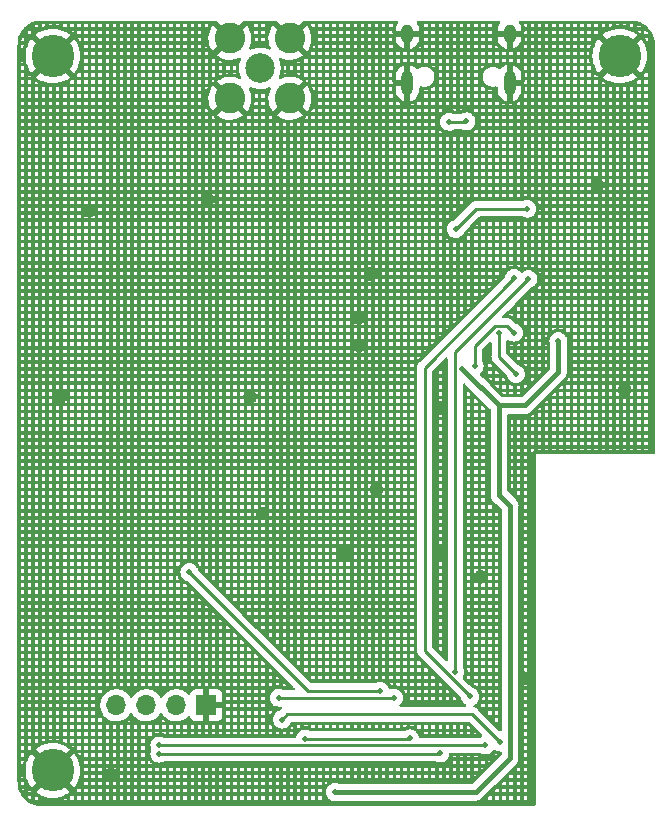
<source format=gbl>
G04 #@! TF.GenerationSoftware,KiCad,Pcbnew,6.0.9-1.fc36*
G04 #@! TF.CreationDate,2022-11-14T14:18:14-03:00*
G04 #@! TF.ProjectId,bs_transceiver,62735f74-7261-46e7-9363-65697665722e,Rev 2*
G04 #@! TF.SameCoordinates,Original*
G04 #@! TF.FileFunction,Copper,L2,Bot*
G04 #@! TF.FilePolarity,Positive*
%FSLAX46Y46*%
G04 Gerber Fmt 4.6, Leading zero omitted, Abs format (unit mm)*
G04 Created by KiCad (PCBNEW 6.0.9-1.fc36) date 2022-11-14 14:18:14*
%MOMM*%
%LPD*%
G01*
G04 APERTURE LIST*
G04 #@! TA.AperFunction,ComponentPad*
%ADD10C,3.600000*%
G04 #@! TD*
G04 #@! TA.AperFunction,ComponentPad*
%ADD11C,2.500000*%
G04 #@! TD*
G04 #@! TA.AperFunction,ComponentPad*
%ADD12C,2.600000*%
G04 #@! TD*
G04 #@! TA.AperFunction,ComponentPad*
%ADD13R,1.700000X1.700000*%
G04 #@! TD*
G04 #@! TA.AperFunction,ComponentPad*
%ADD14O,1.700000X1.700000*%
G04 #@! TD*
G04 #@! TA.AperFunction,ComponentPad*
%ADD15O,1.000000X2.100000*%
G04 #@! TD*
G04 #@! TA.AperFunction,ComponentPad*
%ADD16O,1.000000X1.600000*%
G04 #@! TD*
G04 #@! TA.AperFunction,ViaPad*
%ADD17C,0.500000*%
G04 #@! TD*
G04 #@! TA.AperFunction,Conductor*
%ADD18C,0.250000*%
G04 #@! TD*
G04 #@! TA.AperFunction,Conductor*
%ADD19C,0.400000*%
G04 #@! TD*
G04 APERTURE END LIST*
D10*
X3500000Y-3500000D03*
X51500000Y-3500000D03*
X3500000Y-64000000D03*
D11*
X21031200Y-4546600D03*
D12*
X18491200Y-2006600D03*
X23571200Y-7086600D03*
X23571200Y-2006600D03*
X18491200Y-7086600D03*
D13*
X16500000Y-58470800D03*
D14*
X13960000Y-58470800D03*
X11420000Y-58470800D03*
X8880000Y-58470800D03*
D15*
X42166000Y-5801800D03*
X33526000Y-5801800D03*
D16*
X42166000Y-1621800D03*
X33526000Y-1621800D03*
D17*
X20193000Y-32359600D03*
X51917600Y-31724600D03*
X28168600Y-45618400D03*
X36296600Y-45542200D03*
X49580800Y-14401800D03*
X29387800Y-27990800D03*
X36271200Y-33299400D03*
X43357800Y-56184800D03*
X29387800Y-25628600D03*
X8432800Y-64338200D03*
X30886400Y-40208200D03*
X30403800Y-21945600D03*
X16611600Y-15646400D03*
X6578600Y-16611600D03*
X39725600Y-47599600D03*
X4165600Y-32334200D03*
X21259800Y-42240200D03*
X43662600Y-16433800D03*
X37615844Y-18162556D03*
X41376600Y-40746000D03*
X46304200Y-27660600D03*
X27407600Y-65835800D03*
X38176200Y-29997400D03*
X12522200Y-61874400D03*
X40106600Y-61874400D03*
X36296600Y-62560200D03*
X12522200Y-62573903D03*
X41275000Y-26924000D03*
X42697400Y-30429200D03*
X39217600Y-29718000D03*
X42545000Y-26924000D03*
X37566433Y-55651567D03*
X43764200Y-22402800D03*
X38836600Y-57734200D03*
X42545000Y-22326600D03*
X38521500Y-9042400D03*
X37046777Y-9071765D03*
X31216600Y-57261300D03*
X15062200Y-47218600D03*
X22631400Y-57835800D03*
X32385000Y-57835800D03*
X41376600Y-61620400D03*
X22885400Y-59690000D03*
X24866600Y-61299900D03*
X33731200Y-61290200D03*
D18*
X37615844Y-18162556D02*
X39344600Y-16433800D01*
X39344600Y-16433800D02*
X43662600Y-16433800D01*
D19*
X43459400Y-33096200D02*
X46304200Y-30251400D01*
X41275000Y-33096200D02*
X41275000Y-40644400D01*
X46304200Y-30251400D02*
X46304200Y-27660600D01*
X38176200Y-29997400D02*
X41275000Y-33096200D01*
X41275000Y-40644400D02*
X41376600Y-40746000D01*
X41275000Y-33096200D02*
X43459400Y-33096200D01*
X27407600Y-65835800D02*
X39320200Y-65835800D01*
X39320200Y-65835800D02*
X42214800Y-62941200D01*
X42214800Y-41584200D02*
X41376600Y-40746000D01*
X42214800Y-62941200D02*
X42214800Y-41584200D01*
D18*
X12522200Y-61874400D02*
X40106600Y-61874400D01*
X12522200Y-62573903D02*
X36282897Y-62573903D01*
X36282897Y-62573903D02*
X36296600Y-62560200D01*
X42697400Y-30429200D02*
X41275000Y-29006800D01*
X41275000Y-29006800D02*
X41275000Y-26924000D01*
X39217600Y-28067000D02*
X40935111Y-26349489D01*
X40935111Y-26349489D02*
X41970489Y-26349489D01*
X41970489Y-26349489D02*
X42545000Y-26924000D01*
X39217600Y-29718000D02*
X39217600Y-28067000D01*
X37566600Y-28600400D02*
X43764200Y-22402800D01*
X37566600Y-55651400D02*
X37566600Y-28600400D01*
X37566433Y-55651567D02*
X37566600Y-55651400D01*
X38836600Y-57734200D02*
X34975800Y-53873400D01*
X34975800Y-29895800D02*
X42545000Y-22326600D01*
X34975800Y-53873400D02*
X34975800Y-29895800D01*
X37046777Y-9071765D02*
X38492135Y-9071765D01*
X38492135Y-9071765D02*
X38521500Y-9042400D01*
X25104900Y-57261300D02*
X15062200Y-47218600D01*
X31216600Y-57261300D02*
X25104900Y-57261300D01*
X22631400Y-57835800D02*
X32385000Y-57835800D01*
X23317200Y-59258200D02*
X39014400Y-59258200D01*
X39014400Y-59258200D02*
X41376600Y-61620400D01*
X22885400Y-59690000D02*
X23317200Y-59258200D01*
X24866600Y-61299900D02*
X33721500Y-61299900D01*
X33721500Y-61299900D02*
X33731200Y-61290200D01*
G04 #@! TA.AperFunction,Conductor*
G36*
X17372502Y-528502D02*
G01*
X17397741Y-557363D01*
X17399644Y-555575D01*
X17403678Y-559868D01*
X18478388Y-1634578D01*
X18492332Y-1642192D01*
X18494165Y-1642061D01*
X18500780Y-1637810D01*
X19332090Y-806500D01*
X20226945Y-806500D01*
X20228328Y-808254D01*
X20231162Y-811990D01*
X20233173Y-814746D01*
X20235849Y-818560D01*
X20246292Y-834043D01*
X20248829Y-837958D01*
X20250630Y-840854D01*
X20253026Y-844872D01*
X20262500Y-861448D01*
X20262500Y-806500D01*
X20226945Y-806500D01*
X19332090Y-806500D01*
X19578361Y-560229D01*
X19578605Y-560473D01*
X19615168Y-523911D01*
X19675551Y-508500D01*
X22384381Y-508500D01*
X22452502Y-528502D01*
X22477741Y-557363D01*
X22479644Y-555575D01*
X22483678Y-559868D01*
X23558388Y-1634578D01*
X23572332Y-1642192D01*
X23574165Y-1642061D01*
X23580780Y-1637810D01*
X24325649Y-892941D01*
X25360500Y-892941D01*
X25457411Y-1062500D01*
X25662500Y-1062500D01*
X25960500Y-1062500D01*
X26262500Y-1062500D01*
X26560500Y-1062500D01*
X26862500Y-1062500D01*
X27160500Y-1062500D01*
X27462500Y-1062500D01*
X27760500Y-1062500D01*
X28062500Y-1062500D01*
X28360500Y-1062500D01*
X28662500Y-1062500D01*
X28960500Y-1062500D01*
X29262500Y-1062500D01*
X29560500Y-1062500D01*
X29862500Y-1062500D01*
X30160500Y-1062500D01*
X30462500Y-1062500D01*
X30760500Y-1062500D01*
X31062500Y-1062500D01*
X31360500Y-1062500D01*
X31662500Y-1062500D01*
X31960500Y-1062500D01*
X32241596Y-1062500D01*
X32241801Y-1061402D01*
X32246914Y-1037349D01*
X32248342Y-1031355D01*
X32249490Y-1027011D01*
X32251206Y-1021105D01*
X32262500Y-985502D01*
X32262500Y-806500D01*
X31960500Y-806500D01*
X31960500Y-1062500D01*
X31662500Y-1062500D01*
X31662500Y-806500D01*
X31360500Y-806500D01*
X31360500Y-1062500D01*
X31062500Y-1062500D01*
X31062500Y-806500D01*
X30760500Y-806500D01*
X30760500Y-1062500D01*
X30462500Y-1062500D01*
X30462500Y-806500D01*
X30160500Y-806500D01*
X30160500Y-1062500D01*
X29862500Y-1062500D01*
X29862500Y-806500D01*
X29560500Y-806500D01*
X29560500Y-1062500D01*
X29262500Y-1062500D01*
X29262500Y-806500D01*
X28960500Y-806500D01*
X28960500Y-1062500D01*
X28662500Y-1062500D01*
X28662500Y-806500D01*
X28360500Y-806500D01*
X28360500Y-1062500D01*
X28062500Y-1062500D01*
X28062500Y-806500D01*
X27760500Y-806500D01*
X27760500Y-1062500D01*
X27462500Y-1062500D01*
X27462500Y-806500D01*
X27160500Y-806500D01*
X27160500Y-1062500D01*
X26862500Y-1062500D01*
X26862500Y-806500D01*
X26560500Y-806500D01*
X26560500Y-1062500D01*
X26262500Y-1062500D01*
X26262500Y-806500D01*
X25960500Y-806500D01*
X25960500Y-1062500D01*
X25662500Y-1062500D01*
X25662500Y-806500D01*
X25360500Y-806500D01*
X25360500Y-892941D01*
X24325649Y-892941D01*
X24658361Y-560229D01*
X24658605Y-560473D01*
X24695168Y-523911D01*
X24755551Y-508500D01*
X32622325Y-508500D01*
X32690446Y-528502D01*
X32736939Y-582158D01*
X32747043Y-652432D01*
X32718847Y-715490D01*
X32694226Y-744833D01*
X32687292Y-754959D01*
X32597998Y-917385D01*
X32593166Y-928658D01*
X32537120Y-1105338D01*
X32534570Y-1117332D01*
X32518393Y-1261561D01*
X32518000Y-1268585D01*
X32518000Y-1349685D01*
X32522475Y-1364924D01*
X32523865Y-1366129D01*
X32531548Y-1367800D01*
X34515885Y-1367800D01*
X34531124Y-1363325D01*
X34532329Y-1361935D01*
X34534000Y-1354252D01*
X34534000Y-1275143D01*
X34533698Y-1268975D01*
X34520188Y-1131197D01*
X34517805Y-1119162D01*
X34500698Y-1062500D01*
X34960500Y-1062500D01*
X35262500Y-1062500D01*
X35560500Y-1062500D01*
X35862500Y-1062500D01*
X36160500Y-1062500D01*
X36462500Y-1062500D01*
X36760500Y-1062500D01*
X37062500Y-1062500D01*
X37360500Y-1062500D01*
X37662500Y-1062500D01*
X37960500Y-1062500D01*
X38262500Y-1062500D01*
X38560500Y-1062500D01*
X38862500Y-1062500D01*
X39160500Y-1062500D01*
X39462500Y-1062500D01*
X39760500Y-1062500D01*
X40062500Y-1062500D01*
X40360500Y-1062500D01*
X40662500Y-1062500D01*
X40662500Y-808381D01*
X40960500Y-808381D01*
X40961306Y-806500D01*
X40960500Y-806500D01*
X40960500Y-808381D01*
X40662500Y-808381D01*
X40662500Y-806500D01*
X40360500Y-806500D01*
X40360500Y-1062500D01*
X40062500Y-1062500D01*
X40062500Y-806500D01*
X39760500Y-806500D01*
X39760500Y-1062500D01*
X39462500Y-1062500D01*
X39462500Y-806500D01*
X39160500Y-806500D01*
X39160500Y-1062500D01*
X38862500Y-1062500D01*
X38862500Y-806500D01*
X38560500Y-806500D01*
X38560500Y-1062500D01*
X38262500Y-1062500D01*
X38262500Y-806500D01*
X37960500Y-806500D01*
X37960500Y-1062500D01*
X37662500Y-1062500D01*
X37662500Y-806500D01*
X37360500Y-806500D01*
X37360500Y-1062500D01*
X37062500Y-1062500D01*
X37062500Y-806500D01*
X36760500Y-806500D01*
X36760500Y-1062500D01*
X36462500Y-1062500D01*
X36462500Y-806500D01*
X36160500Y-806500D01*
X36160500Y-1062500D01*
X35862500Y-1062500D01*
X35862500Y-806500D01*
X35560500Y-806500D01*
X35560500Y-1062500D01*
X35262500Y-1062500D01*
X35262500Y-806500D01*
X34960500Y-806500D01*
X34960500Y-1062500D01*
X34500698Y-1062500D01*
X34464233Y-941724D01*
X34459559Y-930384D01*
X34372540Y-766723D01*
X34365748Y-756500D01*
X34331196Y-714135D01*
X34303642Y-648703D01*
X34315838Y-578762D01*
X34363910Y-526517D01*
X34428839Y-508500D01*
X41262325Y-508500D01*
X41330446Y-528502D01*
X41376939Y-582158D01*
X41387043Y-652432D01*
X41358847Y-715490D01*
X41334226Y-744833D01*
X41327292Y-754959D01*
X41237998Y-917385D01*
X41233166Y-928658D01*
X41177120Y-1105338D01*
X41174570Y-1117332D01*
X41158393Y-1261561D01*
X41158000Y-1268585D01*
X41158000Y-1349685D01*
X41162475Y-1364924D01*
X41163865Y-1366129D01*
X41171548Y-1367800D01*
X43155885Y-1367800D01*
X43171124Y-1363325D01*
X43172329Y-1361935D01*
X43174000Y-1354252D01*
X43174000Y-1275143D01*
X43173698Y-1268975D01*
X43160188Y-1131197D01*
X43157805Y-1119162D01*
X43104233Y-941724D01*
X43099559Y-930384D01*
X43033690Y-806500D01*
X43370685Y-806500D01*
X43372727Y-811130D01*
X43382097Y-833865D01*
X43384302Y-839609D01*
X43385809Y-843841D01*
X43387732Y-849691D01*
X43444868Y-1038932D01*
X43446504Y-1044870D01*
X43447591Y-1049230D01*
X43448933Y-1055234D01*
X43450372Y-1062500D01*
X43662500Y-1062500D01*
X43960500Y-1062500D01*
X44262500Y-1062500D01*
X44560500Y-1062500D01*
X44862500Y-1062500D01*
X45160500Y-1062500D01*
X45462500Y-1062500D01*
X45760500Y-1062500D01*
X46062500Y-1062500D01*
X46360500Y-1062500D01*
X46662500Y-1062500D01*
X46960500Y-1062500D01*
X47262500Y-1062500D01*
X47560500Y-1062500D01*
X47862500Y-1062500D01*
X48160500Y-1062500D01*
X48462500Y-1062500D01*
X48760500Y-1062500D01*
X49062500Y-1062500D01*
X49360500Y-1062500D01*
X49662500Y-1062500D01*
X49960500Y-1062500D01*
X50262500Y-1062500D01*
X50560500Y-1062500D01*
X50573365Y-1062500D01*
X50639501Y-1040050D01*
X52360500Y-1040050D01*
X52426636Y-1062500D01*
X52662500Y-1062500D01*
X52662500Y-872410D01*
X52960500Y-872410D01*
X52960500Y-1062500D01*
X53262500Y-1062500D01*
X53262500Y-992549D01*
X53147833Y-936002D01*
X52960500Y-872410D01*
X52662500Y-872410D01*
X52662500Y-817790D01*
X52531840Y-809225D01*
X52523447Y-810020D01*
X52516921Y-810405D01*
X52507963Y-810615D01*
X52472239Y-810179D01*
X52463275Y-809750D01*
X52456759Y-809205D01*
X52447876Y-808143D01*
X52437324Y-806500D01*
X52360500Y-806500D01*
X52360500Y-1040050D01*
X50639501Y-1040050D01*
X50805576Y-983675D01*
X50809526Y-982406D01*
X50812406Y-981533D01*
X50816344Y-980409D01*
X50832264Y-976143D01*
X50836251Y-975144D01*
X50839183Y-974460D01*
X50843228Y-973586D01*
X50862500Y-969753D01*
X50862500Y-911487D01*
X51160500Y-911487D01*
X51167409Y-910577D01*
X51171503Y-910106D01*
X51174498Y-909811D01*
X51178608Y-909474D01*
X51239496Y-905483D01*
X51760500Y-905483D01*
X51821392Y-909474D01*
X51825502Y-909811D01*
X51828497Y-910106D01*
X51832591Y-910577D01*
X51848931Y-912728D01*
X51853037Y-913337D01*
X51856007Y-913828D01*
X51860037Y-914562D01*
X52062500Y-954834D01*
X52062500Y-806500D01*
X51760500Y-806500D01*
X51760500Y-905483D01*
X51239496Y-905483D01*
X51462500Y-890866D01*
X51462500Y-806500D01*
X51160500Y-806500D01*
X51160500Y-911487D01*
X50862500Y-911487D01*
X50862500Y-806500D01*
X50560500Y-806500D01*
X50560500Y-1062500D01*
X50262500Y-1062500D01*
X50262500Y-806500D01*
X49960500Y-806500D01*
X49960500Y-1062500D01*
X49662500Y-1062500D01*
X49662500Y-806500D01*
X49360500Y-806500D01*
X49360500Y-1062500D01*
X49062500Y-1062500D01*
X49062500Y-806500D01*
X48760500Y-806500D01*
X48760500Y-1062500D01*
X48462500Y-1062500D01*
X48462500Y-806500D01*
X48160500Y-806500D01*
X48160500Y-1062500D01*
X47862500Y-1062500D01*
X47862500Y-806500D01*
X47560500Y-806500D01*
X47560500Y-1062500D01*
X47262500Y-1062500D01*
X47262500Y-806500D01*
X46960500Y-806500D01*
X46960500Y-1062500D01*
X46662500Y-1062500D01*
X46662500Y-806500D01*
X46360500Y-806500D01*
X46360500Y-1062500D01*
X46062500Y-1062500D01*
X46062500Y-806500D01*
X45760500Y-806500D01*
X45760500Y-1062500D01*
X45462500Y-1062500D01*
X45462500Y-806500D01*
X45160500Y-806500D01*
X45160500Y-1062500D01*
X44862500Y-1062500D01*
X44862500Y-806500D01*
X44560500Y-806500D01*
X44560500Y-1062500D01*
X44262500Y-1062500D01*
X44262500Y-806500D01*
X43960500Y-806500D01*
X43960500Y-1062500D01*
X43662500Y-1062500D01*
X43662500Y-806500D01*
X43370685Y-806500D01*
X43033690Y-806500D01*
X43012540Y-766723D01*
X43005748Y-756500D01*
X42971196Y-714135D01*
X42943642Y-648703D01*
X42955838Y-578762D01*
X43003910Y-526517D01*
X43068839Y-508500D01*
X52450633Y-508500D01*
X52470018Y-510000D01*
X52484851Y-512310D01*
X52484855Y-512310D01*
X52493724Y-513691D01*
X52510012Y-511561D01*
X52534589Y-510767D01*
X52561441Y-512527D01*
X52751701Y-524998D01*
X52768041Y-527149D01*
X52887690Y-550948D01*
X53007343Y-574749D01*
X53023257Y-579013D01*
X53138776Y-618227D01*
X53254292Y-657439D01*
X53269519Y-663746D01*
X53488342Y-771657D01*
X53502616Y-779898D01*
X53705478Y-915447D01*
X53718553Y-925480D01*
X53901993Y-1086352D01*
X53913648Y-1098007D01*
X54074520Y-1281447D01*
X54084553Y-1294522D01*
X54220102Y-1497384D01*
X54228343Y-1511658D01*
X54336254Y-1730481D01*
X54342561Y-1745708D01*
X54417119Y-1965347D01*
X54420986Y-1976740D01*
X54425251Y-1992657D01*
X54439016Y-2061856D01*
X54472851Y-2231959D01*
X54475002Y-2248299D01*
X54488763Y-2458236D01*
X54487733Y-2481350D01*
X54487690Y-2484854D01*
X54486309Y-2493724D01*
X54487473Y-2502626D01*
X54487473Y-2502628D01*
X54490436Y-2525283D01*
X54491500Y-2541621D01*
X54491500Y-37059600D01*
X54471498Y-37127721D01*
X54417842Y-37174214D01*
X54365500Y-37185600D01*
X44373800Y-37185600D01*
X44373800Y-66865500D01*
X44353798Y-66933621D01*
X44300142Y-66980114D01*
X44247800Y-66991500D01*
X2549369Y-66991500D01*
X2529983Y-66990000D01*
X2515151Y-66987690D01*
X2515148Y-66987690D01*
X2506279Y-66986309D01*
X2489990Y-66988439D01*
X2465413Y-66989233D01*
X2412406Y-66985758D01*
X2248304Y-66975001D01*
X2231964Y-66972850D01*
X1992666Y-66925250D01*
X1976746Y-66920984D01*
X1745715Y-66842558D01*
X1730488Y-66836251D01*
X1511663Y-66728337D01*
X1497390Y-66720096D01*
X1294527Y-66584547D01*
X1281460Y-66574521D01*
X1098003Y-66413632D01*
X1086371Y-66401999D01*
X950860Y-66247476D01*
X1360500Y-66247476D01*
X1469460Y-66343032D01*
X1648256Y-66462500D01*
X1662500Y-66462500D01*
X1960500Y-66462500D01*
X2262500Y-66462500D01*
X2262500Y-66433133D01*
X2560500Y-66433133D01*
X2560500Y-66462500D01*
X2647013Y-66462500D01*
X4360500Y-66462500D01*
X4662500Y-66462500D01*
X4960500Y-66462500D01*
X5262500Y-66462500D01*
X5560500Y-66462500D01*
X5862500Y-66462500D01*
X6160500Y-66462500D01*
X6462500Y-66462500D01*
X6760500Y-66462500D01*
X7062500Y-66462500D01*
X7360500Y-66462500D01*
X7662500Y-66462500D01*
X7960500Y-66462500D01*
X8262500Y-66462500D01*
X8560500Y-66462500D01*
X8862500Y-66462500D01*
X9160500Y-66462500D01*
X9462500Y-66462500D01*
X9760500Y-66462500D01*
X10062500Y-66462500D01*
X10360500Y-66462500D01*
X10662500Y-66462500D01*
X10960500Y-66462500D01*
X11262500Y-66462500D01*
X11560500Y-66462500D01*
X11862500Y-66462500D01*
X12160500Y-66462500D01*
X12462500Y-66462500D01*
X12760500Y-66462500D01*
X13062500Y-66462500D01*
X13360500Y-66462500D01*
X13662500Y-66462500D01*
X13960500Y-66462500D01*
X14262500Y-66462500D01*
X14560500Y-66462500D01*
X14862500Y-66462500D01*
X15160500Y-66462500D01*
X15462500Y-66462500D01*
X15760500Y-66462500D01*
X16062500Y-66462500D01*
X16360500Y-66462500D01*
X16662500Y-66462500D01*
X16960500Y-66462500D01*
X17262500Y-66462500D01*
X17560500Y-66462500D01*
X17862500Y-66462500D01*
X18160500Y-66462500D01*
X18462500Y-66462500D01*
X18760500Y-66462500D01*
X19062500Y-66462500D01*
X19360500Y-66462500D01*
X19662500Y-66462500D01*
X19960500Y-66462500D01*
X20262500Y-66462500D01*
X20560500Y-66462500D01*
X20862500Y-66462500D01*
X21160500Y-66462500D01*
X21462500Y-66462500D01*
X21760500Y-66462500D01*
X22062500Y-66462500D01*
X22360500Y-66462500D01*
X22662500Y-66462500D01*
X22960500Y-66462500D01*
X23262500Y-66462500D01*
X23560500Y-66462500D01*
X23862500Y-66462500D01*
X24160500Y-66462500D01*
X24462500Y-66462500D01*
X24760500Y-66462500D01*
X25062500Y-66462500D01*
X25360500Y-66462500D01*
X25662500Y-66462500D01*
X25960500Y-66462500D01*
X26262500Y-66462500D01*
X26262500Y-66160500D01*
X25960500Y-66160500D01*
X25960500Y-66462500D01*
X25662500Y-66462500D01*
X25662500Y-66160500D01*
X25360500Y-66160500D01*
X25360500Y-66462500D01*
X25062500Y-66462500D01*
X25062500Y-66160500D01*
X24760500Y-66160500D01*
X24760500Y-66462500D01*
X24462500Y-66462500D01*
X24462500Y-66160500D01*
X24160500Y-66160500D01*
X24160500Y-66462500D01*
X23862500Y-66462500D01*
X23862500Y-66160500D01*
X23560500Y-66160500D01*
X23560500Y-66462500D01*
X23262500Y-66462500D01*
X23262500Y-66160500D01*
X22960500Y-66160500D01*
X22960500Y-66462500D01*
X22662500Y-66462500D01*
X22662500Y-66160500D01*
X22360500Y-66160500D01*
X22360500Y-66462500D01*
X22062500Y-66462500D01*
X22062500Y-66160500D01*
X21760500Y-66160500D01*
X21760500Y-66462500D01*
X21462500Y-66462500D01*
X21462500Y-66160500D01*
X21160500Y-66160500D01*
X21160500Y-66462500D01*
X20862500Y-66462500D01*
X20862500Y-66160500D01*
X20560500Y-66160500D01*
X20560500Y-66462500D01*
X20262500Y-66462500D01*
X20262500Y-66160500D01*
X19960500Y-66160500D01*
X19960500Y-66462500D01*
X19662500Y-66462500D01*
X19662500Y-66160500D01*
X19360500Y-66160500D01*
X19360500Y-66462500D01*
X19062500Y-66462500D01*
X19062500Y-66160500D01*
X18760500Y-66160500D01*
X18760500Y-66462500D01*
X18462500Y-66462500D01*
X18462500Y-66160500D01*
X18160500Y-66160500D01*
X18160500Y-66462500D01*
X17862500Y-66462500D01*
X17862500Y-66160500D01*
X17560500Y-66160500D01*
X17560500Y-66462500D01*
X17262500Y-66462500D01*
X17262500Y-66160500D01*
X16960500Y-66160500D01*
X16960500Y-66462500D01*
X16662500Y-66462500D01*
X16662500Y-66160500D01*
X16360500Y-66160500D01*
X16360500Y-66462500D01*
X16062500Y-66462500D01*
X16062500Y-66160500D01*
X15760500Y-66160500D01*
X15760500Y-66462500D01*
X15462500Y-66462500D01*
X15462500Y-66160500D01*
X15160500Y-66160500D01*
X15160500Y-66462500D01*
X14862500Y-66462500D01*
X14862500Y-66160500D01*
X14560500Y-66160500D01*
X14560500Y-66462500D01*
X14262500Y-66462500D01*
X14262500Y-66160500D01*
X13960500Y-66160500D01*
X13960500Y-66462500D01*
X13662500Y-66462500D01*
X13662500Y-66160500D01*
X13360500Y-66160500D01*
X13360500Y-66462500D01*
X13062500Y-66462500D01*
X13062500Y-66160500D01*
X12760500Y-66160500D01*
X12760500Y-66462500D01*
X12462500Y-66462500D01*
X12462500Y-66160500D01*
X12160500Y-66160500D01*
X12160500Y-66462500D01*
X11862500Y-66462500D01*
X11862500Y-66160500D01*
X11560500Y-66160500D01*
X11560500Y-66462500D01*
X11262500Y-66462500D01*
X11262500Y-66160500D01*
X10960500Y-66160500D01*
X10960500Y-66462500D01*
X10662500Y-66462500D01*
X10662500Y-66160500D01*
X10360500Y-66160500D01*
X10360500Y-66462500D01*
X10062500Y-66462500D01*
X10062500Y-66160500D01*
X9760500Y-66160500D01*
X9760500Y-66462500D01*
X9462500Y-66462500D01*
X9462500Y-66160500D01*
X9160500Y-66160500D01*
X9160500Y-66462500D01*
X8862500Y-66462500D01*
X8862500Y-66160500D01*
X8560500Y-66160500D01*
X8560500Y-66462500D01*
X8262500Y-66462500D01*
X8262500Y-66160500D01*
X7960500Y-66160500D01*
X7960500Y-66462500D01*
X7662500Y-66462500D01*
X7662500Y-66160500D01*
X7360500Y-66160500D01*
X7360500Y-66462500D01*
X7062500Y-66462500D01*
X7062500Y-66160500D01*
X6760500Y-66160500D01*
X6760500Y-66462500D01*
X6462500Y-66462500D01*
X6462500Y-66160500D01*
X6160500Y-66160500D01*
X6160500Y-66462500D01*
X5862500Y-66462500D01*
X5862500Y-66160500D01*
X5560500Y-66160500D01*
X5560500Y-66462500D01*
X5262500Y-66462500D01*
X5262500Y-66160500D01*
X4960500Y-66160500D01*
X4960500Y-66462500D01*
X4662500Y-66462500D01*
X4662500Y-66332369D01*
X4516929Y-66404157D01*
X4513223Y-66405910D01*
X4510481Y-66407153D01*
X4506676Y-66408803D01*
X4491449Y-66415110D01*
X4487607Y-66416629D01*
X4484790Y-66417689D01*
X4480917Y-66419074D01*
X4360500Y-66459950D01*
X4360500Y-66462500D01*
X2647013Y-66462500D01*
X2560500Y-66433133D01*
X2262500Y-66433133D01*
X2262500Y-66295384D01*
X2211722Y-66270343D01*
X2208059Y-66268461D01*
X2205404Y-66267042D01*
X2201797Y-66265038D01*
X2187523Y-66256797D01*
X2183998Y-66254684D01*
X2181442Y-66253095D01*
X2177964Y-66250853D01*
X2042741Y-66160500D01*
X1960500Y-66160500D01*
X1960500Y-66462500D01*
X1662500Y-66462500D01*
X1662500Y-66160500D01*
X1360500Y-66160500D01*
X1360500Y-66247476D01*
X950860Y-66247476D01*
X925492Y-66218549D01*
X915461Y-66205476D01*
X779914Y-66002613D01*
X771675Y-65988344D01*
X706655Y-65856494D01*
X663762Y-65769515D01*
X657456Y-65754291D01*
X623159Y-65653254D01*
X591674Y-65560500D01*
X906374Y-65560500D01*
X936018Y-65647830D01*
X1033955Y-65846429D01*
X1044694Y-65862500D01*
X1062500Y-65862500D01*
X1360500Y-65862500D01*
X1662500Y-65862500D01*
X1662500Y-65804286D01*
X2061171Y-65804286D01*
X2067628Y-65813646D01*
X2088864Y-65832270D01*
X2095395Y-65837281D01*
X2340091Y-66000781D01*
X2347228Y-66004902D01*
X2611174Y-66135065D01*
X2618778Y-66138215D01*
X2897457Y-66232814D01*
X2905409Y-66234945D01*
X3194056Y-66292360D01*
X3202214Y-66293434D01*
X3495881Y-66312682D01*
X3504119Y-66312682D01*
X3797786Y-66293434D01*
X3805944Y-66292360D01*
X4094591Y-66234945D01*
X4102543Y-66232814D01*
X4381222Y-66138215D01*
X4388826Y-66135065D01*
X4652772Y-66004902D01*
X4659909Y-66000781D01*
X4904605Y-65837281D01*
X4911136Y-65832270D01*
X4930507Y-65815281D01*
X4938903Y-65802044D01*
X4933069Y-65792279D01*
X4873532Y-65732742D01*
X5232437Y-65732742D01*
X5234240Y-65741533D01*
X5236807Y-65766098D01*
X5237229Y-65837093D01*
X5236794Y-65848324D01*
X5236112Y-65856494D01*
X5234730Y-65862500D01*
X5262500Y-65862500D01*
X5560500Y-65862500D01*
X5862500Y-65862500D01*
X6160500Y-65862500D01*
X6462500Y-65862500D01*
X6760500Y-65862500D01*
X7062500Y-65862500D01*
X7360500Y-65862500D01*
X7662500Y-65862500D01*
X7960500Y-65862500D01*
X8262500Y-65862500D01*
X8560500Y-65862500D01*
X8862500Y-65862500D01*
X9160500Y-65862500D01*
X9462500Y-65862500D01*
X9760500Y-65862500D01*
X10062500Y-65862500D01*
X10360500Y-65862500D01*
X10662500Y-65862500D01*
X10960500Y-65862500D01*
X11262500Y-65862500D01*
X11560500Y-65862500D01*
X11862500Y-65862500D01*
X12160500Y-65862500D01*
X12462500Y-65862500D01*
X12760500Y-65862500D01*
X13062500Y-65862500D01*
X13360500Y-65862500D01*
X13662500Y-65862500D01*
X13960500Y-65862500D01*
X14262500Y-65862500D01*
X14560500Y-65862500D01*
X14862500Y-65862500D01*
X15160500Y-65862500D01*
X15462500Y-65862500D01*
X15760500Y-65862500D01*
X16062500Y-65862500D01*
X16360500Y-65862500D01*
X16662500Y-65862500D01*
X16960500Y-65862500D01*
X17262500Y-65862500D01*
X17560500Y-65862500D01*
X17862500Y-65862500D01*
X18160500Y-65862500D01*
X18462500Y-65862500D01*
X18760500Y-65862500D01*
X19062500Y-65862500D01*
X19360500Y-65862500D01*
X19662500Y-65862500D01*
X19960500Y-65862500D01*
X20262500Y-65862500D01*
X20560500Y-65862500D01*
X20862500Y-65862500D01*
X21160500Y-65862500D01*
X21462500Y-65862500D01*
X21760500Y-65862500D01*
X22062500Y-65862500D01*
X22360500Y-65862500D01*
X22662500Y-65862500D01*
X22960500Y-65862500D01*
X23262500Y-65862500D01*
X23560500Y-65862500D01*
X23862500Y-65862500D01*
X24160500Y-65862500D01*
X24462500Y-65862500D01*
X24760500Y-65862500D01*
X25062500Y-65862500D01*
X25360500Y-65862500D01*
X25662500Y-65862500D01*
X25960500Y-65862500D01*
X26262500Y-65862500D01*
X26262500Y-65560500D01*
X25960500Y-65560500D01*
X25960500Y-65862500D01*
X25662500Y-65862500D01*
X25662500Y-65560500D01*
X25360500Y-65560500D01*
X25360500Y-65862500D01*
X25062500Y-65862500D01*
X25062500Y-65560500D01*
X24760500Y-65560500D01*
X24760500Y-65862500D01*
X24462500Y-65862500D01*
X24462500Y-65560500D01*
X24160500Y-65560500D01*
X24160500Y-65862500D01*
X23862500Y-65862500D01*
X23862500Y-65560500D01*
X23560500Y-65560500D01*
X23560500Y-65862500D01*
X23262500Y-65862500D01*
X23262500Y-65560500D01*
X22960500Y-65560500D01*
X22960500Y-65862500D01*
X22662500Y-65862500D01*
X22662500Y-65560500D01*
X22360500Y-65560500D01*
X22360500Y-65862500D01*
X22062500Y-65862500D01*
X22062500Y-65560500D01*
X21760500Y-65560500D01*
X21760500Y-65862500D01*
X21462500Y-65862500D01*
X21462500Y-65560500D01*
X21160500Y-65560500D01*
X21160500Y-65862500D01*
X20862500Y-65862500D01*
X20862500Y-65560500D01*
X20560500Y-65560500D01*
X20560500Y-65862500D01*
X20262500Y-65862500D01*
X20262500Y-65560500D01*
X19960500Y-65560500D01*
X19960500Y-65862500D01*
X19662500Y-65862500D01*
X19662500Y-65560500D01*
X19360500Y-65560500D01*
X19360500Y-65862500D01*
X19062500Y-65862500D01*
X19062500Y-65560500D01*
X18760500Y-65560500D01*
X18760500Y-65862500D01*
X18462500Y-65862500D01*
X18462500Y-65560500D01*
X18160500Y-65560500D01*
X18160500Y-65862500D01*
X17862500Y-65862500D01*
X17862500Y-65560500D01*
X17560500Y-65560500D01*
X17560500Y-65862500D01*
X17262500Y-65862500D01*
X17262500Y-65560500D01*
X16960500Y-65560500D01*
X16960500Y-65862500D01*
X16662500Y-65862500D01*
X16662500Y-65560500D01*
X16360500Y-65560500D01*
X16360500Y-65862500D01*
X16062500Y-65862500D01*
X16062500Y-65560500D01*
X15760500Y-65560500D01*
X15760500Y-65862500D01*
X15462500Y-65862500D01*
X15462500Y-65560500D01*
X15160500Y-65560500D01*
X15160500Y-65862500D01*
X14862500Y-65862500D01*
X14862500Y-65560500D01*
X14560500Y-65560500D01*
X14560500Y-65862500D01*
X14262500Y-65862500D01*
X14262500Y-65560500D01*
X13960500Y-65560500D01*
X13960500Y-65862500D01*
X13662500Y-65862500D01*
X13662500Y-65560500D01*
X13360500Y-65560500D01*
X13360500Y-65862500D01*
X13062500Y-65862500D01*
X13062500Y-65560500D01*
X12760500Y-65560500D01*
X12760500Y-65862500D01*
X12462500Y-65862500D01*
X12462500Y-65560500D01*
X12160500Y-65560500D01*
X12160500Y-65862500D01*
X11862500Y-65862500D01*
X11862500Y-65560500D01*
X11560500Y-65560500D01*
X11560500Y-65862500D01*
X11262500Y-65862500D01*
X11262500Y-65560500D01*
X10960500Y-65560500D01*
X10960500Y-65862500D01*
X10662500Y-65862500D01*
X10662500Y-65560500D01*
X10360500Y-65560500D01*
X10360500Y-65862500D01*
X10062500Y-65862500D01*
X10062500Y-65560500D01*
X9760500Y-65560500D01*
X9760500Y-65862500D01*
X9462500Y-65862500D01*
X9462500Y-65560500D01*
X9160500Y-65560500D01*
X9160500Y-65862500D01*
X8862500Y-65862500D01*
X8862500Y-65560500D01*
X8560500Y-65560500D01*
X8560500Y-65862500D01*
X8262500Y-65862500D01*
X8262500Y-65560500D01*
X7960500Y-65560500D01*
X7960500Y-65862500D01*
X7662500Y-65862500D01*
X7662500Y-65560500D01*
X7360500Y-65560500D01*
X7360500Y-65862500D01*
X7062500Y-65862500D01*
X7062500Y-65560500D01*
X6760500Y-65560500D01*
X6760500Y-65862500D01*
X6462500Y-65862500D01*
X6462500Y-65560500D01*
X6160500Y-65560500D01*
X6160500Y-65862500D01*
X5862500Y-65862500D01*
X5862500Y-65560500D01*
X5591516Y-65560500D01*
X5582766Y-65573596D01*
X5580415Y-65576992D01*
X5578662Y-65579438D01*
X5576213Y-65582741D01*
X5566180Y-65595817D01*
X5563625Y-65599036D01*
X5561715Y-65601364D01*
X5560500Y-65602797D01*
X5560500Y-65862500D01*
X5262500Y-65862500D01*
X5262500Y-65737849D01*
X5233986Y-65733227D01*
X5232437Y-65732742D01*
X4873532Y-65732742D01*
X3512812Y-64372022D01*
X3498868Y-64364408D01*
X3497035Y-64364539D01*
X3490420Y-64368790D01*
X2068685Y-65790525D01*
X2061171Y-65804286D01*
X1662500Y-65804286D01*
X1662500Y-65737213D01*
X1651676Y-65736794D01*
X1643506Y-65736112D01*
X1608554Y-65728072D01*
X1591813Y-65721600D01*
X1569759Y-65710479D01*
X1509805Y-65672452D01*
X1495354Y-65661769D01*
X1485407Y-65653254D01*
X1472614Y-65640613D01*
X1440963Y-65604522D01*
X1438285Y-65601364D01*
X1436375Y-65599036D01*
X1433820Y-65595817D01*
X1423787Y-65582741D01*
X1421338Y-65579438D01*
X1419585Y-65576992D01*
X1417234Y-65573596D01*
X1408484Y-65560500D01*
X1360500Y-65560500D01*
X1360500Y-65862500D01*
X1062500Y-65862500D01*
X1062500Y-65560500D01*
X906374Y-65560500D01*
X591674Y-65560500D01*
X579031Y-65523256D01*
X574766Y-65507339D01*
X573910Y-65503032D01*
X543161Y-65348448D01*
X527168Y-65268041D01*
X525017Y-65251701D01*
X511257Y-65041765D01*
X512287Y-65018651D01*
X512330Y-65015147D01*
X513711Y-65006277D01*
X511850Y-64992039D01*
X509584Y-64974716D01*
X508658Y-64960500D01*
X808261Y-64960500D01*
X809195Y-64967639D01*
X810040Y-64976554D01*
X810425Y-64983079D01*
X810635Y-64992039D01*
X810199Y-65027763D01*
X809770Y-65036725D01*
X809656Y-65038091D01*
X821642Y-65220965D01*
X829903Y-65262500D01*
X1062500Y-65262500D01*
X1062500Y-64960500D01*
X808261Y-64960500D01*
X508658Y-64960500D01*
X508520Y-64958379D01*
X508520Y-64662500D01*
X806520Y-64662500D01*
X974853Y-64662500D01*
X974460Y-64660817D01*
X973586Y-64656772D01*
X914654Y-64360500D01*
X806520Y-64360500D01*
X806520Y-64662500D01*
X508520Y-64662500D01*
X508519Y-64062500D01*
X806520Y-64062500D01*
X892505Y-64062500D01*
X889686Y-64019491D01*
X889483Y-64015352D01*
X889385Y-64012343D01*
X889318Y-64008241D01*
X889318Y-64004119D01*
X1187318Y-64004119D01*
X1206566Y-64297786D01*
X1207640Y-64305944D01*
X1265055Y-64594591D01*
X1267186Y-64602543D01*
X1361785Y-64881222D01*
X1364935Y-64888826D01*
X1495098Y-65152772D01*
X1499219Y-65159909D01*
X1662719Y-65404605D01*
X1667730Y-65411136D01*
X1684719Y-65430507D01*
X1697956Y-65438903D01*
X1707721Y-65433069D01*
X3127978Y-64012812D01*
X3134356Y-64001132D01*
X3864408Y-64001132D01*
X3864539Y-64002965D01*
X3868790Y-64009580D01*
X5290525Y-65431315D01*
X5304286Y-65438829D01*
X5313646Y-65432372D01*
X5332270Y-65411136D01*
X5337281Y-65404605D01*
X5432232Y-65262500D01*
X5783055Y-65262500D01*
X5862500Y-65262500D01*
X6160500Y-65262500D01*
X6462500Y-65262500D01*
X6760500Y-65262500D01*
X7062500Y-65262500D01*
X7360500Y-65262500D01*
X7662500Y-65262500D01*
X7960500Y-65262500D01*
X8262500Y-65262500D01*
X8560500Y-65262500D01*
X8862500Y-65262500D01*
X9160500Y-65262500D01*
X9462500Y-65262500D01*
X9760500Y-65262500D01*
X10062500Y-65262500D01*
X10360500Y-65262500D01*
X10662500Y-65262500D01*
X10960500Y-65262500D01*
X11262500Y-65262500D01*
X11560500Y-65262500D01*
X11862500Y-65262500D01*
X12160500Y-65262500D01*
X12462500Y-65262500D01*
X12760500Y-65262500D01*
X13062500Y-65262500D01*
X13360500Y-65262500D01*
X13662500Y-65262500D01*
X13960500Y-65262500D01*
X14262500Y-65262500D01*
X14560500Y-65262500D01*
X14862500Y-65262500D01*
X15160500Y-65262500D01*
X15462500Y-65262500D01*
X15760500Y-65262500D01*
X16062500Y-65262500D01*
X16360500Y-65262500D01*
X16662500Y-65262500D01*
X16960500Y-65262500D01*
X17262500Y-65262500D01*
X17560500Y-65262500D01*
X17862500Y-65262500D01*
X18160500Y-65262500D01*
X18462500Y-65262500D01*
X18760500Y-65262500D01*
X19062500Y-65262500D01*
X19360500Y-65262500D01*
X19662500Y-65262500D01*
X19960500Y-65262500D01*
X20262500Y-65262500D01*
X20560500Y-65262500D01*
X20862500Y-65262500D01*
X21160500Y-65262500D01*
X21462500Y-65262500D01*
X21760500Y-65262500D01*
X22062500Y-65262500D01*
X22360500Y-65262500D01*
X22662500Y-65262500D01*
X22960500Y-65262500D01*
X23262500Y-65262500D01*
X23560500Y-65262500D01*
X23862500Y-65262500D01*
X24160500Y-65262500D01*
X24462500Y-65262500D01*
X24760500Y-65262500D01*
X25062500Y-65262500D01*
X25360500Y-65262500D01*
X25662500Y-65262500D01*
X25960500Y-65262500D01*
X26262500Y-65262500D01*
X26262500Y-65199852D01*
X26560500Y-65199852D01*
X26565598Y-65191942D01*
X26569575Y-65186134D01*
X26572594Y-65181979D01*
X26576886Y-65176407D01*
X26594639Y-65154640D01*
X26599229Y-65149322D01*
X26602691Y-65145530D01*
X26607585Y-65140461D01*
X26729165Y-65021400D01*
X26734338Y-65016610D01*
X26738202Y-65013228D01*
X26743612Y-65008753D01*
X26765748Y-64991458D01*
X26771423Y-64987274D01*
X26775641Y-64984343D01*
X26781519Y-64980498D01*
X26814025Y-64960500D01*
X26560500Y-64960500D01*
X26560500Y-65199852D01*
X26262500Y-65199852D01*
X26262500Y-64960500D01*
X25960500Y-64960500D01*
X25960500Y-65262500D01*
X25662500Y-65262500D01*
X25662500Y-64960500D01*
X25360500Y-64960500D01*
X25360500Y-65262500D01*
X25062500Y-65262500D01*
X25062500Y-64960500D01*
X24760500Y-64960500D01*
X24760500Y-65262500D01*
X24462500Y-65262500D01*
X24462500Y-64960500D01*
X24160500Y-64960500D01*
X24160500Y-65262500D01*
X23862500Y-65262500D01*
X23862500Y-64960500D01*
X23560500Y-64960500D01*
X23560500Y-65262500D01*
X23262500Y-65262500D01*
X23262500Y-64960500D01*
X22960500Y-64960500D01*
X22960500Y-65262500D01*
X22662500Y-65262500D01*
X22662500Y-64960500D01*
X22360500Y-64960500D01*
X22360500Y-65262500D01*
X22062500Y-65262500D01*
X22062500Y-64960500D01*
X21760500Y-64960500D01*
X21760500Y-65262500D01*
X21462500Y-65262500D01*
X21462500Y-64960500D01*
X21160500Y-64960500D01*
X21160500Y-65262500D01*
X20862500Y-65262500D01*
X20862500Y-64960500D01*
X20560500Y-64960500D01*
X20560500Y-65262500D01*
X20262500Y-65262500D01*
X20262500Y-64960500D01*
X19960500Y-64960500D01*
X19960500Y-65262500D01*
X19662500Y-65262500D01*
X19662500Y-64960500D01*
X19360500Y-64960500D01*
X19360500Y-65262500D01*
X19062500Y-65262500D01*
X19062500Y-64960500D01*
X18760500Y-64960500D01*
X18760500Y-65262500D01*
X18462500Y-65262500D01*
X18462500Y-64960500D01*
X18160500Y-64960500D01*
X18160500Y-65262500D01*
X17862500Y-65262500D01*
X17862500Y-64960500D01*
X17560500Y-64960500D01*
X17560500Y-65262500D01*
X17262500Y-65262500D01*
X17262500Y-64960500D01*
X16960500Y-64960500D01*
X16960500Y-65262500D01*
X16662500Y-65262500D01*
X16662500Y-64960500D01*
X16360500Y-64960500D01*
X16360500Y-65262500D01*
X16062500Y-65262500D01*
X16062500Y-64960500D01*
X15760500Y-64960500D01*
X15760500Y-65262500D01*
X15462500Y-65262500D01*
X15462500Y-64960500D01*
X15160500Y-64960500D01*
X15160500Y-65262500D01*
X14862500Y-65262500D01*
X14862500Y-64960500D01*
X14560500Y-64960500D01*
X14560500Y-65262500D01*
X14262500Y-65262500D01*
X14262500Y-64960500D01*
X13960500Y-64960500D01*
X13960500Y-65262500D01*
X13662500Y-65262500D01*
X13662500Y-64960500D01*
X13360500Y-64960500D01*
X13360500Y-65262500D01*
X13062500Y-65262500D01*
X13062500Y-64960500D01*
X12760500Y-64960500D01*
X12760500Y-65262500D01*
X12462500Y-65262500D01*
X12462500Y-64960500D01*
X12160500Y-64960500D01*
X12160500Y-65262500D01*
X11862500Y-65262500D01*
X11862500Y-64960500D01*
X11560500Y-64960500D01*
X11560500Y-65262500D01*
X11262500Y-65262500D01*
X11262500Y-64960500D01*
X10960500Y-64960500D01*
X10960500Y-65262500D01*
X10662500Y-65262500D01*
X10662500Y-64960500D01*
X10360500Y-64960500D01*
X10360500Y-65262500D01*
X10062500Y-65262500D01*
X10062500Y-64960500D01*
X9760500Y-64960500D01*
X9760500Y-65262500D01*
X9462500Y-65262500D01*
X9462500Y-64960500D01*
X9160500Y-64960500D01*
X9160500Y-65262500D01*
X8862500Y-65262500D01*
X8862500Y-64960500D01*
X8560500Y-64960500D01*
X8560500Y-65262500D01*
X8262500Y-65262500D01*
X8262500Y-64960500D01*
X7960500Y-64960500D01*
X7960500Y-65262500D01*
X7662500Y-65262500D01*
X7662500Y-64960500D01*
X7360500Y-64960500D01*
X7360500Y-65262500D01*
X7062500Y-65262500D01*
X7062500Y-64960500D01*
X6760500Y-64960500D01*
X6760500Y-65262500D01*
X6462500Y-65262500D01*
X6462500Y-64960500D01*
X6160500Y-64960500D01*
X6160500Y-65262500D01*
X5862500Y-65262500D01*
X5862500Y-65101401D01*
X5783055Y-65262500D01*
X5432232Y-65262500D01*
X5500781Y-65159909D01*
X5504902Y-65152772D01*
X5635065Y-64888826D01*
X5638215Y-64881222D01*
X5712461Y-64662500D01*
X6160500Y-64662500D01*
X6462500Y-64662500D01*
X6760500Y-64662500D01*
X7062500Y-64662500D01*
X7360500Y-64662500D01*
X7662500Y-64662500D01*
X9160500Y-64662500D01*
X9462500Y-64662500D01*
X9760500Y-64662500D01*
X10062500Y-64662500D01*
X10360500Y-64662500D01*
X10662500Y-64662500D01*
X10960500Y-64662500D01*
X11262500Y-64662500D01*
X11560500Y-64662500D01*
X11862500Y-64662500D01*
X12160500Y-64662500D01*
X12462500Y-64662500D01*
X12760500Y-64662500D01*
X13062500Y-64662500D01*
X13360500Y-64662500D01*
X13662500Y-64662500D01*
X13960500Y-64662500D01*
X14262500Y-64662500D01*
X14560500Y-64662500D01*
X14862500Y-64662500D01*
X15160500Y-64662500D01*
X15462500Y-64662500D01*
X15760500Y-64662500D01*
X16062500Y-64662500D01*
X16360500Y-64662500D01*
X16662500Y-64662500D01*
X16960500Y-64662500D01*
X17262500Y-64662500D01*
X17560500Y-64662500D01*
X17862500Y-64662500D01*
X18160500Y-64662500D01*
X18462500Y-64662500D01*
X18760500Y-64662500D01*
X19062500Y-64662500D01*
X19360500Y-64662500D01*
X19662500Y-64662500D01*
X19960500Y-64662500D01*
X20262500Y-64662500D01*
X20560500Y-64662500D01*
X20862500Y-64662500D01*
X21160500Y-64662500D01*
X21462500Y-64662500D01*
X21760500Y-64662500D01*
X22062500Y-64662500D01*
X22360500Y-64662500D01*
X22662500Y-64662500D01*
X22960500Y-64662500D01*
X23262500Y-64662500D01*
X23560500Y-64662500D01*
X23862500Y-64662500D01*
X24160500Y-64662500D01*
X24462500Y-64662500D01*
X24760500Y-64662500D01*
X25062500Y-64662500D01*
X25360500Y-64662500D01*
X25662500Y-64662500D01*
X25960500Y-64662500D01*
X26262500Y-64662500D01*
X26560500Y-64662500D01*
X26862500Y-64662500D01*
X27160500Y-64662500D01*
X27462500Y-64662500D01*
X27760500Y-64662500D01*
X28062500Y-64662500D01*
X28360500Y-64662500D01*
X28662500Y-64662500D01*
X28960500Y-64662500D01*
X29262500Y-64662500D01*
X29560500Y-64662500D01*
X29862500Y-64662500D01*
X30160500Y-64662500D01*
X30462500Y-64662500D01*
X30760500Y-64662500D01*
X31062500Y-64662500D01*
X31360500Y-64662500D01*
X31662500Y-64662500D01*
X31960500Y-64662500D01*
X32262500Y-64662500D01*
X32560500Y-64662500D01*
X32862500Y-64662500D01*
X33160500Y-64662500D01*
X33462500Y-64662500D01*
X33760500Y-64662500D01*
X34062500Y-64662500D01*
X34360500Y-64662500D01*
X34662500Y-64662500D01*
X34960500Y-64662500D01*
X35262500Y-64662500D01*
X35560500Y-64662500D01*
X35862500Y-64662500D01*
X36160500Y-64662500D01*
X36462500Y-64662500D01*
X36760500Y-64662500D01*
X37062500Y-64662500D01*
X37360500Y-64662500D01*
X37662500Y-64662500D01*
X37960500Y-64662500D01*
X38262500Y-64662500D01*
X38560500Y-64662500D01*
X38862500Y-64662500D01*
X38862500Y-64572096D01*
X39160500Y-64572096D01*
X39372096Y-64360500D01*
X39160500Y-64360500D01*
X39160500Y-64572096D01*
X38862500Y-64572096D01*
X38862500Y-64360500D01*
X38560500Y-64360500D01*
X38560500Y-64662500D01*
X38262500Y-64662500D01*
X38262500Y-64360500D01*
X37960500Y-64360500D01*
X37960500Y-64662500D01*
X37662500Y-64662500D01*
X37662500Y-64360500D01*
X37360500Y-64360500D01*
X37360500Y-64662500D01*
X37062500Y-64662500D01*
X37062500Y-64360500D01*
X36760500Y-64360500D01*
X36760500Y-64662500D01*
X36462500Y-64662500D01*
X36462500Y-64360500D01*
X36160500Y-64360500D01*
X36160500Y-64662500D01*
X35862500Y-64662500D01*
X35862500Y-64360500D01*
X35560500Y-64360500D01*
X35560500Y-64662500D01*
X35262500Y-64662500D01*
X35262500Y-64360500D01*
X34960500Y-64360500D01*
X34960500Y-64662500D01*
X34662500Y-64662500D01*
X34662500Y-64360500D01*
X34360500Y-64360500D01*
X34360500Y-64662500D01*
X34062500Y-64662500D01*
X34062500Y-64360500D01*
X33760500Y-64360500D01*
X33760500Y-64662500D01*
X33462500Y-64662500D01*
X33462500Y-64360500D01*
X33160500Y-64360500D01*
X33160500Y-64662500D01*
X32862500Y-64662500D01*
X32862500Y-64360500D01*
X32560500Y-64360500D01*
X32560500Y-64662500D01*
X32262500Y-64662500D01*
X32262500Y-64360500D01*
X31960500Y-64360500D01*
X31960500Y-64662500D01*
X31662500Y-64662500D01*
X31662500Y-64360500D01*
X31360500Y-64360500D01*
X31360500Y-64662500D01*
X31062500Y-64662500D01*
X31062500Y-64360500D01*
X30760500Y-64360500D01*
X30760500Y-64662500D01*
X30462500Y-64662500D01*
X30462500Y-64360500D01*
X30160500Y-64360500D01*
X30160500Y-64662500D01*
X29862500Y-64662500D01*
X29862500Y-64360500D01*
X29560500Y-64360500D01*
X29560500Y-64662500D01*
X29262500Y-64662500D01*
X29262500Y-64360500D01*
X28960500Y-64360500D01*
X28960500Y-64662500D01*
X28662500Y-64662500D01*
X28662500Y-64360500D01*
X28360500Y-64360500D01*
X28360500Y-64662500D01*
X28062500Y-64662500D01*
X28062500Y-64360500D01*
X27760500Y-64360500D01*
X27760500Y-64662500D01*
X27462500Y-64662500D01*
X27462500Y-64360500D01*
X27160500Y-64360500D01*
X27160500Y-64662500D01*
X26862500Y-64662500D01*
X26862500Y-64360500D01*
X26560500Y-64360500D01*
X26560500Y-64662500D01*
X26262500Y-64662500D01*
X26262500Y-64360500D01*
X25960500Y-64360500D01*
X25960500Y-64662500D01*
X25662500Y-64662500D01*
X25662500Y-64360500D01*
X25360500Y-64360500D01*
X25360500Y-64662500D01*
X25062500Y-64662500D01*
X25062500Y-64360500D01*
X24760500Y-64360500D01*
X24760500Y-64662500D01*
X24462500Y-64662500D01*
X24462500Y-64360500D01*
X24160500Y-64360500D01*
X24160500Y-64662500D01*
X23862500Y-64662500D01*
X23862500Y-64360500D01*
X23560500Y-64360500D01*
X23560500Y-64662500D01*
X23262500Y-64662500D01*
X23262500Y-64360500D01*
X22960500Y-64360500D01*
X22960500Y-64662500D01*
X22662500Y-64662500D01*
X22662500Y-64360500D01*
X22360500Y-64360500D01*
X22360500Y-64662500D01*
X22062500Y-64662500D01*
X22062500Y-64360500D01*
X21760500Y-64360500D01*
X21760500Y-64662500D01*
X21462500Y-64662500D01*
X21462500Y-64360500D01*
X21160500Y-64360500D01*
X21160500Y-64662500D01*
X20862500Y-64662500D01*
X20862500Y-64360500D01*
X20560500Y-64360500D01*
X20560500Y-64662500D01*
X20262500Y-64662500D01*
X20262500Y-64360500D01*
X19960500Y-64360500D01*
X19960500Y-64662500D01*
X19662500Y-64662500D01*
X19662500Y-64360500D01*
X19360500Y-64360500D01*
X19360500Y-64662500D01*
X19062500Y-64662500D01*
X19062500Y-64360500D01*
X18760500Y-64360500D01*
X18760500Y-64662500D01*
X18462500Y-64662500D01*
X18462500Y-64360500D01*
X18160500Y-64360500D01*
X18160500Y-64662500D01*
X17862500Y-64662500D01*
X17862500Y-64360500D01*
X17560500Y-64360500D01*
X17560500Y-64662500D01*
X17262500Y-64662500D01*
X17262500Y-64360500D01*
X16960500Y-64360500D01*
X16960500Y-64662500D01*
X16662500Y-64662500D01*
X16662500Y-64360500D01*
X16360500Y-64360500D01*
X16360500Y-64662500D01*
X16062500Y-64662500D01*
X16062500Y-64360500D01*
X15760500Y-64360500D01*
X15760500Y-64662500D01*
X15462500Y-64662500D01*
X15462500Y-64360500D01*
X15160500Y-64360500D01*
X15160500Y-64662500D01*
X14862500Y-64662500D01*
X14862500Y-64360500D01*
X14560500Y-64360500D01*
X14560500Y-64662500D01*
X14262500Y-64662500D01*
X14262500Y-64360500D01*
X13960500Y-64360500D01*
X13960500Y-64662500D01*
X13662500Y-64662500D01*
X13662500Y-64360500D01*
X13360500Y-64360500D01*
X13360500Y-64662500D01*
X13062500Y-64662500D01*
X13062500Y-64360500D01*
X12760500Y-64360500D01*
X12760500Y-64662500D01*
X12462500Y-64662500D01*
X12462500Y-64360500D01*
X12160500Y-64360500D01*
X12160500Y-64662500D01*
X11862500Y-64662500D01*
X11862500Y-64360500D01*
X11560500Y-64360500D01*
X11560500Y-64662500D01*
X11262500Y-64662500D01*
X11262500Y-64360500D01*
X10960500Y-64360500D01*
X10960500Y-64662500D01*
X10662500Y-64662500D01*
X10662500Y-64360500D01*
X10360500Y-64360500D01*
X10360500Y-64662500D01*
X10062500Y-64662500D01*
X10062500Y-64360500D01*
X9760500Y-64360500D01*
X9760500Y-64662500D01*
X9462500Y-64662500D01*
X9462500Y-64360500D01*
X9160500Y-64360500D01*
X9160500Y-64662500D01*
X7662500Y-64662500D01*
X7662500Y-64360500D01*
X7360500Y-64360500D01*
X7360500Y-64662500D01*
X7062500Y-64662500D01*
X7062500Y-64360500D01*
X6760500Y-64360500D01*
X6760500Y-64662500D01*
X6462500Y-64662500D01*
X6462500Y-64360500D01*
X6160500Y-64360500D01*
X6160500Y-64662500D01*
X5712461Y-64662500D01*
X5732814Y-64602543D01*
X5734945Y-64594591D01*
X5792360Y-64305944D01*
X5793434Y-64297786D01*
X5808855Y-64062500D01*
X6160500Y-64062500D01*
X6462500Y-64062500D01*
X6760500Y-64062500D01*
X7062500Y-64062500D01*
X7360500Y-64062500D01*
X7662500Y-64062500D01*
X9160500Y-64062500D01*
X9462500Y-64062500D01*
X9760500Y-64062500D01*
X10062500Y-64062500D01*
X10360500Y-64062500D01*
X10662500Y-64062500D01*
X10960500Y-64062500D01*
X11262500Y-64062500D01*
X11560500Y-64062500D01*
X11862500Y-64062500D01*
X12160500Y-64062500D01*
X12462500Y-64062500D01*
X12760500Y-64062500D01*
X13062500Y-64062500D01*
X13360500Y-64062500D01*
X13662500Y-64062500D01*
X13960500Y-64062500D01*
X14262500Y-64062500D01*
X14560500Y-64062500D01*
X14862500Y-64062500D01*
X15160500Y-64062500D01*
X15462500Y-64062500D01*
X15760500Y-64062500D01*
X16062500Y-64062500D01*
X16360500Y-64062500D01*
X16662500Y-64062500D01*
X16960500Y-64062500D01*
X17262500Y-64062500D01*
X17560500Y-64062500D01*
X17862500Y-64062500D01*
X18160500Y-64062500D01*
X18462500Y-64062500D01*
X18760500Y-64062500D01*
X19062500Y-64062500D01*
X19360500Y-64062500D01*
X19662500Y-64062500D01*
X19960500Y-64062500D01*
X20262500Y-64062500D01*
X20560500Y-64062500D01*
X20862500Y-64062500D01*
X21160500Y-64062500D01*
X21462500Y-64062500D01*
X21760500Y-64062500D01*
X22062500Y-64062500D01*
X22360500Y-64062500D01*
X22662500Y-64062500D01*
X22960500Y-64062500D01*
X23262500Y-64062500D01*
X23560500Y-64062500D01*
X23862500Y-64062500D01*
X24160500Y-64062500D01*
X24462500Y-64062500D01*
X24760500Y-64062500D01*
X25062500Y-64062500D01*
X25360500Y-64062500D01*
X25662500Y-64062500D01*
X25960500Y-64062500D01*
X26262500Y-64062500D01*
X26560500Y-64062500D01*
X26862500Y-64062500D01*
X27160500Y-64062500D01*
X27462500Y-64062500D01*
X27760500Y-64062500D01*
X28062500Y-64062500D01*
X28360500Y-64062500D01*
X28662500Y-64062500D01*
X28960500Y-64062500D01*
X29262500Y-64062500D01*
X29560500Y-64062500D01*
X29862500Y-64062500D01*
X30160500Y-64062500D01*
X30462500Y-64062500D01*
X30760500Y-64062500D01*
X31062500Y-64062500D01*
X31360500Y-64062500D01*
X31662500Y-64062500D01*
X31960500Y-64062500D01*
X32262500Y-64062500D01*
X32560500Y-64062500D01*
X32862500Y-64062500D01*
X33160500Y-64062500D01*
X33462500Y-64062500D01*
X33760500Y-64062500D01*
X34062500Y-64062500D01*
X34360500Y-64062500D01*
X34662500Y-64062500D01*
X34960500Y-64062500D01*
X35262500Y-64062500D01*
X35560500Y-64062500D01*
X35862500Y-64062500D01*
X36160500Y-64062500D01*
X36462500Y-64062500D01*
X36760500Y-64062500D01*
X37062500Y-64062500D01*
X37360500Y-64062500D01*
X37662500Y-64062500D01*
X37960500Y-64062500D01*
X38262500Y-64062500D01*
X38560500Y-64062500D01*
X38862500Y-64062500D01*
X39160500Y-64062500D01*
X39462500Y-64062500D01*
X39462500Y-63972095D01*
X39760500Y-63972095D01*
X39972094Y-63760500D01*
X39760500Y-63760500D01*
X39760500Y-63972095D01*
X39462500Y-63972095D01*
X39462500Y-63760500D01*
X39160500Y-63760500D01*
X39160500Y-64062500D01*
X38862500Y-64062500D01*
X38862500Y-63760500D01*
X38560500Y-63760500D01*
X38560500Y-64062500D01*
X38262500Y-64062500D01*
X38262500Y-63760500D01*
X37960500Y-63760500D01*
X37960500Y-64062500D01*
X37662500Y-64062500D01*
X37662500Y-63760500D01*
X37360500Y-63760500D01*
X37360500Y-64062500D01*
X37062500Y-64062500D01*
X37062500Y-63760500D01*
X36760500Y-63760500D01*
X36760500Y-64062500D01*
X36462500Y-64062500D01*
X36462500Y-63760500D01*
X36160500Y-63760500D01*
X36160500Y-64062500D01*
X35862500Y-64062500D01*
X35862500Y-63760500D01*
X35560500Y-63760500D01*
X35560500Y-64062500D01*
X35262500Y-64062500D01*
X35262500Y-63760500D01*
X34960500Y-63760500D01*
X34960500Y-64062500D01*
X34662500Y-64062500D01*
X34662500Y-63760500D01*
X34360500Y-63760500D01*
X34360500Y-64062500D01*
X34062500Y-64062500D01*
X34062500Y-63760500D01*
X33760500Y-63760500D01*
X33760500Y-64062500D01*
X33462500Y-64062500D01*
X33462500Y-63760500D01*
X33160500Y-63760500D01*
X33160500Y-64062500D01*
X32862500Y-64062500D01*
X32862500Y-63760500D01*
X32560500Y-63760500D01*
X32560500Y-64062500D01*
X32262500Y-64062500D01*
X32262500Y-63760500D01*
X31960500Y-63760500D01*
X31960500Y-64062500D01*
X31662500Y-64062500D01*
X31662500Y-63760500D01*
X31360500Y-63760500D01*
X31360500Y-64062500D01*
X31062500Y-64062500D01*
X31062500Y-63760500D01*
X30760500Y-63760500D01*
X30760500Y-64062500D01*
X30462500Y-64062500D01*
X30462500Y-63760500D01*
X30160500Y-63760500D01*
X30160500Y-64062500D01*
X29862500Y-64062500D01*
X29862500Y-63760500D01*
X29560500Y-63760500D01*
X29560500Y-64062500D01*
X29262500Y-64062500D01*
X29262500Y-63760500D01*
X28960500Y-63760500D01*
X28960500Y-64062500D01*
X28662500Y-64062500D01*
X28662500Y-63760500D01*
X28360500Y-63760500D01*
X28360500Y-64062500D01*
X28062500Y-64062500D01*
X28062500Y-63760500D01*
X27760500Y-63760500D01*
X27760500Y-64062500D01*
X27462500Y-64062500D01*
X27462500Y-63760500D01*
X27160500Y-63760500D01*
X27160500Y-64062500D01*
X26862500Y-64062500D01*
X26862500Y-63760500D01*
X26560500Y-63760500D01*
X26560500Y-64062500D01*
X26262500Y-64062500D01*
X26262500Y-63760500D01*
X25960500Y-63760500D01*
X25960500Y-64062500D01*
X25662500Y-64062500D01*
X25662500Y-63760500D01*
X25360500Y-63760500D01*
X25360500Y-64062500D01*
X25062500Y-64062500D01*
X25062500Y-63760500D01*
X24760500Y-63760500D01*
X24760500Y-64062500D01*
X24462500Y-64062500D01*
X24462500Y-63760500D01*
X24160500Y-63760500D01*
X24160500Y-64062500D01*
X23862500Y-64062500D01*
X23862500Y-63760500D01*
X23560500Y-63760500D01*
X23560500Y-64062500D01*
X23262500Y-64062500D01*
X23262500Y-63760500D01*
X22960500Y-63760500D01*
X22960500Y-64062500D01*
X22662500Y-64062500D01*
X22662500Y-63760500D01*
X22360500Y-63760500D01*
X22360500Y-64062500D01*
X22062500Y-64062500D01*
X22062500Y-63760500D01*
X21760500Y-63760500D01*
X21760500Y-64062500D01*
X21462500Y-64062500D01*
X21462500Y-63760500D01*
X21160500Y-63760500D01*
X21160500Y-64062500D01*
X20862500Y-64062500D01*
X20862500Y-63760500D01*
X20560500Y-63760500D01*
X20560500Y-64062500D01*
X20262500Y-64062500D01*
X20262500Y-63760500D01*
X19960500Y-63760500D01*
X19960500Y-64062500D01*
X19662500Y-64062500D01*
X19662500Y-63760500D01*
X19360500Y-63760500D01*
X19360500Y-64062500D01*
X19062500Y-64062500D01*
X19062500Y-63760500D01*
X18760500Y-63760500D01*
X18760500Y-64062500D01*
X18462500Y-64062500D01*
X18462500Y-63760500D01*
X18160500Y-63760500D01*
X18160500Y-64062500D01*
X17862500Y-64062500D01*
X17862500Y-63760500D01*
X17560500Y-63760500D01*
X17560500Y-64062500D01*
X17262500Y-64062500D01*
X17262500Y-63760500D01*
X16960500Y-63760500D01*
X16960500Y-64062500D01*
X16662500Y-64062500D01*
X16662500Y-63760500D01*
X16360500Y-63760500D01*
X16360500Y-64062500D01*
X16062500Y-64062500D01*
X16062500Y-63760500D01*
X15760500Y-63760500D01*
X15760500Y-64062500D01*
X15462500Y-64062500D01*
X15462500Y-63760500D01*
X15160500Y-63760500D01*
X15160500Y-64062500D01*
X14862500Y-64062500D01*
X14862500Y-63760500D01*
X14560500Y-63760500D01*
X14560500Y-64062500D01*
X14262500Y-64062500D01*
X14262500Y-63760500D01*
X13960500Y-63760500D01*
X13960500Y-64062500D01*
X13662500Y-64062500D01*
X13662500Y-63760500D01*
X13360500Y-63760500D01*
X13360500Y-64062500D01*
X13062500Y-64062500D01*
X13062500Y-63760500D01*
X12760500Y-63760500D01*
X12760500Y-64062500D01*
X12462500Y-64062500D01*
X12462500Y-63760500D01*
X12160500Y-63760500D01*
X12160500Y-64062500D01*
X11862500Y-64062500D01*
X11862500Y-63760500D01*
X11560500Y-63760500D01*
X11560500Y-64062500D01*
X11262500Y-64062500D01*
X11262500Y-63760500D01*
X10960500Y-63760500D01*
X10960500Y-64062500D01*
X10662500Y-64062500D01*
X10662500Y-63760500D01*
X10360500Y-63760500D01*
X10360500Y-64062500D01*
X10062500Y-64062500D01*
X10062500Y-63760500D01*
X9760500Y-63760500D01*
X9760500Y-64062500D01*
X9462500Y-64062500D01*
X9462500Y-63760500D01*
X9160500Y-63760500D01*
X9160500Y-64062500D01*
X7662500Y-64062500D01*
X7662500Y-64002788D01*
X7960500Y-64002788D01*
X8043706Y-63908576D01*
X8070912Y-63885422D01*
X8179927Y-63816639D01*
X8212537Y-63802052D01*
X8262500Y-63787772D01*
X8262500Y-63775147D01*
X8560500Y-63775147D01*
X8659596Y-63804783D01*
X8692026Y-63819768D01*
X8800193Y-63889878D01*
X8827114Y-63913362D01*
X8862500Y-63954429D01*
X8862500Y-63760500D01*
X8560500Y-63760500D01*
X8560500Y-63775147D01*
X8262500Y-63775147D01*
X8262500Y-63760500D01*
X7960500Y-63760500D01*
X7960500Y-64002788D01*
X7662500Y-64002788D01*
X7662500Y-63760500D01*
X7360500Y-63760500D01*
X7360500Y-64062500D01*
X7062500Y-64062500D01*
X7062500Y-63760500D01*
X6760500Y-63760500D01*
X6760500Y-64062500D01*
X6462500Y-64062500D01*
X6462500Y-63760500D01*
X6160500Y-63760500D01*
X6160500Y-64062500D01*
X5808855Y-64062500D01*
X5812682Y-64004119D01*
X5812682Y-63995881D01*
X5793434Y-63702214D01*
X5792360Y-63694056D01*
X5746301Y-63462500D01*
X6160500Y-63462500D01*
X6462500Y-63462500D01*
X6760500Y-63462500D01*
X7062500Y-63462500D01*
X7360500Y-63462500D01*
X7662500Y-63462500D01*
X7960500Y-63462500D01*
X8262500Y-63462500D01*
X8560500Y-63462500D01*
X8862500Y-63462500D01*
X9160500Y-63462500D01*
X9462500Y-63462500D01*
X9760500Y-63462500D01*
X10062500Y-63462500D01*
X10360500Y-63462500D01*
X10662500Y-63462500D01*
X10960500Y-63462500D01*
X11262500Y-63462500D01*
X11560500Y-63462500D01*
X11862500Y-63462500D01*
X36846364Y-63462500D01*
X37062500Y-63462500D01*
X37360500Y-63462500D01*
X37662500Y-63462500D01*
X37960500Y-63462500D01*
X38262500Y-63462500D01*
X38560500Y-63462500D01*
X38862500Y-63462500D01*
X39160500Y-63462500D01*
X39462500Y-63462500D01*
X39760500Y-63462500D01*
X40062500Y-63462500D01*
X40062500Y-63372095D01*
X40360500Y-63372095D01*
X40572095Y-63160500D01*
X40360500Y-63160500D01*
X40360500Y-63372095D01*
X40062500Y-63372095D01*
X40062500Y-63160500D01*
X39760500Y-63160500D01*
X39760500Y-63462500D01*
X39462500Y-63462500D01*
X39462500Y-63160500D01*
X39160500Y-63160500D01*
X39160500Y-63462500D01*
X38862500Y-63462500D01*
X38862500Y-63160500D01*
X38560500Y-63160500D01*
X38560500Y-63462500D01*
X38262500Y-63462500D01*
X38262500Y-63160500D01*
X37960500Y-63160500D01*
X37960500Y-63462500D01*
X37662500Y-63462500D01*
X37662500Y-63160500D01*
X37360500Y-63160500D01*
X37360500Y-63462500D01*
X37062500Y-63462500D01*
X37062500Y-63289809D01*
X36963596Y-63383994D01*
X36958372Y-63388698D01*
X36954462Y-63392026D01*
X36948974Y-63396438D01*
X36926600Y-63413421D01*
X36920877Y-63417518D01*
X36916619Y-63420390D01*
X36910680Y-63424160D01*
X36846364Y-63462500D01*
X11862500Y-63462500D01*
X11862500Y-63404273D01*
X11857027Y-63399997D01*
X11835383Y-63382092D01*
X11830089Y-63377458D01*
X11826320Y-63373968D01*
X11821291Y-63369043D01*
X11703082Y-63246634D01*
X11698337Y-63241438D01*
X11694981Y-63237550D01*
X11690534Y-63232096D01*
X11673395Y-63209840D01*
X11669258Y-63204147D01*
X11666357Y-63199910D01*
X11662547Y-63193997D01*
X11642261Y-63160500D01*
X11560500Y-63160500D01*
X11560500Y-63462500D01*
X11262500Y-63462500D01*
X11262500Y-63160500D01*
X10960500Y-63160500D01*
X10960500Y-63462500D01*
X10662500Y-63462500D01*
X10662500Y-63160500D01*
X10360500Y-63160500D01*
X10360500Y-63462500D01*
X10062500Y-63462500D01*
X10062500Y-63160500D01*
X9760500Y-63160500D01*
X9760500Y-63462500D01*
X9462500Y-63462500D01*
X9462500Y-63160500D01*
X9160500Y-63160500D01*
X9160500Y-63462500D01*
X8862500Y-63462500D01*
X8862500Y-63160500D01*
X8560500Y-63160500D01*
X8560500Y-63462500D01*
X8262500Y-63462500D01*
X8262500Y-63160500D01*
X7960500Y-63160500D01*
X7960500Y-63462500D01*
X7662500Y-63462500D01*
X7662500Y-63160500D01*
X7360500Y-63160500D01*
X7360500Y-63462500D01*
X7062500Y-63462500D01*
X7062500Y-63160500D01*
X6760500Y-63160500D01*
X6760500Y-63462500D01*
X6462500Y-63462500D01*
X6462500Y-63160500D01*
X6160500Y-63160500D01*
X6160500Y-63462500D01*
X5746301Y-63462500D01*
X5734945Y-63405409D01*
X5732814Y-63397457D01*
X5638215Y-63118778D01*
X5635065Y-63111174D01*
X5504902Y-62847228D01*
X5500781Y-62840091D01*
X5337281Y-62595395D01*
X5332270Y-62588864D01*
X5315281Y-62569493D01*
X5302044Y-62561097D01*
X5292279Y-62566931D01*
X3872022Y-63987188D01*
X3864408Y-64001132D01*
X3134356Y-64001132D01*
X3135592Y-63998868D01*
X3135461Y-63997035D01*
X3131210Y-63990420D01*
X1709475Y-62568685D01*
X1695714Y-62561171D01*
X1686354Y-62567628D01*
X1667730Y-62588864D01*
X1662719Y-62595395D01*
X1499219Y-62840091D01*
X1495098Y-62847228D01*
X1364935Y-63111174D01*
X1361785Y-63118778D01*
X1267186Y-63397457D01*
X1265055Y-63405409D01*
X1207640Y-63694056D01*
X1206566Y-63702214D01*
X1187318Y-63995881D01*
X1187318Y-64004119D01*
X889318Y-64004119D01*
X889318Y-63991759D01*
X889385Y-63987657D01*
X889483Y-63984648D01*
X889686Y-63980509D01*
X904106Y-63760500D01*
X806520Y-63760500D01*
X806520Y-64062500D01*
X508519Y-64062500D01*
X508518Y-63160500D01*
X806519Y-63160500D01*
X806520Y-63462500D01*
X949861Y-63462500D01*
X973586Y-63343228D01*
X974460Y-63339183D01*
X975144Y-63336251D01*
X976143Y-63332264D01*
X980409Y-63316344D01*
X981533Y-63312406D01*
X982406Y-63309526D01*
X983675Y-63305576D01*
X1032922Y-63160500D01*
X806519Y-63160500D01*
X508518Y-63160500D01*
X508518Y-62862500D01*
X806519Y-62862500D01*
X1062500Y-62862500D01*
X1062500Y-62560500D01*
X806519Y-62560500D01*
X806519Y-62862500D01*
X508518Y-62862500D01*
X508518Y-62262500D01*
X806519Y-62262500D01*
X1062500Y-62262500D01*
X1360500Y-62262500D01*
X1662500Y-62262500D01*
X1662500Y-62197956D01*
X2061097Y-62197956D01*
X2066931Y-62207721D01*
X3487188Y-63627978D01*
X3501132Y-63635592D01*
X3502965Y-63635461D01*
X3509580Y-63631210D01*
X4580290Y-62560500D01*
X5672366Y-62560500D01*
X5750853Y-62677964D01*
X5753095Y-62681442D01*
X5754684Y-62683998D01*
X5756797Y-62687523D01*
X5765038Y-62701797D01*
X5767042Y-62705404D01*
X5768461Y-62708059D01*
X5770343Y-62711723D01*
X5844698Y-62862500D01*
X5862500Y-62862500D01*
X6160500Y-62862500D01*
X6462500Y-62862500D01*
X6760500Y-62862500D01*
X7062500Y-62862500D01*
X7360500Y-62862500D01*
X7662500Y-62862500D01*
X7960500Y-62862500D01*
X8262500Y-62862500D01*
X8560500Y-62862500D01*
X8862500Y-62862500D01*
X9160500Y-62862500D01*
X9462500Y-62862500D01*
X9760500Y-62862500D01*
X10062500Y-62862500D01*
X10360500Y-62862500D01*
X10662500Y-62862500D01*
X10960500Y-62862500D01*
X11262500Y-62862500D01*
X11262500Y-62563246D01*
X11758975Y-62563246D01*
X11775581Y-62732602D01*
X11777805Y-62739287D01*
X11777805Y-62739288D01*
X11799964Y-62805900D01*
X11829294Y-62894070D01*
X11832941Y-62900092D01*
X11832942Y-62900094D01*
X11884977Y-62986013D01*
X11917446Y-63039626D01*
X12035655Y-63162035D01*
X12084498Y-63193997D01*
X12157106Y-63241510D01*
X12178046Y-63255213D01*
X12184650Y-63257669D01*
X12184652Y-63257670D01*
X12257794Y-63284871D01*
X12337541Y-63314529D01*
X12506215Y-63337035D01*
X12513226Y-63336397D01*
X12513230Y-63336397D01*
X12668662Y-63322251D01*
X12675683Y-63321612D01*
X12682385Y-63319434D01*
X12682387Y-63319434D01*
X12830823Y-63271204D01*
X12830826Y-63271203D01*
X12837522Y-63269027D01*
X12843573Y-63265420D01*
X12843575Y-63265419D01*
X12911087Y-63225174D01*
X12975604Y-63207403D01*
X35862763Y-63207403D01*
X35931754Y-63227970D01*
X35952446Y-63241510D01*
X35959050Y-63243966D01*
X35959052Y-63243967D01*
X36016735Y-63265419D01*
X36111941Y-63300826D01*
X36280615Y-63323332D01*
X36287626Y-63322694D01*
X36287630Y-63322694D01*
X36443062Y-63308548D01*
X36450083Y-63307909D01*
X36456785Y-63305731D01*
X36456787Y-63305731D01*
X36605223Y-63257501D01*
X36605226Y-63257500D01*
X36611922Y-63255324D01*
X36758090Y-63168190D01*
X36763184Y-63163339D01*
X36763188Y-63163336D01*
X36830433Y-63099299D01*
X36881321Y-63050839D01*
X36885407Y-63044690D01*
X36965724Y-62923802D01*
X36975491Y-62909102D01*
X36993194Y-62862500D01*
X37360500Y-62862500D01*
X37662500Y-62862500D01*
X37960500Y-62862500D01*
X38262500Y-62862500D01*
X38560500Y-62862500D01*
X38862500Y-62862500D01*
X39160500Y-62862500D01*
X39462500Y-62862500D01*
X40484583Y-62862500D01*
X40662500Y-62862500D01*
X40662500Y-62773042D01*
X40574512Y-62825494D01*
X40568375Y-62828924D01*
X40563823Y-62831304D01*
X40557491Y-62834392D01*
X40531909Y-62845996D01*
X40525430Y-62848720D01*
X40520643Y-62850577D01*
X40514009Y-62852939D01*
X40484583Y-62862500D01*
X39462500Y-62862500D01*
X39462500Y-62805900D01*
X39160500Y-62805900D01*
X39160500Y-62862500D01*
X38862500Y-62862500D01*
X38862500Y-62805900D01*
X38560500Y-62805900D01*
X38560500Y-62862500D01*
X38262500Y-62862500D01*
X38262500Y-62805900D01*
X37960500Y-62805900D01*
X37960500Y-62862500D01*
X37662500Y-62862500D01*
X37662500Y-62805900D01*
X37360500Y-62805900D01*
X37360500Y-62862500D01*
X36993194Y-62862500D01*
X37035919Y-62750025D01*
X37054703Y-62616365D01*
X37083991Y-62551691D01*
X37143595Y-62513117D01*
X37179477Y-62507900D01*
X39651823Y-62507900D01*
X39720816Y-62528468D01*
X39762446Y-62555710D01*
X39769050Y-62558166D01*
X39769052Y-62558167D01*
X39801564Y-62570258D01*
X39921941Y-62615026D01*
X40090615Y-62637532D01*
X40097626Y-62636894D01*
X40097630Y-62636894D01*
X40253062Y-62622748D01*
X40260083Y-62622109D01*
X40266785Y-62619931D01*
X40266787Y-62619931D01*
X40350001Y-62592893D01*
X40960500Y-62592893D01*
X40960500Y-62772095D01*
X41091195Y-62641400D01*
X41088067Y-62640335D01*
X40960500Y-62592893D01*
X40350001Y-62592893D01*
X40415223Y-62571701D01*
X40415226Y-62571700D01*
X40421922Y-62569524D01*
X40568090Y-62482390D01*
X40573184Y-62477539D01*
X40573188Y-62477536D01*
X40640433Y-62413499D01*
X40691321Y-62365039D01*
X40754775Y-62269533D01*
X40809132Y-62223864D01*
X40879551Y-62214832D01*
X40928714Y-62233829D01*
X41032446Y-62301710D01*
X41039050Y-62304166D01*
X41039052Y-62304167D01*
X41112193Y-62331368D01*
X41191941Y-62361026D01*
X41360615Y-62383532D01*
X41368885Y-62382779D01*
X41369681Y-62382936D01*
X41374673Y-62383041D01*
X41374655Y-62383918D01*
X41438536Y-62396527D01*
X41489699Y-62445749D01*
X41506300Y-62508261D01*
X41506300Y-62595539D01*
X41486298Y-62663660D01*
X41469395Y-62684634D01*
X39063635Y-65090395D01*
X39001323Y-65124420D01*
X38974540Y-65127300D01*
X27700921Y-65127300D01*
X27658654Y-65119999D01*
X27606425Y-65101401D01*
X27581900Y-65092668D01*
X27412929Y-65072520D01*
X27405926Y-65073256D01*
X27405925Y-65073256D01*
X27250701Y-65089570D01*
X27250697Y-65089571D01*
X27243693Y-65090307D01*
X27237022Y-65092578D01*
X27089273Y-65142875D01*
X27089270Y-65142876D01*
X27082603Y-65145146D01*
X27076605Y-65148836D01*
X27076603Y-65148837D01*
X26943665Y-65230621D01*
X26943663Y-65230623D01*
X26937666Y-65234312D01*
X26816086Y-65353373D01*
X26723904Y-65496410D01*
X26665703Y-65656316D01*
X26644375Y-65825143D01*
X26660981Y-65994499D01*
X26663205Y-66001184D01*
X26663205Y-66001185D01*
X26687640Y-66074639D01*
X26714694Y-66155967D01*
X26718341Y-66161989D01*
X26718342Y-66161991D01*
X26797297Y-66292360D01*
X26802846Y-66301523D01*
X26921055Y-66423932D01*
X27063446Y-66517110D01*
X27070050Y-66519566D01*
X27070052Y-66519567D01*
X27136557Y-66544300D01*
X27222941Y-66576426D01*
X27391615Y-66598932D01*
X27398626Y-66598294D01*
X27398630Y-66598294D01*
X27554062Y-66584148D01*
X27561083Y-66583509D01*
X27567785Y-66581331D01*
X27567787Y-66581331D01*
X27662775Y-66550467D01*
X27701711Y-66544300D01*
X39291288Y-66544300D01*
X39299858Y-66544592D01*
X39349976Y-66548009D01*
X39349980Y-66548009D01*
X39357552Y-66548525D01*
X39365029Y-66547220D01*
X39365030Y-66547220D01*
X39391508Y-66542599D01*
X39420503Y-66537538D01*
X39427021Y-66536577D01*
X39490442Y-66528902D01*
X39497543Y-66526219D01*
X39500152Y-66525578D01*
X39516462Y-66521115D01*
X39518998Y-66520350D01*
X39526484Y-66519043D01*
X39585000Y-66493356D01*
X39591104Y-66490865D01*
X39643748Y-66470973D01*
X39643749Y-66470972D01*
X39650856Y-66468287D01*
X39657119Y-66463983D01*
X39659485Y-66462746D01*
X39659927Y-66462500D01*
X40360500Y-66462500D01*
X40662500Y-66462500D01*
X40960500Y-66462500D01*
X41262500Y-66462500D01*
X41560500Y-66462500D01*
X41862500Y-66462500D01*
X42160500Y-66462500D01*
X42462500Y-66462500D01*
X42760500Y-66462500D01*
X43062500Y-66462500D01*
X43360500Y-66462500D01*
X43662500Y-66462500D01*
X43960500Y-66462500D01*
X44075800Y-66462500D01*
X44075800Y-66160500D01*
X43960500Y-66160500D01*
X43960500Y-66462500D01*
X43662500Y-66462500D01*
X43662500Y-66160500D01*
X43360500Y-66160500D01*
X43360500Y-66462500D01*
X43062500Y-66462500D01*
X43062500Y-66160500D01*
X42760500Y-66160500D01*
X42760500Y-66462500D01*
X42462500Y-66462500D01*
X42462500Y-66160500D01*
X42160500Y-66160500D01*
X42160500Y-66462500D01*
X41862500Y-66462500D01*
X41862500Y-66160500D01*
X41560500Y-66160500D01*
X41560500Y-66462500D01*
X41262500Y-66462500D01*
X41262500Y-66160500D01*
X40960500Y-66160500D01*
X40960500Y-66462500D01*
X40662500Y-66462500D01*
X40662500Y-66160500D01*
X40418904Y-66160500D01*
X40360500Y-66218904D01*
X40360500Y-66462500D01*
X39659927Y-66462500D01*
X39674297Y-66454501D01*
X39676551Y-66453168D01*
X39683505Y-66450115D01*
X39734202Y-66411213D01*
X39739532Y-66407341D01*
X39785920Y-66375461D01*
X39785925Y-66375456D01*
X39792181Y-66371157D01*
X39817240Y-66343032D01*
X39833635Y-66324630D01*
X39838616Y-66319354D01*
X40295470Y-65862500D01*
X40960500Y-65862500D01*
X41262500Y-65862500D01*
X41560500Y-65862500D01*
X41862500Y-65862500D01*
X42160500Y-65862500D01*
X42462500Y-65862500D01*
X42760500Y-65862500D01*
X43062500Y-65862500D01*
X43360500Y-65862500D01*
X43662500Y-65862500D01*
X43960500Y-65862500D01*
X44075800Y-65862500D01*
X44075800Y-65560500D01*
X43960500Y-65560500D01*
X43960500Y-65862500D01*
X43662500Y-65862500D01*
X43662500Y-65560500D01*
X43360500Y-65560500D01*
X43360500Y-65862500D01*
X43062500Y-65862500D01*
X43062500Y-65560500D01*
X42760500Y-65560500D01*
X42760500Y-65862500D01*
X42462500Y-65862500D01*
X42462500Y-65560500D01*
X42160500Y-65560500D01*
X42160500Y-65862500D01*
X41862500Y-65862500D01*
X41862500Y-65560500D01*
X41560500Y-65560500D01*
X41560500Y-65862500D01*
X41262500Y-65862500D01*
X41262500Y-65560500D01*
X41018904Y-65560500D01*
X40960500Y-65618904D01*
X40960500Y-65862500D01*
X40295470Y-65862500D01*
X40895470Y-65262500D01*
X41560500Y-65262500D01*
X41862500Y-65262500D01*
X42160500Y-65262500D01*
X42462500Y-65262500D01*
X42760500Y-65262500D01*
X43062500Y-65262500D01*
X43360500Y-65262500D01*
X43662500Y-65262500D01*
X43960500Y-65262500D01*
X44075800Y-65262500D01*
X44075800Y-64960500D01*
X43960500Y-64960500D01*
X43960500Y-65262500D01*
X43662500Y-65262500D01*
X43662500Y-64960500D01*
X43360500Y-64960500D01*
X43360500Y-65262500D01*
X43062500Y-65262500D01*
X43062500Y-64960500D01*
X42760500Y-64960500D01*
X42760500Y-65262500D01*
X42462500Y-65262500D01*
X42462500Y-64960500D01*
X42160500Y-64960500D01*
X42160500Y-65262500D01*
X41862500Y-65262500D01*
X41862500Y-64960500D01*
X41618904Y-64960500D01*
X41560500Y-65018904D01*
X41560500Y-65262500D01*
X40895470Y-65262500D01*
X41495470Y-64662500D01*
X42160500Y-64662500D01*
X42462500Y-64662500D01*
X42760500Y-64662500D01*
X43062500Y-64662500D01*
X43360500Y-64662500D01*
X43662500Y-64662500D01*
X43960500Y-64662500D01*
X44075800Y-64662500D01*
X44075800Y-64360500D01*
X43960500Y-64360500D01*
X43960500Y-64662500D01*
X43662500Y-64662500D01*
X43662500Y-64360500D01*
X43360500Y-64360500D01*
X43360500Y-64662500D01*
X43062500Y-64662500D01*
X43062500Y-64360500D01*
X42760500Y-64360500D01*
X42760500Y-64662500D01*
X42462500Y-64662500D01*
X42462500Y-64360500D01*
X42218904Y-64360500D01*
X42160500Y-64418904D01*
X42160500Y-64662500D01*
X41495470Y-64662500D01*
X42095470Y-64062500D01*
X42760500Y-64062500D01*
X43062500Y-64062500D01*
X43360500Y-64062500D01*
X43662500Y-64062500D01*
X43960500Y-64062500D01*
X44075800Y-64062500D01*
X44075800Y-63760500D01*
X43960500Y-63760500D01*
X43960500Y-64062500D01*
X43662500Y-64062500D01*
X43662500Y-63760500D01*
X43360500Y-63760500D01*
X43360500Y-64062500D01*
X43062500Y-64062500D01*
X43062500Y-63760500D01*
X42818904Y-63760500D01*
X42760500Y-63818904D01*
X42760500Y-64062500D01*
X42095470Y-64062500D01*
X42695320Y-63462650D01*
X42695481Y-63462500D01*
X43360500Y-63462500D01*
X43662500Y-63462500D01*
X43960500Y-63462500D01*
X44075800Y-63462500D01*
X44075800Y-63160500D01*
X43960500Y-63160500D01*
X43960500Y-63462500D01*
X43662500Y-63462500D01*
X43662500Y-63160500D01*
X43360500Y-63160500D01*
X43360500Y-63462500D01*
X42695481Y-63462500D01*
X42701585Y-63456796D01*
X42739460Y-63423755D01*
X42745185Y-63418761D01*
X42781914Y-63366500D01*
X42785846Y-63361205D01*
X42816274Y-63322400D01*
X42825277Y-63310918D01*
X42828402Y-63303996D01*
X42829764Y-63301748D01*
X42838168Y-63287015D01*
X42839422Y-63284676D01*
X42843790Y-63278461D01*
X42846549Y-63271385D01*
X42846551Y-63271381D01*
X42867002Y-63218926D01*
X42869558Y-63212846D01*
X42875399Y-63199910D01*
X42895845Y-63154626D01*
X42897229Y-63147155D01*
X42898030Y-63144601D01*
X42902667Y-63128322D01*
X42903323Y-63125767D01*
X42906082Y-63118691D01*
X42914421Y-63055349D01*
X42915453Y-63048833D01*
X42925712Y-62993480D01*
X42927096Y-62986013D01*
X42923509Y-62923802D01*
X42923300Y-62916549D01*
X42923300Y-62862500D01*
X43360500Y-62862500D01*
X43662500Y-62862500D01*
X43960500Y-62862500D01*
X44075800Y-62862500D01*
X44075800Y-62560500D01*
X43960500Y-62560500D01*
X43960500Y-62862500D01*
X43662500Y-62862500D01*
X43662500Y-62560500D01*
X43360500Y-62560500D01*
X43360500Y-62862500D01*
X42923300Y-62862500D01*
X42923300Y-62262500D01*
X43360500Y-62262500D01*
X43662500Y-62262500D01*
X43960500Y-62262500D01*
X44075800Y-62262500D01*
X44075800Y-61960500D01*
X43960500Y-61960500D01*
X43960500Y-62262500D01*
X43662500Y-62262500D01*
X43662500Y-61960500D01*
X43360500Y-61960500D01*
X43360500Y-62262500D01*
X42923300Y-62262500D01*
X42923300Y-61662500D01*
X43360500Y-61662500D01*
X43662500Y-61662500D01*
X43960500Y-61662500D01*
X44075800Y-61662500D01*
X44075800Y-61360500D01*
X43960500Y-61360500D01*
X43960500Y-61662500D01*
X43662500Y-61662500D01*
X43662500Y-61360500D01*
X43360500Y-61360500D01*
X43360500Y-61662500D01*
X42923300Y-61662500D01*
X42923300Y-61062500D01*
X43360500Y-61062500D01*
X43662500Y-61062500D01*
X43960500Y-61062500D01*
X44075800Y-61062500D01*
X44075800Y-60760500D01*
X43960500Y-60760500D01*
X43960500Y-61062500D01*
X43662500Y-61062500D01*
X43662500Y-60760500D01*
X43360500Y-60760500D01*
X43360500Y-61062500D01*
X42923300Y-61062500D01*
X42923300Y-60462500D01*
X43360500Y-60462500D01*
X43662500Y-60462500D01*
X43960500Y-60462500D01*
X44075800Y-60462500D01*
X44075800Y-60160500D01*
X43960500Y-60160500D01*
X43960500Y-60462500D01*
X43662500Y-60462500D01*
X43662500Y-60160500D01*
X43360500Y-60160500D01*
X43360500Y-60462500D01*
X42923300Y-60462500D01*
X42923300Y-59862500D01*
X43360500Y-59862500D01*
X43662500Y-59862500D01*
X43960500Y-59862500D01*
X44075800Y-59862500D01*
X44075800Y-59560500D01*
X43960500Y-59560500D01*
X43960500Y-59862500D01*
X43662500Y-59862500D01*
X43662500Y-59560500D01*
X43360500Y-59560500D01*
X43360500Y-59862500D01*
X42923300Y-59862500D01*
X42923300Y-59262500D01*
X43360500Y-59262500D01*
X43662500Y-59262500D01*
X43960500Y-59262500D01*
X44075800Y-59262500D01*
X44075800Y-58960500D01*
X43960500Y-58960500D01*
X43960500Y-59262500D01*
X43662500Y-59262500D01*
X43662500Y-58960500D01*
X43360500Y-58960500D01*
X43360500Y-59262500D01*
X42923300Y-59262500D01*
X42923300Y-58662500D01*
X43360500Y-58662500D01*
X43662500Y-58662500D01*
X43960500Y-58662500D01*
X44075800Y-58662500D01*
X44075800Y-58360500D01*
X43960500Y-58360500D01*
X43960500Y-58662500D01*
X43662500Y-58662500D01*
X43662500Y-58360500D01*
X43360500Y-58360500D01*
X43360500Y-58662500D01*
X42923300Y-58662500D01*
X42923300Y-58062500D01*
X43360500Y-58062500D01*
X43662500Y-58062500D01*
X43960500Y-58062500D01*
X44075800Y-58062500D01*
X44075800Y-57760500D01*
X43960500Y-57760500D01*
X43960500Y-58062500D01*
X43662500Y-58062500D01*
X43662500Y-57760500D01*
X43360500Y-57760500D01*
X43360500Y-58062500D01*
X42923300Y-58062500D01*
X42923300Y-57462500D01*
X43360500Y-57462500D01*
X43662500Y-57462500D01*
X43960500Y-57462500D01*
X44075800Y-57462500D01*
X44075800Y-57160500D01*
X43960500Y-57160500D01*
X43960500Y-57462500D01*
X43662500Y-57462500D01*
X43662500Y-57160500D01*
X43360500Y-57160500D01*
X43360500Y-57462500D01*
X42923300Y-57462500D01*
X42923300Y-56862500D01*
X43360500Y-56862500D01*
X43662500Y-56862500D01*
X43960500Y-56862500D01*
X44075800Y-56862500D01*
X44075800Y-56560500D01*
X43960500Y-56560500D01*
X43960500Y-56862500D01*
X43662500Y-56862500D01*
X43662500Y-56673665D01*
X43604282Y-56709411D01*
X43571496Y-56723599D01*
X43447135Y-56757504D01*
X43411684Y-56761920D01*
X43360500Y-56760982D01*
X43360500Y-56862500D01*
X42923300Y-56862500D01*
X42923300Y-56262500D01*
X43960500Y-56262500D01*
X44075800Y-56262500D01*
X44075800Y-55960500D01*
X43960500Y-55960500D01*
X43960500Y-56262500D01*
X42923300Y-56262500D01*
X42923300Y-55608770D01*
X43360500Y-55608770D01*
X43425768Y-55609169D01*
X43461100Y-55614450D01*
X43584596Y-55651383D01*
X43608655Y-55662500D01*
X43662500Y-55662500D01*
X43960500Y-55662500D01*
X44075800Y-55662500D01*
X44075800Y-55360500D01*
X43960500Y-55360500D01*
X43960500Y-55662500D01*
X43662500Y-55662500D01*
X43662500Y-55360500D01*
X43360500Y-55360500D01*
X43360500Y-55608770D01*
X42923300Y-55608770D01*
X42923300Y-55062500D01*
X43360500Y-55062500D01*
X43662500Y-55062500D01*
X43960500Y-55062500D01*
X44075800Y-55062500D01*
X44075800Y-54760500D01*
X43960500Y-54760500D01*
X43960500Y-55062500D01*
X43662500Y-55062500D01*
X43662500Y-54760500D01*
X43360500Y-54760500D01*
X43360500Y-55062500D01*
X42923300Y-55062500D01*
X42923300Y-54462500D01*
X43360500Y-54462500D01*
X43662500Y-54462500D01*
X43960500Y-54462500D01*
X44075800Y-54462500D01*
X44075800Y-54160500D01*
X43960500Y-54160500D01*
X43960500Y-54462500D01*
X43662500Y-54462500D01*
X43662500Y-54160500D01*
X43360500Y-54160500D01*
X43360500Y-54462500D01*
X42923300Y-54462500D01*
X42923300Y-53862500D01*
X43360500Y-53862500D01*
X43662500Y-53862500D01*
X43960500Y-53862500D01*
X44075800Y-53862500D01*
X44075800Y-53560500D01*
X43960500Y-53560500D01*
X43960500Y-53862500D01*
X43662500Y-53862500D01*
X43662500Y-53560500D01*
X43360500Y-53560500D01*
X43360500Y-53862500D01*
X42923300Y-53862500D01*
X42923300Y-53262500D01*
X43360500Y-53262500D01*
X43662500Y-53262500D01*
X43960500Y-53262500D01*
X44075800Y-53262500D01*
X44075800Y-52960500D01*
X43960500Y-52960500D01*
X43960500Y-53262500D01*
X43662500Y-53262500D01*
X43662500Y-52960500D01*
X43360500Y-52960500D01*
X43360500Y-53262500D01*
X42923300Y-53262500D01*
X42923300Y-52662500D01*
X43360500Y-52662500D01*
X43662500Y-52662500D01*
X43960500Y-52662500D01*
X44075800Y-52662500D01*
X44075800Y-52360500D01*
X43960500Y-52360500D01*
X43960500Y-52662500D01*
X43662500Y-52662500D01*
X43662500Y-52360500D01*
X43360500Y-52360500D01*
X43360500Y-52662500D01*
X42923300Y-52662500D01*
X42923300Y-52062500D01*
X43360500Y-52062500D01*
X43662500Y-52062500D01*
X43960500Y-52062500D01*
X44075800Y-52062500D01*
X44075800Y-51760500D01*
X43960500Y-51760500D01*
X43960500Y-52062500D01*
X43662500Y-52062500D01*
X43662500Y-51760500D01*
X43360500Y-51760500D01*
X43360500Y-52062500D01*
X42923300Y-52062500D01*
X42923300Y-51462500D01*
X43360500Y-51462500D01*
X43662500Y-51462500D01*
X43960500Y-51462500D01*
X44075800Y-51462500D01*
X44075800Y-51160500D01*
X43960500Y-51160500D01*
X43960500Y-51462500D01*
X43662500Y-51462500D01*
X43662500Y-51160500D01*
X43360500Y-51160500D01*
X43360500Y-51462500D01*
X42923300Y-51462500D01*
X42923300Y-50862500D01*
X43360500Y-50862500D01*
X43662500Y-50862500D01*
X43960500Y-50862500D01*
X44075800Y-50862500D01*
X44075800Y-50560500D01*
X43960500Y-50560500D01*
X43960500Y-50862500D01*
X43662500Y-50862500D01*
X43662500Y-50560500D01*
X43360500Y-50560500D01*
X43360500Y-50862500D01*
X42923300Y-50862500D01*
X42923300Y-50262500D01*
X43360500Y-50262500D01*
X43662500Y-50262500D01*
X43960500Y-50262500D01*
X44075800Y-50262500D01*
X44075800Y-49960500D01*
X43960500Y-49960500D01*
X43960500Y-50262500D01*
X43662500Y-50262500D01*
X43662500Y-49960500D01*
X43360500Y-49960500D01*
X43360500Y-50262500D01*
X42923300Y-50262500D01*
X42923300Y-49662500D01*
X43360500Y-49662500D01*
X43662500Y-49662500D01*
X43960500Y-49662500D01*
X44075800Y-49662500D01*
X44075800Y-49360500D01*
X43960500Y-49360500D01*
X43960500Y-49662500D01*
X43662500Y-49662500D01*
X43662500Y-49360500D01*
X43360500Y-49360500D01*
X43360500Y-49662500D01*
X42923300Y-49662500D01*
X42923300Y-49062500D01*
X43360500Y-49062500D01*
X43662500Y-49062500D01*
X43960500Y-49062500D01*
X44075800Y-49062500D01*
X44075800Y-48760500D01*
X43960500Y-48760500D01*
X43960500Y-49062500D01*
X43662500Y-49062500D01*
X43662500Y-48760500D01*
X43360500Y-48760500D01*
X43360500Y-49062500D01*
X42923300Y-49062500D01*
X42923300Y-48462500D01*
X43360500Y-48462500D01*
X43662500Y-48462500D01*
X43960500Y-48462500D01*
X44075800Y-48462500D01*
X44075800Y-48160500D01*
X43960500Y-48160500D01*
X43960500Y-48462500D01*
X43662500Y-48462500D01*
X43662500Y-48160500D01*
X43360500Y-48160500D01*
X43360500Y-48462500D01*
X42923300Y-48462500D01*
X42923300Y-47862500D01*
X43360500Y-47862500D01*
X43662500Y-47862500D01*
X43960500Y-47862500D01*
X44075800Y-47862500D01*
X44075800Y-47560500D01*
X43960500Y-47560500D01*
X43960500Y-47862500D01*
X43662500Y-47862500D01*
X43662500Y-47560500D01*
X43360500Y-47560500D01*
X43360500Y-47862500D01*
X42923300Y-47862500D01*
X42923300Y-47262500D01*
X43360500Y-47262500D01*
X43662500Y-47262500D01*
X43960500Y-47262500D01*
X44075800Y-47262500D01*
X44075800Y-46960500D01*
X43960500Y-46960500D01*
X43960500Y-47262500D01*
X43662500Y-47262500D01*
X43662500Y-46960500D01*
X43360500Y-46960500D01*
X43360500Y-47262500D01*
X42923300Y-47262500D01*
X42923300Y-46662500D01*
X43360500Y-46662500D01*
X43662500Y-46662500D01*
X43960500Y-46662500D01*
X44075800Y-46662500D01*
X44075800Y-46360500D01*
X43960500Y-46360500D01*
X43960500Y-46662500D01*
X43662500Y-46662500D01*
X43662500Y-46360500D01*
X43360500Y-46360500D01*
X43360500Y-46662500D01*
X42923300Y-46662500D01*
X42923300Y-46062500D01*
X43360500Y-46062500D01*
X43662500Y-46062500D01*
X43960500Y-46062500D01*
X44075800Y-46062500D01*
X44075800Y-45760500D01*
X43960500Y-45760500D01*
X43960500Y-46062500D01*
X43662500Y-46062500D01*
X43662500Y-45760500D01*
X43360500Y-45760500D01*
X43360500Y-46062500D01*
X42923300Y-46062500D01*
X42923300Y-45462500D01*
X43360500Y-45462500D01*
X43662500Y-45462500D01*
X43960500Y-45462500D01*
X44075800Y-45462500D01*
X44075800Y-45160500D01*
X43960500Y-45160500D01*
X43960500Y-45462500D01*
X43662500Y-45462500D01*
X43662500Y-45160500D01*
X43360500Y-45160500D01*
X43360500Y-45462500D01*
X42923300Y-45462500D01*
X42923300Y-44862500D01*
X43360500Y-44862500D01*
X43662500Y-44862500D01*
X43960500Y-44862500D01*
X44075800Y-44862500D01*
X44075800Y-44560500D01*
X43960500Y-44560500D01*
X43960500Y-44862500D01*
X43662500Y-44862500D01*
X43662500Y-44560500D01*
X43360500Y-44560500D01*
X43360500Y-44862500D01*
X42923300Y-44862500D01*
X42923300Y-44262500D01*
X43360500Y-44262500D01*
X43662500Y-44262500D01*
X43960500Y-44262500D01*
X44075800Y-44262500D01*
X44075800Y-43960500D01*
X43960500Y-43960500D01*
X43960500Y-44262500D01*
X43662500Y-44262500D01*
X43662500Y-43960500D01*
X43360500Y-43960500D01*
X43360500Y-44262500D01*
X42923300Y-44262500D01*
X42923300Y-43662500D01*
X43360500Y-43662500D01*
X43662500Y-43662500D01*
X43960500Y-43662500D01*
X44075800Y-43662500D01*
X44075800Y-43360500D01*
X43960500Y-43360500D01*
X43960500Y-43662500D01*
X43662500Y-43662500D01*
X43662500Y-43360500D01*
X43360500Y-43360500D01*
X43360500Y-43662500D01*
X42923300Y-43662500D01*
X42923300Y-43062500D01*
X43360500Y-43062500D01*
X43662500Y-43062500D01*
X43960500Y-43062500D01*
X44075800Y-43062500D01*
X44075800Y-42760500D01*
X43960500Y-42760500D01*
X43960500Y-43062500D01*
X43662500Y-43062500D01*
X43662500Y-42760500D01*
X43360500Y-42760500D01*
X43360500Y-43062500D01*
X42923300Y-43062500D01*
X42923300Y-42462500D01*
X43360500Y-42462500D01*
X43662500Y-42462500D01*
X43960500Y-42462500D01*
X44075800Y-42462500D01*
X44075800Y-42160500D01*
X43960500Y-42160500D01*
X43960500Y-42462500D01*
X43662500Y-42462500D01*
X43662500Y-42160500D01*
X43360500Y-42160500D01*
X43360500Y-42462500D01*
X42923300Y-42462500D01*
X42923300Y-41862500D01*
X43360500Y-41862500D01*
X43662500Y-41862500D01*
X43960500Y-41862500D01*
X44075800Y-41862500D01*
X44075800Y-41560500D01*
X43960500Y-41560500D01*
X43960500Y-41862500D01*
X43662500Y-41862500D01*
X43662500Y-41560500D01*
X43360500Y-41560500D01*
X43360500Y-41862500D01*
X42923300Y-41862500D01*
X42923300Y-41613127D01*
X42923592Y-41604558D01*
X42927010Y-41554425D01*
X42927010Y-41554421D01*
X42927526Y-41546848D01*
X42916536Y-41483881D01*
X42915575Y-41477365D01*
X42910042Y-41431644D01*
X42907902Y-41413958D01*
X42905219Y-41406857D01*
X42904578Y-41404248D01*
X42900109Y-41387915D01*
X42899348Y-41385395D01*
X42898043Y-41377917D01*
X42894991Y-41370964D01*
X42872359Y-41319404D01*
X42869868Y-41313299D01*
X42850672Y-41262500D01*
X43360500Y-41262500D01*
X43662500Y-41262500D01*
X43960500Y-41262500D01*
X44075800Y-41262500D01*
X44075800Y-40960500D01*
X43960500Y-40960500D01*
X43960500Y-41262500D01*
X43662500Y-41262500D01*
X43662500Y-40960500D01*
X43360500Y-40960500D01*
X43360500Y-41262500D01*
X42850672Y-41262500D01*
X42849975Y-41260656D01*
X42849973Y-41260652D01*
X42847287Y-41253544D01*
X42842984Y-41247283D01*
X42841747Y-41244917D01*
X42833520Y-41230137D01*
X42832169Y-41227852D01*
X42829115Y-41220895D01*
X42824495Y-41214875D01*
X42824492Y-41214869D01*
X42796265Y-41178085D01*
X42790213Y-41170198D01*
X42786341Y-41164868D01*
X42754461Y-41118480D01*
X42754456Y-41118475D01*
X42750157Y-41112219D01*
X42703629Y-41070764D01*
X42698354Y-41065784D01*
X42593070Y-40960500D01*
X43007478Y-40960500D01*
X43029383Y-40992372D01*
X43062500Y-41035530D01*
X43062500Y-40960500D01*
X43007478Y-40960500D01*
X42593070Y-40960500D01*
X42295070Y-40662500D01*
X42760500Y-40662500D01*
X43062500Y-40662500D01*
X43360500Y-40662500D01*
X43662500Y-40662500D01*
X43960500Y-40662500D01*
X44075800Y-40662500D01*
X44075800Y-40360500D01*
X43960500Y-40360500D01*
X43960500Y-40662500D01*
X43662500Y-40662500D01*
X43662500Y-40360500D01*
X43360500Y-40360500D01*
X43360500Y-40662500D01*
X43062500Y-40662500D01*
X43062500Y-40360500D01*
X42760500Y-40360500D01*
X42760500Y-40662500D01*
X42295070Y-40662500D01*
X42093437Y-40460867D01*
X42068901Y-40426214D01*
X42067284Y-40422838D01*
X42064968Y-40416189D01*
X42061237Y-40410218D01*
X42061235Y-40410214D01*
X42030170Y-40360500D01*
X42414504Y-40360500D01*
X42462500Y-40408496D01*
X42462500Y-40360500D01*
X42414504Y-40360500D01*
X42030170Y-40360500D01*
X42002647Y-40316455D01*
X41983500Y-40249684D01*
X41983500Y-40062500D01*
X42281500Y-40062500D01*
X42462500Y-40062500D01*
X42760500Y-40062500D01*
X43062500Y-40062500D01*
X43360500Y-40062500D01*
X43662500Y-40062500D01*
X43960500Y-40062500D01*
X44075800Y-40062500D01*
X44075800Y-39760500D01*
X43960500Y-39760500D01*
X43960500Y-40062500D01*
X43662500Y-40062500D01*
X43662500Y-39760500D01*
X43360500Y-39760500D01*
X43360500Y-40062500D01*
X43062500Y-40062500D01*
X43062500Y-39760500D01*
X42760500Y-39760500D01*
X42760500Y-40062500D01*
X42462500Y-40062500D01*
X42462500Y-39760500D01*
X42281500Y-39760500D01*
X42281500Y-40062500D01*
X41983500Y-40062500D01*
X41983500Y-39462500D01*
X42281500Y-39462500D01*
X42462500Y-39462500D01*
X42760500Y-39462500D01*
X43062500Y-39462500D01*
X43360500Y-39462500D01*
X43662500Y-39462500D01*
X43960500Y-39462500D01*
X44075800Y-39462500D01*
X44075800Y-39160500D01*
X43960500Y-39160500D01*
X43960500Y-39462500D01*
X43662500Y-39462500D01*
X43662500Y-39160500D01*
X43360500Y-39160500D01*
X43360500Y-39462500D01*
X43062500Y-39462500D01*
X43062500Y-39160500D01*
X42760500Y-39160500D01*
X42760500Y-39462500D01*
X42462500Y-39462500D01*
X42462500Y-39160500D01*
X42281500Y-39160500D01*
X42281500Y-39462500D01*
X41983500Y-39462500D01*
X41983500Y-38862500D01*
X42281500Y-38862500D01*
X42462500Y-38862500D01*
X42760500Y-38862500D01*
X43062500Y-38862500D01*
X43360500Y-38862500D01*
X43662500Y-38862500D01*
X43960500Y-38862500D01*
X44075800Y-38862500D01*
X44075800Y-38560500D01*
X43960500Y-38560500D01*
X43960500Y-38862500D01*
X43662500Y-38862500D01*
X43662500Y-38560500D01*
X43360500Y-38560500D01*
X43360500Y-38862500D01*
X43062500Y-38862500D01*
X43062500Y-38560500D01*
X42760500Y-38560500D01*
X42760500Y-38862500D01*
X42462500Y-38862500D01*
X42462500Y-38560500D01*
X42281500Y-38560500D01*
X42281500Y-38862500D01*
X41983500Y-38862500D01*
X41983500Y-38262500D01*
X42281500Y-38262500D01*
X42462500Y-38262500D01*
X42760500Y-38262500D01*
X43062500Y-38262500D01*
X43360500Y-38262500D01*
X43662500Y-38262500D01*
X43960500Y-38262500D01*
X44075800Y-38262500D01*
X44075800Y-37960500D01*
X43960500Y-37960500D01*
X43960500Y-38262500D01*
X43662500Y-38262500D01*
X43662500Y-37960500D01*
X43360500Y-37960500D01*
X43360500Y-38262500D01*
X43062500Y-38262500D01*
X43062500Y-37960500D01*
X42760500Y-37960500D01*
X42760500Y-38262500D01*
X42462500Y-38262500D01*
X42462500Y-37960500D01*
X42281500Y-37960500D01*
X42281500Y-38262500D01*
X41983500Y-38262500D01*
X41983500Y-37662500D01*
X42281500Y-37662500D01*
X42462500Y-37662500D01*
X42760500Y-37662500D01*
X43062500Y-37662500D01*
X43360500Y-37662500D01*
X43662500Y-37662500D01*
X43960500Y-37662500D01*
X44075800Y-37662500D01*
X44075800Y-37360500D01*
X43960500Y-37360500D01*
X43960500Y-37662500D01*
X43662500Y-37662500D01*
X43662500Y-37360500D01*
X43360500Y-37360500D01*
X43360500Y-37662500D01*
X43062500Y-37662500D01*
X43062500Y-37360500D01*
X42760500Y-37360500D01*
X42760500Y-37662500D01*
X42462500Y-37662500D01*
X42462500Y-37360500D01*
X42281500Y-37360500D01*
X42281500Y-37662500D01*
X41983500Y-37662500D01*
X41983500Y-37062500D01*
X42281500Y-37062500D01*
X42462500Y-37062500D01*
X42760500Y-37062500D01*
X43062500Y-37062500D01*
X43360500Y-37062500D01*
X43662500Y-37062500D01*
X43960500Y-37062500D01*
X44103513Y-37062500D01*
X44106046Y-37056385D01*
X44114927Y-37040788D01*
X44129196Y-37020622D01*
X44175689Y-36966966D01*
X44183423Y-36958806D01*
X44189324Y-36953112D01*
X44218414Y-36932136D01*
X44234318Y-36923817D01*
X44257221Y-36914569D01*
X44262500Y-36913019D01*
X44262500Y-36887600D01*
X44560500Y-36887600D01*
X44862500Y-36887600D01*
X45160500Y-36887600D01*
X45462500Y-36887600D01*
X45760500Y-36887600D01*
X46062500Y-36887600D01*
X46360500Y-36887600D01*
X46662500Y-36887600D01*
X46960500Y-36887600D01*
X47262500Y-36887600D01*
X47560500Y-36887600D01*
X47862500Y-36887600D01*
X48160500Y-36887600D01*
X48462500Y-36887600D01*
X48760500Y-36887600D01*
X49062500Y-36887600D01*
X49360500Y-36887600D01*
X49662500Y-36887600D01*
X49960500Y-36887600D01*
X50262500Y-36887600D01*
X50560500Y-36887600D01*
X50862500Y-36887600D01*
X51160500Y-36887600D01*
X51462500Y-36887600D01*
X51760500Y-36887600D01*
X52062500Y-36887600D01*
X52360500Y-36887600D01*
X52662500Y-36887600D01*
X52960500Y-36887600D01*
X53262500Y-36887600D01*
X53560500Y-36887600D01*
X53862500Y-36887600D01*
X54160500Y-36887600D01*
X54193500Y-36887600D01*
X54193500Y-36760500D01*
X54160500Y-36760500D01*
X54160500Y-36887600D01*
X53862500Y-36887600D01*
X53862500Y-36760500D01*
X53560500Y-36760500D01*
X53560500Y-36887600D01*
X53262500Y-36887600D01*
X53262500Y-36760500D01*
X52960500Y-36760500D01*
X52960500Y-36887600D01*
X52662500Y-36887600D01*
X52662500Y-36760500D01*
X52360500Y-36760500D01*
X52360500Y-36887600D01*
X52062500Y-36887600D01*
X52062500Y-36760500D01*
X51760500Y-36760500D01*
X51760500Y-36887600D01*
X51462500Y-36887600D01*
X51462500Y-36760500D01*
X51160500Y-36760500D01*
X51160500Y-36887600D01*
X50862500Y-36887600D01*
X50862500Y-36760500D01*
X50560500Y-36760500D01*
X50560500Y-36887600D01*
X50262500Y-36887600D01*
X50262500Y-36760500D01*
X49960500Y-36760500D01*
X49960500Y-36887600D01*
X49662500Y-36887600D01*
X49662500Y-36760500D01*
X49360500Y-36760500D01*
X49360500Y-36887600D01*
X49062500Y-36887600D01*
X49062500Y-36760500D01*
X48760500Y-36760500D01*
X48760500Y-36887600D01*
X48462500Y-36887600D01*
X48462500Y-36760500D01*
X48160500Y-36760500D01*
X48160500Y-36887600D01*
X47862500Y-36887600D01*
X47862500Y-36760500D01*
X47560500Y-36760500D01*
X47560500Y-36887600D01*
X47262500Y-36887600D01*
X47262500Y-36760500D01*
X46960500Y-36760500D01*
X46960500Y-36887600D01*
X46662500Y-36887600D01*
X46662500Y-36760500D01*
X46360500Y-36760500D01*
X46360500Y-36887600D01*
X46062500Y-36887600D01*
X46062500Y-36760500D01*
X45760500Y-36760500D01*
X45760500Y-36887600D01*
X45462500Y-36887600D01*
X45462500Y-36760500D01*
X45160500Y-36760500D01*
X45160500Y-36887600D01*
X44862500Y-36887600D01*
X44862500Y-36760500D01*
X44560500Y-36760500D01*
X44560500Y-36887600D01*
X44262500Y-36887600D01*
X44262500Y-36760500D01*
X43960500Y-36760500D01*
X43960500Y-37062500D01*
X43662500Y-37062500D01*
X43662500Y-36760500D01*
X43360500Y-36760500D01*
X43360500Y-37062500D01*
X43062500Y-37062500D01*
X43062500Y-36760500D01*
X42760500Y-36760500D01*
X42760500Y-37062500D01*
X42462500Y-37062500D01*
X42462500Y-36760500D01*
X42281500Y-36760500D01*
X42281500Y-37062500D01*
X41983500Y-37062500D01*
X41983500Y-36462500D01*
X42281500Y-36462500D01*
X42462500Y-36462500D01*
X42760500Y-36462500D01*
X43062500Y-36462500D01*
X43360500Y-36462500D01*
X43662500Y-36462500D01*
X43960500Y-36462500D01*
X44262500Y-36462500D01*
X44560500Y-36462500D01*
X44862500Y-36462500D01*
X45160500Y-36462500D01*
X45462500Y-36462500D01*
X45760500Y-36462500D01*
X46062500Y-36462500D01*
X46360500Y-36462500D01*
X46662500Y-36462500D01*
X46960500Y-36462500D01*
X47262500Y-36462500D01*
X47560500Y-36462500D01*
X47862500Y-36462500D01*
X48160500Y-36462500D01*
X48462500Y-36462500D01*
X48760500Y-36462500D01*
X49062500Y-36462500D01*
X49360500Y-36462500D01*
X49662500Y-36462500D01*
X49960500Y-36462500D01*
X50262500Y-36462500D01*
X50560500Y-36462500D01*
X50862500Y-36462500D01*
X51160500Y-36462500D01*
X51462500Y-36462500D01*
X51760500Y-36462500D01*
X52062500Y-36462500D01*
X52360500Y-36462500D01*
X52662500Y-36462500D01*
X52960500Y-36462500D01*
X53262500Y-36462500D01*
X53560500Y-36462500D01*
X53862500Y-36462500D01*
X54160500Y-36462500D01*
X54193500Y-36462500D01*
X54193500Y-36160500D01*
X54160500Y-36160500D01*
X54160500Y-36462500D01*
X53862500Y-36462500D01*
X53862500Y-36160500D01*
X53560500Y-36160500D01*
X53560500Y-36462500D01*
X53262500Y-36462500D01*
X53262500Y-36160500D01*
X52960500Y-36160500D01*
X52960500Y-36462500D01*
X52662500Y-36462500D01*
X52662500Y-36160500D01*
X52360500Y-36160500D01*
X52360500Y-36462500D01*
X52062500Y-36462500D01*
X52062500Y-36160500D01*
X51760500Y-36160500D01*
X51760500Y-36462500D01*
X51462500Y-36462500D01*
X51462500Y-36160500D01*
X51160500Y-36160500D01*
X51160500Y-36462500D01*
X50862500Y-36462500D01*
X50862500Y-36160500D01*
X50560500Y-36160500D01*
X50560500Y-36462500D01*
X50262500Y-36462500D01*
X50262500Y-36160500D01*
X49960500Y-36160500D01*
X49960500Y-36462500D01*
X49662500Y-36462500D01*
X49662500Y-36160500D01*
X49360500Y-36160500D01*
X49360500Y-36462500D01*
X49062500Y-36462500D01*
X49062500Y-36160500D01*
X48760500Y-36160500D01*
X48760500Y-36462500D01*
X48462500Y-36462500D01*
X48462500Y-36160500D01*
X48160500Y-36160500D01*
X48160500Y-36462500D01*
X47862500Y-36462500D01*
X47862500Y-36160500D01*
X47560500Y-36160500D01*
X47560500Y-36462500D01*
X47262500Y-36462500D01*
X47262500Y-36160500D01*
X46960500Y-36160500D01*
X46960500Y-36462500D01*
X46662500Y-36462500D01*
X46662500Y-36160500D01*
X46360500Y-36160500D01*
X46360500Y-36462500D01*
X46062500Y-36462500D01*
X46062500Y-36160500D01*
X45760500Y-36160500D01*
X45760500Y-36462500D01*
X45462500Y-36462500D01*
X45462500Y-36160500D01*
X45160500Y-36160500D01*
X45160500Y-36462500D01*
X44862500Y-36462500D01*
X44862500Y-36160500D01*
X44560500Y-36160500D01*
X44560500Y-36462500D01*
X44262500Y-36462500D01*
X44262500Y-36160500D01*
X43960500Y-36160500D01*
X43960500Y-36462500D01*
X43662500Y-36462500D01*
X43662500Y-36160500D01*
X43360500Y-36160500D01*
X43360500Y-36462500D01*
X43062500Y-36462500D01*
X43062500Y-36160500D01*
X42760500Y-36160500D01*
X42760500Y-36462500D01*
X42462500Y-36462500D01*
X42462500Y-36160500D01*
X42281500Y-36160500D01*
X42281500Y-36462500D01*
X41983500Y-36462500D01*
X41983500Y-35862500D01*
X42281500Y-35862500D01*
X42462500Y-35862500D01*
X42760500Y-35862500D01*
X43062500Y-35862500D01*
X43360500Y-35862500D01*
X43662500Y-35862500D01*
X43960500Y-35862500D01*
X44262500Y-35862500D01*
X44560500Y-35862500D01*
X44862500Y-35862500D01*
X45160500Y-35862500D01*
X45462500Y-35862500D01*
X45760500Y-35862500D01*
X46062500Y-35862500D01*
X46360500Y-35862500D01*
X46662500Y-35862500D01*
X46960500Y-35862500D01*
X47262500Y-35862500D01*
X47560500Y-35862500D01*
X47862500Y-35862500D01*
X48160500Y-35862500D01*
X48462500Y-35862500D01*
X48760500Y-35862500D01*
X49062500Y-35862500D01*
X49360500Y-35862500D01*
X49662500Y-35862500D01*
X49960500Y-35862500D01*
X50262500Y-35862500D01*
X50560500Y-35862500D01*
X50862500Y-35862500D01*
X51160500Y-35862500D01*
X51462500Y-35862500D01*
X51760500Y-35862500D01*
X52062500Y-35862500D01*
X52360500Y-35862500D01*
X52662500Y-35862500D01*
X52960500Y-35862500D01*
X53262500Y-35862500D01*
X53560500Y-35862500D01*
X53862500Y-35862500D01*
X54160500Y-35862500D01*
X54193500Y-35862500D01*
X54193500Y-35560500D01*
X54160500Y-35560500D01*
X54160500Y-35862500D01*
X53862500Y-35862500D01*
X53862500Y-35560500D01*
X53560500Y-35560500D01*
X53560500Y-35862500D01*
X53262500Y-35862500D01*
X53262500Y-35560500D01*
X52960500Y-35560500D01*
X52960500Y-35862500D01*
X52662500Y-35862500D01*
X52662500Y-35560500D01*
X52360500Y-35560500D01*
X52360500Y-35862500D01*
X52062500Y-35862500D01*
X52062500Y-35560500D01*
X51760500Y-35560500D01*
X51760500Y-35862500D01*
X51462500Y-35862500D01*
X51462500Y-35560500D01*
X51160500Y-35560500D01*
X51160500Y-35862500D01*
X50862500Y-35862500D01*
X50862500Y-35560500D01*
X50560500Y-35560500D01*
X50560500Y-35862500D01*
X50262500Y-35862500D01*
X50262500Y-35560500D01*
X49960500Y-35560500D01*
X49960500Y-35862500D01*
X49662500Y-35862500D01*
X49662500Y-35560500D01*
X49360500Y-35560500D01*
X49360500Y-35862500D01*
X49062500Y-35862500D01*
X49062500Y-35560500D01*
X48760500Y-35560500D01*
X48760500Y-35862500D01*
X48462500Y-35862500D01*
X48462500Y-35560500D01*
X48160500Y-35560500D01*
X48160500Y-35862500D01*
X47862500Y-35862500D01*
X47862500Y-35560500D01*
X47560500Y-35560500D01*
X47560500Y-35862500D01*
X47262500Y-35862500D01*
X47262500Y-35560500D01*
X46960500Y-35560500D01*
X46960500Y-35862500D01*
X46662500Y-35862500D01*
X46662500Y-35560500D01*
X46360500Y-35560500D01*
X46360500Y-35862500D01*
X46062500Y-35862500D01*
X46062500Y-35560500D01*
X45760500Y-35560500D01*
X45760500Y-35862500D01*
X45462500Y-35862500D01*
X45462500Y-35560500D01*
X45160500Y-35560500D01*
X45160500Y-35862500D01*
X44862500Y-35862500D01*
X44862500Y-35560500D01*
X44560500Y-35560500D01*
X44560500Y-35862500D01*
X44262500Y-35862500D01*
X44262500Y-35560500D01*
X43960500Y-35560500D01*
X43960500Y-35862500D01*
X43662500Y-35862500D01*
X43662500Y-35560500D01*
X43360500Y-35560500D01*
X43360500Y-35862500D01*
X43062500Y-35862500D01*
X43062500Y-35560500D01*
X42760500Y-35560500D01*
X42760500Y-35862500D01*
X42462500Y-35862500D01*
X42462500Y-35560500D01*
X42281500Y-35560500D01*
X42281500Y-35862500D01*
X41983500Y-35862500D01*
X41983500Y-35262500D01*
X42281500Y-35262500D01*
X42462500Y-35262500D01*
X42760500Y-35262500D01*
X43062500Y-35262500D01*
X43360500Y-35262500D01*
X43662500Y-35262500D01*
X43960500Y-35262500D01*
X44262500Y-35262500D01*
X44560500Y-35262500D01*
X44862500Y-35262500D01*
X45160500Y-35262500D01*
X45462500Y-35262500D01*
X45760500Y-35262500D01*
X46062500Y-35262500D01*
X46360500Y-35262500D01*
X46662500Y-35262500D01*
X46960500Y-35262500D01*
X47262500Y-35262500D01*
X47560500Y-35262500D01*
X47862500Y-35262500D01*
X48160500Y-35262500D01*
X48462500Y-35262500D01*
X48760500Y-35262500D01*
X49062500Y-35262500D01*
X49360500Y-35262500D01*
X49662500Y-35262500D01*
X49960500Y-35262500D01*
X50262500Y-35262500D01*
X50560500Y-35262500D01*
X50862500Y-35262500D01*
X51160500Y-35262500D01*
X51462500Y-35262500D01*
X51760500Y-35262500D01*
X52062500Y-35262500D01*
X52360500Y-35262500D01*
X52662500Y-35262500D01*
X52960500Y-35262500D01*
X53262500Y-35262500D01*
X53560500Y-35262500D01*
X53862500Y-35262500D01*
X54160500Y-35262500D01*
X54193500Y-35262500D01*
X54193500Y-34960500D01*
X54160500Y-34960500D01*
X54160500Y-35262500D01*
X53862500Y-35262500D01*
X53862500Y-34960500D01*
X53560500Y-34960500D01*
X53560500Y-35262500D01*
X53262500Y-35262500D01*
X53262500Y-34960500D01*
X52960500Y-34960500D01*
X52960500Y-35262500D01*
X52662500Y-35262500D01*
X52662500Y-34960500D01*
X52360500Y-34960500D01*
X52360500Y-35262500D01*
X52062500Y-35262500D01*
X52062500Y-34960500D01*
X51760500Y-34960500D01*
X51760500Y-35262500D01*
X51462500Y-35262500D01*
X51462500Y-34960500D01*
X51160500Y-34960500D01*
X51160500Y-35262500D01*
X50862500Y-35262500D01*
X50862500Y-34960500D01*
X50560500Y-34960500D01*
X50560500Y-35262500D01*
X50262500Y-35262500D01*
X50262500Y-34960500D01*
X49960500Y-34960500D01*
X49960500Y-35262500D01*
X49662500Y-35262500D01*
X49662500Y-34960500D01*
X49360500Y-34960500D01*
X49360500Y-35262500D01*
X49062500Y-35262500D01*
X49062500Y-34960500D01*
X48760500Y-34960500D01*
X48760500Y-35262500D01*
X48462500Y-35262500D01*
X48462500Y-34960500D01*
X48160500Y-34960500D01*
X48160500Y-35262500D01*
X47862500Y-35262500D01*
X47862500Y-34960500D01*
X47560500Y-34960500D01*
X47560500Y-35262500D01*
X47262500Y-35262500D01*
X47262500Y-34960500D01*
X46960500Y-34960500D01*
X46960500Y-35262500D01*
X46662500Y-35262500D01*
X46662500Y-34960500D01*
X46360500Y-34960500D01*
X46360500Y-35262500D01*
X46062500Y-35262500D01*
X46062500Y-34960500D01*
X45760500Y-34960500D01*
X45760500Y-35262500D01*
X45462500Y-35262500D01*
X45462500Y-34960500D01*
X45160500Y-34960500D01*
X45160500Y-35262500D01*
X44862500Y-35262500D01*
X44862500Y-34960500D01*
X44560500Y-34960500D01*
X44560500Y-35262500D01*
X44262500Y-35262500D01*
X44262500Y-34960500D01*
X43960500Y-34960500D01*
X43960500Y-35262500D01*
X43662500Y-35262500D01*
X43662500Y-34960500D01*
X43360500Y-34960500D01*
X43360500Y-35262500D01*
X43062500Y-35262500D01*
X43062500Y-34960500D01*
X42760500Y-34960500D01*
X42760500Y-35262500D01*
X42462500Y-35262500D01*
X42462500Y-34960500D01*
X42281500Y-34960500D01*
X42281500Y-35262500D01*
X41983500Y-35262500D01*
X41983500Y-34662500D01*
X42281500Y-34662500D01*
X42462500Y-34662500D01*
X42760500Y-34662500D01*
X43062500Y-34662500D01*
X43360500Y-34662500D01*
X43662500Y-34662500D01*
X43960500Y-34662500D01*
X44262500Y-34662500D01*
X44560500Y-34662500D01*
X44862500Y-34662500D01*
X45160500Y-34662500D01*
X45462500Y-34662500D01*
X45760500Y-34662500D01*
X46062500Y-34662500D01*
X46360500Y-34662500D01*
X46662500Y-34662500D01*
X46960500Y-34662500D01*
X47262500Y-34662500D01*
X47560500Y-34662500D01*
X47862500Y-34662500D01*
X48160500Y-34662500D01*
X48462500Y-34662500D01*
X48760500Y-34662500D01*
X49062500Y-34662500D01*
X49360500Y-34662500D01*
X49662500Y-34662500D01*
X49960500Y-34662500D01*
X50262500Y-34662500D01*
X50560500Y-34662500D01*
X50862500Y-34662500D01*
X51160500Y-34662500D01*
X51462500Y-34662500D01*
X51760500Y-34662500D01*
X52062500Y-34662500D01*
X52360500Y-34662500D01*
X52662500Y-34662500D01*
X52960500Y-34662500D01*
X53262500Y-34662500D01*
X53560500Y-34662500D01*
X53862500Y-34662500D01*
X54160500Y-34662500D01*
X54193500Y-34662500D01*
X54193500Y-34360500D01*
X54160500Y-34360500D01*
X54160500Y-34662500D01*
X53862500Y-34662500D01*
X53862500Y-34360500D01*
X53560500Y-34360500D01*
X53560500Y-34662500D01*
X53262500Y-34662500D01*
X53262500Y-34360500D01*
X52960500Y-34360500D01*
X52960500Y-34662500D01*
X52662500Y-34662500D01*
X52662500Y-34360500D01*
X52360500Y-34360500D01*
X52360500Y-34662500D01*
X52062500Y-34662500D01*
X52062500Y-34360500D01*
X51760500Y-34360500D01*
X51760500Y-34662500D01*
X51462500Y-34662500D01*
X51462500Y-34360500D01*
X51160500Y-34360500D01*
X51160500Y-34662500D01*
X50862500Y-34662500D01*
X50862500Y-34360500D01*
X50560500Y-34360500D01*
X50560500Y-34662500D01*
X50262500Y-34662500D01*
X50262500Y-34360500D01*
X49960500Y-34360500D01*
X49960500Y-34662500D01*
X49662500Y-34662500D01*
X49662500Y-34360500D01*
X49360500Y-34360500D01*
X49360500Y-34662500D01*
X49062500Y-34662500D01*
X49062500Y-34360500D01*
X48760500Y-34360500D01*
X48760500Y-34662500D01*
X48462500Y-34662500D01*
X48462500Y-34360500D01*
X48160500Y-34360500D01*
X48160500Y-34662500D01*
X47862500Y-34662500D01*
X47862500Y-34360500D01*
X47560500Y-34360500D01*
X47560500Y-34662500D01*
X47262500Y-34662500D01*
X47262500Y-34360500D01*
X46960500Y-34360500D01*
X46960500Y-34662500D01*
X46662500Y-34662500D01*
X46662500Y-34360500D01*
X46360500Y-34360500D01*
X46360500Y-34662500D01*
X46062500Y-34662500D01*
X46062500Y-34360500D01*
X45760500Y-34360500D01*
X45760500Y-34662500D01*
X45462500Y-34662500D01*
X45462500Y-34360500D01*
X45160500Y-34360500D01*
X45160500Y-34662500D01*
X44862500Y-34662500D01*
X44862500Y-34360500D01*
X44560500Y-34360500D01*
X44560500Y-34662500D01*
X44262500Y-34662500D01*
X44262500Y-34360500D01*
X43960500Y-34360500D01*
X43960500Y-34662500D01*
X43662500Y-34662500D01*
X43662500Y-34360500D01*
X43360500Y-34360500D01*
X43360500Y-34662500D01*
X43062500Y-34662500D01*
X43062500Y-34360500D01*
X42760500Y-34360500D01*
X42760500Y-34662500D01*
X42462500Y-34662500D01*
X42462500Y-34360500D01*
X42281500Y-34360500D01*
X42281500Y-34662500D01*
X41983500Y-34662500D01*
X41983500Y-34062500D01*
X43960500Y-34062500D01*
X44262500Y-34062500D01*
X44560500Y-34062500D01*
X44862500Y-34062500D01*
X45160500Y-34062500D01*
X45462500Y-34062500D01*
X45760500Y-34062500D01*
X46062500Y-34062500D01*
X46360500Y-34062500D01*
X46662500Y-34062500D01*
X46960500Y-34062500D01*
X47262500Y-34062500D01*
X47560500Y-34062500D01*
X47862500Y-34062500D01*
X48160500Y-34062500D01*
X48462500Y-34062500D01*
X48760500Y-34062500D01*
X49062500Y-34062500D01*
X49360500Y-34062500D01*
X49662500Y-34062500D01*
X49960500Y-34062500D01*
X50262500Y-34062500D01*
X50560500Y-34062500D01*
X50862500Y-34062500D01*
X51160500Y-34062500D01*
X51462500Y-34062500D01*
X51760500Y-34062500D01*
X52062500Y-34062500D01*
X52360500Y-34062500D01*
X52662500Y-34062500D01*
X52960500Y-34062500D01*
X53262500Y-34062500D01*
X53560500Y-34062500D01*
X53862500Y-34062500D01*
X54160500Y-34062500D01*
X54193500Y-34062500D01*
X54193500Y-33760500D01*
X54160500Y-33760500D01*
X54160500Y-34062500D01*
X53862500Y-34062500D01*
X53862500Y-33760500D01*
X53560500Y-33760500D01*
X53560500Y-34062500D01*
X53262500Y-34062500D01*
X53262500Y-33760500D01*
X52960500Y-33760500D01*
X52960500Y-34062500D01*
X52662500Y-34062500D01*
X52662500Y-33760500D01*
X52360500Y-33760500D01*
X52360500Y-34062500D01*
X52062500Y-34062500D01*
X52062500Y-33760500D01*
X51760500Y-33760500D01*
X51760500Y-34062500D01*
X51462500Y-34062500D01*
X51462500Y-33760500D01*
X51160500Y-33760500D01*
X51160500Y-34062500D01*
X50862500Y-34062500D01*
X50862500Y-33760500D01*
X50560500Y-33760500D01*
X50560500Y-34062500D01*
X50262500Y-34062500D01*
X50262500Y-33760500D01*
X49960500Y-33760500D01*
X49960500Y-34062500D01*
X49662500Y-34062500D01*
X49662500Y-33760500D01*
X49360500Y-33760500D01*
X49360500Y-34062500D01*
X49062500Y-34062500D01*
X49062500Y-33760500D01*
X48760500Y-33760500D01*
X48760500Y-34062500D01*
X48462500Y-34062500D01*
X48462500Y-33760500D01*
X48160500Y-33760500D01*
X48160500Y-34062500D01*
X47862500Y-34062500D01*
X47862500Y-33760500D01*
X47560500Y-33760500D01*
X47560500Y-34062500D01*
X47262500Y-34062500D01*
X47262500Y-33760500D01*
X46960500Y-33760500D01*
X46960500Y-34062500D01*
X46662500Y-34062500D01*
X46662500Y-33760500D01*
X46360500Y-33760500D01*
X46360500Y-34062500D01*
X46062500Y-34062500D01*
X46062500Y-33760500D01*
X45760500Y-33760500D01*
X45760500Y-34062500D01*
X45462500Y-34062500D01*
X45462500Y-33760500D01*
X45160500Y-33760500D01*
X45160500Y-34062500D01*
X44862500Y-34062500D01*
X44862500Y-33760500D01*
X44560500Y-33760500D01*
X44560500Y-34062500D01*
X44262500Y-34062500D01*
X44262500Y-33760500D01*
X44218504Y-33760500D01*
X44192048Y-33786956D01*
X44153879Y-33829796D01*
X44148670Y-33835300D01*
X44144746Y-33839204D01*
X44139204Y-33844394D01*
X44116494Y-33864416D01*
X44110644Y-33869268D01*
X44106277Y-33872673D01*
X44100167Y-33877149D01*
X44051228Y-33910783D01*
X44004119Y-33946932D01*
X43997951Y-33951377D01*
X43993364Y-33954476D01*
X43986970Y-33958521D01*
X43960915Y-33973931D01*
X43960500Y-33974160D01*
X43960500Y-34062500D01*
X41983500Y-34062500D01*
X41983500Y-33930700D01*
X42003502Y-33862579D01*
X42057158Y-33816086D01*
X42109500Y-33804700D01*
X43430488Y-33804700D01*
X43439058Y-33804992D01*
X43489176Y-33808409D01*
X43489180Y-33808409D01*
X43496752Y-33808925D01*
X43504229Y-33807620D01*
X43504230Y-33807620D01*
X43530708Y-33802999D01*
X43559703Y-33797938D01*
X43566221Y-33796977D01*
X43629642Y-33789302D01*
X43636743Y-33786619D01*
X43639352Y-33785978D01*
X43655662Y-33781515D01*
X43658198Y-33780750D01*
X43665684Y-33779443D01*
X43724200Y-33753756D01*
X43730304Y-33751265D01*
X43782948Y-33731373D01*
X43782949Y-33731372D01*
X43790056Y-33728687D01*
X43796319Y-33724383D01*
X43798685Y-33723146D01*
X43813497Y-33714901D01*
X43815751Y-33713568D01*
X43822705Y-33710515D01*
X43873402Y-33671613D01*
X43878732Y-33667741D01*
X43925120Y-33635861D01*
X43925125Y-33635856D01*
X43931381Y-33631557D01*
X43972836Y-33585029D01*
X43977816Y-33579754D01*
X44095070Y-33462500D01*
X44560500Y-33462500D01*
X44862500Y-33462500D01*
X45160500Y-33462500D01*
X45462500Y-33462500D01*
X45760500Y-33462500D01*
X46062500Y-33462500D01*
X46360500Y-33462500D01*
X46662500Y-33462500D01*
X46960500Y-33462500D01*
X47262500Y-33462500D01*
X47560500Y-33462500D01*
X47862500Y-33462500D01*
X48160500Y-33462500D01*
X48462500Y-33462500D01*
X48760500Y-33462500D01*
X49062500Y-33462500D01*
X49360500Y-33462500D01*
X49662500Y-33462500D01*
X49960500Y-33462500D01*
X50262500Y-33462500D01*
X50560500Y-33462500D01*
X50862500Y-33462500D01*
X51160500Y-33462500D01*
X51462500Y-33462500D01*
X51760500Y-33462500D01*
X52062500Y-33462500D01*
X52360500Y-33462500D01*
X52662500Y-33462500D01*
X52960500Y-33462500D01*
X53262500Y-33462500D01*
X53560500Y-33462500D01*
X53862500Y-33462500D01*
X54160500Y-33462500D01*
X54193500Y-33462500D01*
X54193500Y-33160500D01*
X54160500Y-33160500D01*
X54160500Y-33462500D01*
X53862500Y-33462500D01*
X53862500Y-33160500D01*
X53560500Y-33160500D01*
X53560500Y-33462500D01*
X53262500Y-33462500D01*
X53262500Y-33160500D01*
X52960500Y-33160500D01*
X52960500Y-33462500D01*
X52662500Y-33462500D01*
X52662500Y-33160500D01*
X52360500Y-33160500D01*
X52360500Y-33462500D01*
X52062500Y-33462500D01*
X52062500Y-33160500D01*
X51760500Y-33160500D01*
X51760500Y-33462500D01*
X51462500Y-33462500D01*
X51462500Y-33160500D01*
X51160500Y-33160500D01*
X51160500Y-33462500D01*
X50862500Y-33462500D01*
X50862500Y-33160500D01*
X50560500Y-33160500D01*
X50560500Y-33462500D01*
X50262500Y-33462500D01*
X50262500Y-33160500D01*
X49960500Y-33160500D01*
X49960500Y-33462500D01*
X49662500Y-33462500D01*
X49662500Y-33160500D01*
X49360500Y-33160500D01*
X49360500Y-33462500D01*
X49062500Y-33462500D01*
X49062500Y-33160500D01*
X48760500Y-33160500D01*
X48760500Y-33462500D01*
X48462500Y-33462500D01*
X48462500Y-33160500D01*
X48160500Y-33160500D01*
X48160500Y-33462500D01*
X47862500Y-33462500D01*
X47862500Y-33160500D01*
X47560500Y-33160500D01*
X47560500Y-33462500D01*
X47262500Y-33462500D01*
X47262500Y-33160500D01*
X46960500Y-33160500D01*
X46960500Y-33462500D01*
X46662500Y-33462500D01*
X46662500Y-33160500D01*
X46360500Y-33160500D01*
X46360500Y-33462500D01*
X46062500Y-33462500D01*
X46062500Y-33160500D01*
X45760500Y-33160500D01*
X45760500Y-33462500D01*
X45462500Y-33462500D01*
X45462500Y-33160500D01*
X45160500Y-33160500D01*
X45160500Y-33462500D01*
X44862500Y-33462500D01*
X44862500Y-33160500D01*
X44818504Y-33160500D01*
X44560500Y-33418504D01*
X44560500Y-33462500D01*
X44095070Y-33462500D01*
X44695070Y-32862500D01*
X45160500Y-32862500D01*
X45462500Y-32862500D01*
X45760500Y-32862500D01*
X46062500Y-32862500D01*
X46360500Y-32862500D01*
X46662500Y-32862500D01*
X46960500Y-32862500D01*
X47262500Y-32862500D01*
X47560500Y-32862500D01*
X47862500Y-32862500D01*
X48160500Y-32862500D01*
X48462500Y-32862500D01*
X48760500Y-32862500D01*
X49062500Y-32862500D01*
X49360500Y-32862500D01*
X49662500Y-32862500D01*
X49960500Y-32862500D01*
X50262500Y-32862500D01*
X50560500Y-32862500D01*
X50862500Y-32862500D01*
X51160500Y-32862500D01*
X51462500Y-32862500D01*
X51760500Y-32862500D01*
X52062500Y-32862500D01*
X52360500Y-32862500D01*
X52662500Y-32862500D01*
X52960500Y-32862500D01*
X53262500Y-32862500D01*
X53560500Y-32862500D01*
X53862500Y-32862500D01*
X54160500Y-32862500D01*
X54193500Y-32862500D01*
X54193500Y-32560500D01*
X54160500Y-32560500D01*
X54160500Y-32862500D01*
X53862500Y-32862500D01*
X53862500Y-32560500D01*
X53560500Y-32560500D01*
X53560500Y-32862500D01*
X53262500Y-32862500D01*
X53262500Y-32560500D01*
X52960500Y-32560500D01*
X52960500Y-32862500D01*
X52662500Y-32862500D01*
X52662500Y-32560500D01*
X52360500Y-32560500D01*
X52360500Y-32862500D01*
X52062500Y-32862500D01*
X52062500Y-32560500D01*
X51760500Y-32560500D01*
X51760500Y-32862500D01*
X51462500Y-32862500D01*
X51462500Y-32560500D01*
X51160500Y-32560500D01*
X51160500Y-32862500D01*
X50862500Y-32862500D01*
X50862500Y-32560500D01*
X50560500Y-32560500D01*
X50560500Y-32862500D01*
X50262500Y-32862500D01*
X50262500Y-32560500D01*
X49960500Y-32560500D01*
X49960500Y-32862500D01*
X49662500Y-32862500D01*
X49662500Y-32560500D01*
X49360500Y-32560500D01*
X49360500Y-32862500D01*
X49062500Y-32862500D01*
X49062500Y-32560500D01*
X48760500Y-32560500D01*
X48760500Y-32862500D01*
X48462500Y-32862500D01*
X48462500Y-32560500D01*
X48160500Y-32560500D01*
X48160500Y-32862500D01*
X47862500Y-32862500D01*
X47862500Y-32560500D01*
X47560500Y-32560500D01*
X47560500Y-32862500D01*
X47262500Y-32862500D01*
X47262500Y-32560500D01*
X46960500Y-32560500D01*
X46960500Y-32862500D01*
X46662500Y-32862500D01*
X46662500Y-32560500D01*
X46360500Y-32560500D01*
X46360500Y-32862500D01*
X46062500Y-32862500D01*
X46062500Y-32560500D01*
X45760500Y-32560500D01*
X45760500Y-32862500D01*
X45462500Y-32862500D01*
X45462500Y-32560500D01*
X45418504Y-32560500D01*
X45160500Y-32818504D01*
X45160500Y-32862500D01*
X44695070Y-32862500D01*
X45295070Y-32262500D01*
X45760500Y-32262500D01*
X46062500Y-32262500D01*
X46360500Y-32262500D01*
X46662500Y-32262500D01*
X46960500Y-32262500D01*
X47262500Y-32262500D01*
X47560500Y-32262500D01*
X47862500Y-32262500D01*
X48160500Y-32262500D01*
X48462500Y-32262500D01*
X48760500Y-32262500D01*
X49062500Y-32262500D01*
X49360500Y-32262500D01*
X49662500Y-32262500D01*
X49960500Y-32262500D01*
X50262500Y-32262500D01*
X50560500Y-32262500D01*
X50862500Y-32262500D01*
X51160500Y-32262500D01*
X51462500Y-32262500D01*
X52360500Y-32262500D01*
X52662500Y-32262500D01*
X52960500Y-32262500D01*
X53262500Y-32262500D01*
X53560500Y-32262500D01*
X53862500Y-32262500D01*
X54160500Y-32262500D01*
X54193500Y-32262500D01*
X54193500Y-31960500D01*
X54160500Y-31960500D01*
X54160500Y-32262500D01*
X53862500Y-32262500D01*
X53862500Y-31960500D01*
X53560500Y-31960500D01*
X53560500Y-32262500D01*
X53262500Y-32262500D01*
X53262500Y-31960500D01*
X52960500Y-31960500D01*
X52960500Y-32262500D01*
X52662500Y-32262500D01*
X52662500Y-31960500D01*
X52443390Y-31960500D01*
X52407895Y-32033762D01*
X52387918Y-32063379D01*
X52360500Y-32093670D01*
X52360500Y-32262500D01*
X51462500Y-32262500D01*
X51462500Y-32078414D01*
X51435184Y-32045917D01*
X51416306Y-32015589D01*
X51392066Y-31960500D01*
X51160500Y-31960500D01*
X51160500Y-32262500D01*
X50862500Y-32262500D01*
X50862500Y-31960500D01*
X50560500Y-31960500D01*
X50560500Y-32262500D01*
X50262500Y-32262500D01*
X50262500Y-31960500D01*
X49960500Y-31960500D01*
X49960500Y-32262500D01*
X49662500Y-32262500D01*
X49662500Y-31960500D01*
X49360500Y-31960500D01*
X49360500Y-32262500D01*
X49062500Y-32262500D01*
X49062500Y-31960500D01*
X48760500Y-31960500D01*
X48760500Y-32262500D01*
X48462500Y-32262500D01*
X48462500Y-31960500D01*
X48160500Y-31960500D01*
X48160500Y-32262500D01*
X47862500Y-32262500D01*
X47862500Y-31960500D01*
X47560500Y-31960500D01*
X47560500Y-32262500D01*
X47262500Y-32262500D01*
X47262500Y-31960500D01*
X46960500Y-31960500D01*
X46960500Y-32262500D01*
X46662500Y-32262500D01*
X46662500Y-31960500D01*
X46360500Y-31960500D01*
X46360500Y-32262500D01*
X46062500Y-32262500D01*
X46062500Y-31960500D01*
X46018504Y-31960500D01*
X45760500Y-32218504D01*
X45760500Y-32262500D01*
X45295070Y-32262500D01*
X45895070Y-31662500D01*
X46360500Y-31662500D01*
X46662500Y-31662500D01*
X46960500Y-31662500D01*
X47262500Y-31662500D01*
X47560500Y-31662500D01*
X47862500Y-31662500D01*
X48160500Y-31662500D01*
X48462500Y-31662500D01*
X48760500Y-31662500D01*
X49062500Y-31662500D01*
X49360500Y-31662500D01*
X49662500Y-31662500D01*
X49960500Y-31662500D01*
X50262500Y-31662500D01*
X50560500Y-31662500D01*
X50862500Y-31662500D01*
X51160500Y-31662500D01*
X51344293Y-31662500D01*
X51358338Y-31572295D01*
X51368783Y-31538132D01*
X51423564Y-31421451D01*
X51443178Y-31391591D01*
X51462500Y-31369713D01*
X51462500Y-31360500D01*
X52364250Y-31360500D01*
X52396055Y-31397412D01*
X52415303Y-31427509D01*
X52468654Y-31544850D01*
X52478680Y-31579138D01*
X52490619Y-31662500D01*
X52662500Y-31662500D01*
X52960500Y-31662500D01*
X53262500Y-31662500D01*
X53560500Y-31662500D01*
X53862500Y-31662500D01*
X54160500Y-31662500D01*
X54193500Y-31662500D01*
X54193500Y-31360500D01*
X54160500Y-31360500D01*
X54160500Y-31662500D01*
X53862500Y-31662500D01*
X53862500Y-31360500D01*
X53560500Y-31360500D01*
X53560500Y-31662500D01*
X53262500Y-31662500D01*
X53262500Y-31360500D01*
X52960500Y-31360500D01*
X52960500Y-31662500D01*
X52662500Y-31662500D01*
X52662500Y-31360500D01*
X52364250Y-31360500D01*
X51462500Y-31360500D01*
X51160500Y-31360500D01*
X51160500Y-31662500D01*
X50862500Y-31662500D01*
X50862500Y-31360500D01*
X50560500Y-31360500D01*
X50560500Y-31662500D01*
X50262500Y-31662500D01*
X50262500Y-31360500D01*
X49960500Y-31360500D01*
X49960500Y-31662500D01*
X49662500Y-31662500D01*
X49662500Y-31360500D01*
X49360500Y-31360500D01*
X49360500Y-31662500D01*
X49062500Y-31662500D01*
X49062500Y-31360500D01*
X48760500Y-31360500D01*
X48760500Y-31662500D01*
X48462500Y-31662500D01*
X48462500Y-31360500D01*
X48160500Y-31360500D01*
X48160500Y-31662500D01*
X47862500Y-31662500D01*
X47862500Y-31360500D01*
X47560500Y-31360500D01*
X47560500Y-31662500D01*
X47262500Y-31662500D01*
X47262500Y-31360500D01*
X46960500Y-31360500D01*
X46960500Y-31662500D01*
X46662500Y-31662500D01*
X46662500Y-31360500D01*
X46618504Y-31360500D01*
X46360500Y-31618504D01*
X46360500Y-31662500D01*
X45895070Y-31662500D01*
X46495070Y-31062500D01*
X46960500Y-31062500D01*
X47262500Y-31062500D01*
X47560500Y-31062500D01*
X47862500Y-31062500D01*
X48160500Y-31062500D01*
X48462500Y-31062500D01*
X48760500Y-31062500D01*
X49062500Y-31062500D01*
X49360500Y-31062500D01*
X49662500Y-31062500D01*
X49960500Y-31062500D01*
X50262500Y-31062500D01*
X50560500Y-31062500D01*
X50862500Y-31062500D01*
X51160500Y-31062500D01*
X51462500Y-31062500D01*
X51760500Y-31062500D01*
X52062500Y-31062500D01*
X52360500Y-31062500D01*
X52662500Y-31062500D01*
X52960500Y-31062500D01*
X53262500Y-31062500D01*
X53560500Y-31062500D01*
X53862500Y-31062500D01*
X54160500Y-31062500D01*
X54193500Y-31062500D01*
X54193500Y-30760500D01*
X54160500Y-30760500D01*
X54160500Y-31062500D01*
X53862500Y-31062500D01*
X53862500Y-30760500D01*
X53560500Y-30760500D01*
X53560500Y-31062500D01*
X53262500Y-31062500D01*
X53262500Y-30760500D01*
X52960500Y-30760500D01*
X52960500Y-31062500D01*
X52662500Y-31062500D01*
X52662500Y-30760500D01*
X52360500Y-30760500D01*
X52360500Y-31062500D01*
X52062500Y-31062500D01*
X52062500Y-30760500D01*
X51760500Y-30760500D01*
X51760500Y-31062500D01*
X51462500Y-31062500D01*
X51462500Y-30760500D01*
X51160500Y-30760500D01*
X51160500Y-31062500D01*
X50862500Y-31062500D01*
X50862500Y-30760500D01*
X50560500Y-30760500D01*
X50560500Y-31062500D01*
X50262500Y-31062500D01*
X50262500Y-30760500D01*
X49960500Y-30760500D01*
X49960500Y-31062500D01*
X49662500Y-31062500D01*
X49662500Y-30760500D01*
X49360500Y-30760500D01*
X49360500Y-31062500D01*
X49062500Y-31062500D01*
X49062500Y-30760500D01*
X48760500Y-30760500D01*
X48760500Y-31062500D01*
X48462500Y-31062500D01*
X48462500Y-30760500D01*
X48160500Y-30760500D01*
X48160500Y-31062500D01*
X47862500Y-31062500D01*
X47862500Y-30760500D01*
X47560500Y-30760500D01*
X47560500Y-31062500D01*
X47262500Y-31062500D01*
X47262500Y-30760500D01*
X47177523Y-30760500D01*
X47176636Y-30762070D01*
X47160953Y-30787966D01*
X47156831Y-30794331D01*
X47153683Y-30798886D01*
X47149182Y-30804998D01*
X47112531Y-30851739D01*
X47078395Y-30900311D01*
X47073854Y-30906375D01*
X47070405Y-30910704D01*
X47065497Y-30916498D01*
X47045240Y-30938997D01*
X47039988Y-30944487D01*
X47036041Y-30948372D01*
X47030484Y-30953523D01*
X46991287Y-30987717D01*
X46960500Y-31018504D01*
X46960500Y-31062500D01*
X46495070Y-31062500D01*
X46784720Y-30772850D01*
X46790985Y-30766996D01*
X46828860Y-30733955D01*
X46834585Y-30728961D01*
X46871314Y-30676700D01*
X46875246Y-30671405D01*
X46909991Y-30627094D01*
X46914677Y-30621118D01*
X46917802Y-30614196D01*
X46919164Y-30611948D01*
X46927568Y-30597215D01*
X46928822Y-30594876D01*
X46933190Y-30588661D01*
X46935949Y-30581585D01*
X46935951Y-30581581D01*
X46956400Y-30529131D01*
X46958949Y-30523066D01*
X46985245Y-30464827D01*
X46985676Y-30462500D01*
X47560500Y-30462500D01*
X47862500Y-30462500D01*
X48160500Y-30462500D01*
X48462500Y-30462500D01*
X48760500Y-30462500D01*
X49062500Y-30462500D01*
X49360500Y-30462500D01*
X49662500Y-30462500D01*
X49960500Y-30462500D01*
X50262500Y-30462500D01*
X50560500Y-30462500D01*
X50862500Y-30462500D01*
X51160500Y-30462500D01*
X51462500Y-30462500D01*
X51760500Y-30462500D01*
X52062500Y-30462500D01*
X52360500Y-30462500D01*
X52662500Y-30462500D01*
X52960500Y-30462500D01*
X53262500Y-30462500D01*
X53560500Y-30462500D01*
X53862500Y-30462500D01*
X54160500Y-30462500D01*
X54193500Y-30462500D01*
X54193500Y-30160500D01*
X54160500Y-30160500D01*
X54160500Y-30462500D01*
X53862500Y-30462500D01*
X53862500Y-30160500D01*
X53560500Y-30160500D01*
X53560500Y-30462500D01*
X53262500Y-30462500D01*
X53262500Y-30160500D01*
X52960500Y-30160500D01*
X52960500Y-30462500D01*
X52662500Y-30462500D01*
X52662500Y-30160500D01*
X52360500Y-30160500D01*
X52360500Y-30462500D01*
X52062500Y-30462500D01*
X52062500Y-30160500D01*
X51760500Y-30160500D01*
X51760500Y-30462500D01*
X51462500Y-30462500D01*
X51462500Y-30160500D01*
X51160500Y-30160500D01*
X51160500Y-30462500D01*
X50862500Y-30462500D01*
X50862500Y-30160500D01*
X50560500Y-30160500D01*
X50560500Y-30462500D01*
X50262500Y-30462500D01*
X50262500Y-30160500D01*
X49960500Y-30160500D01*
X49960500Y-30462500D01*
X49662500Y-30462500D01*
X49662500Y-30160500D01*
X49360500Y-30160500D01*
X49360500Y-30462500D01*
X49062500Y-30462500D01*
X49062500Y-30160500D01*
X48760500Y-30160500D01*
X48760500Y-30462500D01*
X48462500Y-30462500D01*
X48462500Y-30160500D01*
X48160500Y-30160500D01*
X48160500Y-30462500D01*
X47862500Y-30462500D01*
X47862500Y-30160500D01*
X47560500Y-30160500D01*
X47560500Y-30462500D01*
X46985676Y-30462500D01*
X46986629Y-30457362D01*
X46987426Y-30454818D01*
X46992059Y-30438552D01*
X46992721Y-30435972D01*
X46995482Y-30428891D01*
X47003822Y-30365543D01*
X47004853Y-30359029D01*
X47015112Y-30303678D01*
X47016496Y-30296213D01*
X47012909Y-30234002D01*
X47012700Y-30226749D01*
X47012700Y-29862500D01*
X47560500Y-29862500D01*
X47862500Y-29862500D01*
X48160500Y-29862500D01*
X48462500Y-29862500D01*
X48760500Y-29862500D01*
X49062500Y-29862500D01*
X49360500Y-29862500D01*
X49662500Y-29862500D01*
X49960500Y-29862500D01*
X50262500Y-29862500D01*
X50560500Y-29862500D01*
X50862500Y-29862500D01*
X51160500Y-29862500D01*
X51462500Y-29862500D01*
X51760500Y-29862500D01*
X52062500Y-29862500D01*
X52360500Y-29862500D01*
X52662500Y-29862500D01*
X52960500Y-29862500D01*
X53262500Y-29862500D01*
X53560500Y-29862500D01*
X53862500Y-29862500D01*
X54160500Y-29862500D01*
X54193500Y-29862500D01*
X54193500Y-29560500D01*
X54160500Y-29560500D01*
X54160500Y-29862500D01*
X53862500Y-29862500D01*
X53862500Y-29560500D01*
X53560500Y-29560500D01*
X53560500Y-29862500D01*
X53262500Y-29862500D01*
X53262500Y-29560500D01*
X52960500Y-29560500D01*
X52960500Y-29862500D01*
X52662500Y-29862500D01*
X52662500Y-29560500D01*
X52360500Y-29560500D01*
X52360500Y-29862500D01*
X52062500Y-29862500D01*
X52062500Y-29560500D01*
X51760500Y-29560500D01*
X51760500Y-29862500D01*
X51462500Y-29862500D01*
X51462500Y-29560500D01*
X51160500Y-29560500D01*
X51160500Y-29862500D01*
X50862500Y-29862500D01*
X50862500Y-29560500D01*
X50560500Y-29560500D01*
X50560500Y-29862500D01*
X50262500Y-29862500D01*
X50262500Y-29560500D01*
X49960500Y-29560500D01*
X49960500Y-29862500D01*
X49662500Y-29862500D01*
X49662500Y-29560500D01*
X49360500Y-29560500D01*
X49360500Y-29862500D01*
X49062500Y-29862500D01*
X49062500Y-29560500D01*
X48760500Y-29560500D01*
X48760500Y-29862500D01*
X48462500Y-29862500D01*
X48462500Y-29560500D01*
X48160500Y-29560500D01*
X48160500Y-29862500D01*
X47862500Y-29862500D01*
X47862500Y-29560500D01*
X47560500Y-29560500D01*
X47560500Y-29862500D01*
X47012700Y-29862500D01*
X47012700Y-29262500D01*
X47560500Y-29262500D01*
X47862500Y-29262500D01*
X48160500Y-29262500D01*
X48462500Y-29262500D01*
X48760500Y-29262500D01*
X49062500Y-29262500D01*
X49360500Y-29262500D01*
X49662500Y-29262500D01*
X49960500Y-29262500D01*
X50262500Y-29262500D01*
X50560500Y-29262500D01*
X50862500Y-29262500D01*
X51160500Y-29262500D01*
X51462500Y-29262500D01*
X51760500Y-29262500D01*
X52062500Y-29262500D01*
X52360500Y-29262500D01*
X52662500Y-29262500D01*
X52960500Y-29262500D01*
X53262500Y-29262500D01*
X53560500Y-29262500D01*
X53862500Y-29262500D01*
X54160500Y-29262500D01*
X54193500Y-29262500D01*
X54193500Y-28960500D01*
X54160500Y-28960500D01*
X54160500Y-29262500D01*
X53862500Y-29262500D01*
X53862500Y-28960500D01*
X53560500Y-28960500D01*
X53560500Y-29262500D01*
X53262500Y-29262500D01*
X53262500Y-28960500D01*
X52960500Y-28960500D01*
X52960500Y-29262500D01*
X52662500Y-29262500D01*
X52662500Y-28960500D01*
X52360500Y-28960500D01*
X52360500Y-29262500D01*
X52062500Y-29262500D01*
X52062500Y-28960500D01*
X51760500Y-28960500D01*
X51760500Y-29262500D01*
X51462500Y-29262500D01*
X51462500Y-28960500D01*
X51160500Y-28960500D01*
X51160500Y-29262500D01*
X50862500Y-29262500D01*
X50862500Y-28960500D01*
X50560500Y-28960500D01*
X50560500Y-29262500D01*
X50262500Y-29262500D01*
X50262500Y-28960500D01*
X49960500Y-28960500D01*
X49960500Y-29262500D01*
X49662500Y-29262500D01*
X49662500Y-28960500D01*
X49360500Y-28960500D01*
X49360500Y-29262500D01*
X49062500Y-29262500D01*
X49062500Y-28960500D01*
X48760500Y-28960500D01*
X48760500Y-29262500D01*
X48462500Y-29262500D01*
X48462500Y-28960500D01*
X48160500Y-28960500D01*
X48160500Y-29262500D01*
X47862500Y-29262500D01*
X47862500Y-28960500D01*
X47560500Y-28960500D01*
X47560500Y-29262500D01*
X47012700Y-29262500D01*
X47012700Y-28662500D01*
X47560500Y-28662500D01*
X47862500Y-28662500D01*
X48160500Y-28662500D01*
X48462500Y-28662500D01*
X48760500Y-28662500D01*
X49062500Y-28662500D01*
X49360500Y-28662500D01*
X49662500Y-28662500D01*
X49960500Y-28662500D01*
X50262500Y-28662500D01*
X50560500Y-28662500D01*
X50862500Y-28662500D01*
X51160500Y-28662500D01*
X51462500Y-28662500D01*
X51760500Y-28662500D01*
X52062500Y-28662500D01*
X52360500Y-28662500D01*
X52662500Y-28662500D01*
X52960500Y-28662500D01*
X53262500Y-28662500D01*
X53560500Y-28662500D01*
X53862500Y-28662500D01*
X54160500Y-28662500D01*
X54193500Y-28662500D01*
X54193500Y-28360500D01*
X54160500Y-28360500D01*
X54160500Y-28662500D01*
X53862500Y-28662500D01*
X53862500Y-28360500D01*
X53560500Y-28360500D01*
X53560500Y-28662500D01*
X53262500Y-28662500D01*
X53262500Y-28360500D01*
X52960500Y-28360500D01*
X52960500Y-28662500D01*
X52662500Y-28662500D01*
X52662500Y-28360500D01*
X52360500Y-28360500D01*
X52360500Y-28662500D01*
X52062500Y-28662500D01*
X52062500Y-28360500D01*
X51760500Y-28360500D01*
X51760500Y-28662500D01*
X51462500Y-28662500D01*
X51462500Y-28360500D01*
X51160500Y-28360500D01*
X51160500Y-28662500D01*
X50862500Y-28662500D01*
X50862500Y-28360500D01*
X50560500Y-28360500D01*
X50560500Y-28662500D01*
X50262500Y-28662500D01*
X50262500Y-28360500D01*
X49960500Y-28360500D01*
X49960500Y-28662500D01*
X49662500Y-28662500D01*
X49662500Y-28360500D01*
X49360500Y-28360500D01*
X49360500Y-28662500D01*
X49062500Y-28662500D01*
X49062500Y-28360500D01*
X48760500Y-28360500D01*
X48760500Y-28662500D01*
X48462500Y-28662500D01*
X48462500Y-28360500D01*
X48160500Y-28360500D01*
X48160500Y-28662500D01*
X47862500Y-28662500D01*
X47862500Y-28360500D01*
X47560500Y-28360500D01*
X47560500Y-28662500D01*
X47012700Y-28662500D01*
X47012700Y-28062500D01*
X47560500Y-28062500D01*
X47862500Y-28062500D01*
X48160500Y-28062500D01*
X48462500Y-28062500D01*
X48760500Y-28062500D01*
X49062500Y-28062500D01*
X49360500Y-28062500D01*
X49662500Y-28062500D01*
X49960500Y-28062500D01*
X50262500Y-28062500D01*
X50560500Y-28062500D01*
X50862500Y-28062500D01*
X51160500Y-28062500D01*
X51462500Y-28062500D01*
X51760500Y-28062500D01*
X52062500Y-28062500D01*
X52360500Y-28062500D01*
X52662500Y-28062500D01*
X52960500Y-28062500D01*
X53262500Y-28062500D01*
X53560500Y-28062500D01*
X53862500Y-28062500D01*
X54160500Y-28062500D01*
X54193500Y-28062500D01*
X54193500Y-27760500D01*
X54160500Y-27760500D01*
X54160500Y-28062500D01*
X53862500Y-28062500D01*
X53862500Y-27760500D01*
X53560500Y-27760500D01*
X53560500Y-28062500D01*
X53262500Y-28062500D01*
X53262500Y-27760500D01*
X52960500Y-27760500D01*
X52960500Y-28062500D01*
X52662500Y-28062500D01*
X52662500Y-27760500D01*
X52360500Y-27760500D01*
X52360500Y-28062500D01*
X52062500Y-28062500D01*
X52062500Y-27760500D01*
X51760500Y-27760500D01*
X51760500Y-28062500D01*
X51462500Y-28062500D01*
X51462500Y-27760500D01*
X51160500Y-27760500D01*
X51160500Y-28062500D01*
X50862500Y-28062500D01*
X50862500Y-27760500D01*
X50560500Y-27760500D01*
X50560500Y-28062500D01*
X50262500Y-28062500D01*
X50262500Y-27760500D01*
X49960500Y-27760500D01*
X49960500Y-28062500D01*
X49662500Y-28062500D01*
X49662500Y-27760500D01*
X49360500Y-27760500D01*
X49360500Y-28062500D01*
X49062500Y-28062500D01*
X49062500Y-27760500D01*
X48760500Y-27760500D01*
X48760500Y-28062500D01*
X48462500Y-28062500D01*
X48462500Y-27760500D01*
X48160500Y-27760500D01*
X48160500Y-28062500D01*
X47862500Y-28062500D01*
X47862500Y-27760500D01*
X47560500Y-27760500D01*
X47560500Y-28062500D01*
X47012700Y-28062500D01*
X47012700Y-27954682D01*
X47020912Y-27909938D01*
X47041016Y-27857014D01*
X47043519Y-27850425D01*
X47045799Y-27834205D01*
X47055147Y-27767685D01*
X47067201Y-27681913D01*
X47067499Y-27660600D01*
X47048531Y-27491492D01*
X47038435Y-27462500D01*
X47560500Y-27462500D01*
X47862500Y-27462500D01*
X48160500Y-27462500D01*
X48462500Y-27462500D01*
X48760500Y-27462500D01*
X49062500Y-27462500D01*
X49360500Y-27462500D01*
X49662500Y-27462500D01*
X49960500Y-27462500D01*
X50262500Y-27462500D01*
X50560500Y-27462500D01*
X50862500Y-27462500D01*
X51160500Y-27462500D01*
X51462500Y-27462500D01*
X51760500Y-27462500D01*
X52062500Y-27462500D01*
X52360500Y-27462500D01*
X52662500Y-27462500D01*
X52960500Y-27462500D01*
X53262500Y-27462500D01*
X53560500Y-27462500D01*
X53862500Y-27462500D01*
X54160500Y-27462500D01*
X54193500Y-27462500D01*
X54193500Y-27160500D01*
X54160500Y-27160500D01*
X54160500Y-27462500D01*
X53862500Y-27462500D01*
X53862500Y-27160500D01*
X53560500Y-27160500D01*
X53560500Y-27462500D01*
X53262500Y-27462500D01*
X53262500Y-27160500D01*
X52960500Y-27160500D01*
X52960500Y-27462500D01*
X52662500Y-27462500D01*
X52662500Y-27160500D01*
X52360500Y-27160500D01*
X52360500Y-27462500D01*
X52062500Y-27462500D01*
X52062500Y-27160500D01*
X51760500Y-27160500D01*
X51760500Y-27462500D01*
X51462500Y-27462500D01*
X51462500Y-27160500D01*
X51160500Y-27160500D01*
X51160500Y-27462500D01*
X50862500Y-27462500D01*
X50862500Y-27160500D01*
X50560500Y-27160500D01*
X50560500Y-27462500D01*
X50262500Y-27462500D01*
X50262500Y-27160500D01*
X49960500Y-27160500D01*
X49960500Y-27462500D01*
X49662500Y-27462500D01*
X49662500Y-27160500D01*
X49360500Y-27160500D01*
X49360500Y-27462500D01*
X49062500Y-27462500D01*
X49062500Y-27160500D01*
X48760500Y-27160500D01*
X48760500Y-27462500D01*
X48462500Y-27462500D01*
X48462500Y-27160500D01*
X48160500Y-27160500D01*
X48160500Y-27462500D01*
X47862500Y-27462500D01*
X47862500Y-27160500D01*
X47560500Y-27160500D01*
X47560500Y-27462500D01*
X47038435Y-27462500D01*
X46992568Y-27330789D01*
X46986583Y-27321210D01*
X46952279Y-27266314D01*
X46902392Y-27186479D01*
X46876594Y-27160500D01*
X47237555Y-27160500D01*
X47245286Y-27172872D01*
X47248847Y-27178941D01*
X47251322Y-27183443D01*
X47254539Y-27189703D01*
X47262500Y-27206320D01*
X47262500Y-27160500D01*
X47237555Y-27160500D01*
X46876594Y-27160500D01*
X46782486Y-27065732D01*
X46766239Y-27055421D01*
X46727606Y-27030904D01*
X46638808Y-26974551D01*
X46478500Y-26917468D01*
X46309529Y-26897320D01*
X46302526Y-26898056D01*
X46302525Y-26898056D01*
X46147301Y-26914370D01*
X46147297Y-26914371D01*
X46140293Y-26915107D01*
X46133622Y-26917378D01*
X45985873Y-26967675D01*
X45985870Y-26967676D01*
X45979203Y-26969946D01*
X45973205Y-26973636D01*
X45973203Y-26973637D01*
X45840265Y-27055421D01*
X45840263Y-27055423D01*
X45834266Y-27059112D01*
X45712686Y-27178173D01*
X45708875Y-27184087D01*
X45708873Y-27184089D01*
X45647853Y-27278773D01*
X45620504Y-27321210D01*
X45562303Y-27481116D01*
X45540975Y-27649943D01*
X45557581Y-27819299D01*
X45559805Y-27825984D01*
X45559805Y-27825985D01*
X45589258Y-27914524D01*
X45595700Y-27954296D01*
X45595700Y-29905740D01*
X45575698Y-29973861D01*
X45558795Y-29994835D01*
X43202835Y-32350795D01*
X43140523Y-32384821D01*
X43113740Y-32387700D01*
X41620660Y-32387700D01*
X41552539Y-32367698D01*
X41531565Y-32350795D01*
X41141270Y-31960500D01*
X41562704Y-31960500D01*
X41691904Y-32089700D01*
X41862500Y-32089700D01*
X42160500Y-32089700D01*
X42462500Y-32089700D01*
X42760500Y-32089700D01*
X43042496Y-32089700D01*
X43062500Y-32069696D01*
X43062500Y-31960500D01*
X42760500Y-31960500D01*
X42760500Y-32089700D01*
X42462500Y-32089700D01*
X42462500Y-31960500D01*
X42160500Y-31960500D01*
X42160500Y-32089700D01*
X41862500Y-32089700D01*
X41862500Y-31960500D01*
X41562704Y-31960500D01*
X41141270Y-31960500D01*
X40843270Y-31662500D01*
X41560500Y-31662500D01*
X41862500Y-31662500D01*
X42160500Y-31662500D01*
X42462500Y-31662500D01*
X42760500Y-31662500D01*
X43062500Y-31662500D01*
X43360500Y-31662500D01*
X43469696Y-31662500D01*
X43662500Y-31469696D01*
X43662500Y-31360500D01*
X43360500Y-31360500D01*
X43360500Y-31662500D01*
X43062500Y-31662500D01*
X43062500Y-31421486D01*
X42942970Y-31460324D01*
X42936218Y-31462311D01*
X42931252Y-31463623D01*
X42924403Y-31465230D01*
X42896887Y-31470878D01*
X42889955Y-31472100D01*
X42884875Y-31472850D01*
X42877892Y-31473682D01*
X42760500Y-31484366D01*
X42760500Y-31662500D01*
X42462500Y-31662500D01*
X42462500Y-31463342D01*
X42461323Y-31463117D01*
X42454465Y-31461609D01*
X42427209Y-31454813D01*
X42420441Y-31452924D01*
X42415536Y-31451406D01*
X42408867Y-31449135D01*
X42249372Y-31389819D01*
X42242848Y-31387184D01*
X42238142Y-31385128D01*
X42231776Y-31382132D01*
X42206703Y-31369467D01*
X42200514Y-31366121D01*
X42196066Y-31363553D01*
X42191104Y-31360500D01*
X42160500Y-31360500D01*
X42160500Y-31662500D01*
X41862500Y-31662500D01*
X41862500Y-31360500D01*
X41560500Y-31360500D01*
X41560500Y-31662500D01*
X40843270Y-31662500D01*
X40541270Y-31360500D01*
X40962704Y-31360500D01*
X41262500Y-31660296D01*
X41262500Y-31360500D01*
X40962704Y-31360500D01*
X40541270Y-31360500D01*
X40243270Y-31062500D01*
X40960500Y-31062500D01*
X41262500Y-31062500D01*
X41560500Y-31062500D01*
X41846679Y-31062500D01*
X41844458Y-31059444D01*
X41841557Y-31055207D01*
X41837747Y-31049294D01*
X41749595Y-30903738D01*
X41746122Y-30897625D01*
X41743711Y-30893091D01*
X41740580Y-30886783D01*
X41728798Y-30861284D01*
X41726021Y-30854806D01*
X41724131Y-30850031D01*
X41721730Y-30843431D01*
X41694143Y-30760500D01*
X41560500Y-30760500D01*
X41560500Y-31062500D01*
X41262500Y-31062500D01*
X41262500Y-30760500D01*
X40960500Y-30760500D01*
X40960500Y-31062500D01*
X40243270Y-31062500D01*
X39941270Y-30760500D01*
X40362704Y-30760500D01*
X40662500Y-31060296D01*
X40662500Y-30760500D01*
X40362704Y-30760500D01*
X39941270Y-30760500D01*
X39682119Y-30501349D01*
X39660905Y-30462500D01*
X40360500Y-30462500D01*
X40662500Y-30462500D01*
X40960500Y-30462500D01*
X41262500Y-30462500D01*
X41262500Y-30311638D01*
X41111362Y-30160500D01*
X40960500Y-30160500D01*
X40960500Y-30462500D01*
X40662500Y-30462500D01*
X40662500Y-30160500D01*
X40360500Y-30160500D01*
X40360500Y-30462500D01*
X39660905Y-30462500D01*
X39648093Y-30439037D01*
X39649823Y-30414854D01*
X40017058Y-30414854D01*
X40062500Y-30460296D01*
X40062500Y-30355534D01*
X40050531Y-30373549D01*
X40046489Y-30379281D01*
X40043414Y-30383393D01*
X40039031Y-30388924D01*
X40020975Y-30410443D01*
X40017058Y-30414854D01*
X39649823Y-30414854D01*
X39653158Y-30368222D01*
X39684322Y-30321008D01*
X39775687Y-30234002D01*
X39802321Y-30208639D01*
X39896491Y-30066902D01*
X39956919Y-29907825D01*
X39963289Y-29862500D01*
X40360500Y-29862500D01*
X40662500Y-29862500D01*
X40662500Y-29711638D01*
X40647410Y-29696548D01*
X40619574Y-29673520D01*
X40613618Y-29668269D01*
X40609407Y-29664313D01*
X40603827Y-29658731D01*
X40582207Y-29635707D01*
X40576981Y-29629780D01*
X40573299Y-29625330D01*
X40568441Y-29619067D01*
X40564488Y-29613626D01*
X40559741Y-29608879D01*
X40554320Y-29603107D01*
X40550501Y-29598775D01*
X40545459Y-29592681D01*
X40526101Y-29567726D01*
X40521449Y-29561322D01*
X40520890Y-29560500D01*
X40360500Y-29560500D01*
X40360500Y-29862500D01*
X39963289Y-29862500D01*
X39980601Y-29739313D01*
X39980781Y-29726438D01*
X39980844Y-29721961D01*
X39980844Y-29721955D01*
X39980899Y-29718000D01*
X39961931Y-29548892D01*
X39958220Y-29538234D01*
X39923138Y-29437494D01*
X39905968Y-29388189D01*
X39902237Y-29382218D01*
X39902233Y-29382210D01*
X39870247Y-29331024D01*
X39851100Y-29264253D01*
X39851100Y-29199967D01*
X40360500Y-29199967D01*
X40360500Y-29262500D01*
X40375032Y-29262500D01*
X40374983Y-29262348D01*
X40372777Y-29254753D01*
X40364923Y-29224162D01*
X40363195Y-29216431D01*
X40362113Y-29210757D01*
X40360876Y-29202944D01*
X40360500Y-29199967D01*
X39851100Y-29199967D01*
X39851100Y-28381594D01*
X39871102Y-28313473D01*
X39888005Y-28292499D01*
X40426405Y-27754099D01*
X40488717Y-27720073D01*
X40559532Y-27725138D01*
X40616368Y-27767685D01*
X40641179Y-27834205D01*
X40641500Y-27843194D01*
X40641500Y-28928033D01*
X40640973Y-28939216D01*
X40639298Y-28946709D01*
X40639547Y-28954635D01*
X40639547Y-28954636D01*
X40641438Y-29014786D01*
X40641500Y-29018745D01*
X40641500Y-29046656D01*
X40641997Y-29050590D01*
X40641997Y-29050591D01*
X40642005Y-29050656D01*
X40642938Y-29062493D01*
X40644327Y-29106689D01*
X40649492Y-29124466D01*
X40649978Y-29126139D01*
X40653987Y-29145500D01*
X40656526Y-29165597D01*
X40659445Y-29172968D01*
X40659445Y-29172970D01*
X40672804Y-29206712D01*
X40676649Y-29217942D01*
X40686771Y-29252783D01*
X40688982Y-29260393D01*
X40693015Y-29267212D01*
X40693017Y-29267217D01*
X40699293Y-29277828D01*
X40707988Y-29295576D01*
X40715448Y-29314417D01*
X40720110Y-29320833D01*
X40720110Y-29320834D01*
X40741436Y-29350187D01*
X40747952Y-29360107D01*
X40764560Y-29388189D01*
X40770458Y-29398162D01*
X40784779Y-29412483D01*
X40797619Y-29427516D01*
X40809528Y-29443907D01*
X40815634Y-29448958D01*
X40843605Y-29472098D01*
X40852384Y-29480088D01*
X41925027Y-30552731D01*
X41955489Y-30602052D01*
X42004494Y-30749367D01*
X42008141Y-30755389D01*
X42008142Y-30755391D01*
X42066493Y-30851739D01*
X42092646Y-30894923D01*
X42210855Y-31017332D01*
X42353246Y-31110510D01*
X42359850Y-31112966D01*
X42359852Y-31112967D01*
X42396244Y-31126501D01*
X42512741Y-31169826D01*
X42681415Y-31192332D01*
X42688426Y-31191694D01*
X42688430Y-31191694D01*
X42843862Y-31177548D01*
X42850883Y-31176909D01*
X42857585Y-31174731D01*
X42857587Y-31174731D01*
X43006023Y-31126501D01*
X43006026Y-31126500D01*
X43012722Y-31124324D01*
X43116432Y-31062500D01*
X43545113Y-31062500D01*
X43662500Y-31062500D01*
X43960500Y-31062500D01*
X44069696Y-31062500D01*
X44262500Y-30869696D01*
X44262500Y-30760500D01*
X43960500Y-30760500D01*
X43960500Y-31062500D01*
X43662500Y-31062500D01*
X43662500Y-30863836D01*
X43654869Y-30883925D01*
X43652188Y-30890430D01*
X43650099Y-30895122D01*
X43647058Y-30901469D01*
X43634218Y-30926452D01*
X43630823Y-30932626D01*
X43628224Y-30937055D01*
X43624501Y-30943012D01*
X43545113Y-31062500D01*
X43116432Y-31062500D01*
X43158890Y-31037190D01*
X43163984Y-31032339D01*
X43163988Y-31032336D01*
X43268693Y-30932626D01*
X43282121Y-30919839D01*
X43288191Y-30910704D01*
X43372390Y-30783973D01*
X43376291Y-30778102D01*
X43436719Y-30619025D01*
X43458716Y-30462500D01*
X43960500Y-30462500D01*
X44262500Y-30462500D01*
X44560500Y-30462500D01*
X44669696Y-30462500D01*
X44862500Y-30269696D01*
X44862500Y-30160500D01*
X44560500Y-30160500D01*
X44560500Y-30462500D01*
X44262500Y-30462500D01*
X44262500Y-30160500D01*
X43960500Y-30160500D01*
X43960500Y-30462500D01*
X43458716Y-30462500D01*
X43460401Y-30450513D01*
X43460518Y-30442164D01*
X43460644Y-30433161D01*
X43460644Y-30433155D01*
X43460699Y-30429200D01*
X43441731Y-30260092D01*
X43432646Y-30234002D01*
X43388086Y-30106046D01*
X43385768Y-30099389D01*
X43295592Y-29955079D01*
X43272296Y-29931619D01*
X43180648Y-29839329D01*
X43175686Y-29834332D01*
X43157014Y-29822482D01*
X43078954Y-29772944D01*
X43032008Y-29743151D01*
X42871700Y-29686068D01*
X42872213Y-29684627D01*
X42819250Y-29655145D01*
X42765664Y-29601559D01*
X43360500Y-29601559D01*
X43372865Y-29611500D01*
X43378228Y-29616064D01*
X43382045Y-29619501D01*
X43387138Y-29624351D01*
X43507044Y-29745098D01*
X43511852Y-29750218D01*
X43515262Y-29754058D01*
X43519794Y-29759458D01*
X43537242Y-29781472D01*
X43541456Y-29787105D01*
X43544416Y-29791301D01*
X43548310Y-29797161D01*
X43589139Y-29862500D01*
X43662500Y-29862500D01*
X43960500Y-29862500D01*
X44262500Y-29862500D01*
X44560500Y-29862500D01*
X44862500Y-29862500D01*
X45160500Y-29862500D01*
X45269696Y-29862500D01*
X45297700Y-29834496D01*
X45297700Y-29560500D01*
X45160500Y-29560500D01*
X45160500Y-29862500D01*
X44862500Y-29862500D01*
X44862500Y-29560500D01*
X44560500Y-29560500D01*
X44560500Y-29862500D01*
X44262500Y-29862500D01*
X44262500Y-29560500D01*
X43960500Y-29560500D01*
X43960500Y-29862500D01*
X43662500Y-29862500D01*
X43662500Y-29560500D01*
X43360500Y-29560500D01*
X43360500Y-29601559D01*
X42765664Y-29601559D01*
X42339066Y-29174961D01*
X42760500Y-29174961D01*
X42848039Y-29262500D01*
X43062500Y-29262500D01*
X43360500Y-29262500D01*
X43662500Y-29262500D01*
X43960500Y-29262500D01*
X44262500Y-29262500D01*
X44560500Y-29262500D01*
X44862500Y-29262500D01*
X45160500Y-29262500D01*
X45297700Y-29262500D01*
X45297700Y-28960500D01*
X45160500Y-28960500D01*
X45160500Y-29262500D01*
X44862500Y-29262500D01*
X44862500Y-28960500D01*
X44560500Y-28960500D01*
X44560500Y-29262500D01*
X44262500Y-29262500D01*
X44262500Y-28960500D01*
X43960500Y-28960500D01*
X43960500Y-29262500D01*
X43662500Y-29262500D01*
X43662500Y-28960500D01*
X43360500Y-28960500D01*
X43360500Y-29262500D01*
X43062500Y-29262500D01*
X43062500Y-28960500D01*
X42760500Y-28960500D01*
X42760500Y-29174961D01*
X42339066Y-29174961D01*
X41945405Y-28781300D01*
X41911379Y-28718988D01*
X41908500Y-28692205D01*
X41908500Y-28620961D01*
X42206500Y-28620961D01*
X42248039Y-28662500D01*
X42462500Y-28662500D01*
X42760500Y-28662500D01*
X43062500Y-28662500D01*
X43360500Y-28662500D01*
X43662500Y-28662500D01*
X43960500Y-28662500D01*
X44262500Y-28662500D01*
X44560500Y-28662500D01*
X44862500Y-28662500D01*
X45160500Y-28662500D01*
X45297700Y-28662500D01*
X45297700Y-28360500D01*
X45160500Y-28360500D01*
X45160500Y-28662500D01*
X44862500Y-28662500D01*
X44862500Y-28360500D01*
X44560500Y-28360500D01*
X44560500Y-28662500D01*
X44262500Y-28662500D01*
X44262500Y-28360500D01*
X43960500Y-28360500D01*
X43960500Y-28662500D01*
X43662500Y-28662500D01*
X43662500Y-28360500D01*
X43360500Y-28360500D01*
X43360500Y-28662500D01*
X43062500Y-28662500D01*
X43062500Y-28360500D01*
X42760500Y-28360500D01*
X42760500Y-28662500D01*
X42462500Y-28662500D01*
X42462500Y-28360500D01*
X42206500Y-28360500D01*
X42206500Y-28620961D01*
X41908500Y-28620961D01*
X41908500Y-27925352D01*
X42206500Y-27925352D01*
X42206500Y-28062500D01*
X42462500Y-28062500D01*
X42760500Y-28062500D01*
X43062500Y-28062500D01*
X43360500Y-28062500D01*
X43662500Y-28062500D01*
X43960500Y-28062500D01*
X44262500Y-28062500D01*
X44560500Y-28062500D01*
X44862500Y-28062500D01*
X45160500Y-28062500D01*
X45297700Y-28062500D01*
X45297700Y-27982151D01*
X45274817Y-27913362D01*
X45272788Y-27906644D01*
X45271441Y-27901689D01*
X45269782Y-27894836D01*
X45263941Y-27867360D01*
X45262667Y-27860417D01*
X45261882Y-27855341D01*
X45261003Y-27848380D01*
X45252386Y-27760500D01*
X45160500Y-27760500D01*
X45160500Y-28062500D01*
X44862500Y-28062500D01*
X44862500Y-27760500D01*
X44560500Y-27760500D01*
X44560500Y-28062500D01*
X44262500Y-28062500D01*
X44262500Y-27760500D01*
X43960500Y-27760500D01*
X43960500Y-28062500D01*
X43662500Y-28062500D01*
X43662500Y-27760500D01*
X43360500Y-27760500D01*
X43360500Y-28062500D01*
X43062500Y-28062500D01*
X43062500Y-27845533D01*
X43012912Y-27875094D01*
X43006775Y-27878524D01*
X43002223Y-27880904D01*
X42995891Y-27883992D01*
X42970309Y-27895596D01*
X42963830Y-27898320D01*
X42959043Y-27900177D01*
X42952409Y-27902539D01*
X42790570Y-27955124D01*
X42783818Y-27957111D01*
X42778852Y-27958423D01*
X42772003Y-27960030D01*
X42760500Y-27962391D01*
X42760500Y-28062500D01*
X42462500Y-28062500D01*
X42462500Y-27978898D01*
X42320929Y-27960008D01*
X42313968Y-27958880D01*
X42308923Y-27957917D01*
X42302065Y-27956409D01*
X42274809Y-27949613D01*
X42268041Y-27947724D01*
X42263136Y-27946206D01*
X42256467Y-27943935D01*
X42206500Y-27925352D01*
X41908500Y-27925352D01*
X41908500Y-27647036D01*
X41928502Y-27578915D01*
X41982158Y-27532422D01*
X42052432Y-27522318D01*
X42103493Y-27541604D01*
X42200846Y-27605310D01*
X42207450Y-27607766D01*
X42207452Y-27607767D01*
X42243844Y-27621301D01*
X42360341Y-27664626D01*
X42529015Y-27687132D01*
X42536026Y-27686494D01*
X42536030Y-27686494D01*
X42691462Y-27672348D01*
X42698483Y-27671709D01*
X42705185Y-27669531D01*
X42705187Y-27669531D01*
X42853623Y-27621301D01*
X42853626Y-27621300D01*
X42860322Y-27619124D01*
X43006490Y-27531990D01*
X43011584Y-27527139D01*
X43011588Y-27527136D01*
X43079462Y-27462500D01*
X43455698Y-27462500D01*
X43662500Y-27462500D01*
X43960500Y-27462500D01*
X44262500Y-27462500D01*
X44560500Y-27462500D01*
X44862500Y-27462500D01*
X45160500Y-27462500D01*
X45264287Y-27462500D01*
X45266654Y-27443767D01*
X45267730Y-27436814D01*
X45268657Y-27431763D01*
X45270120Y-27424881D01*
X45276725Y-27397578D01*
X45278566Y-27390799D01*
X45280050Y-27385882D01*
X45282275Y-27379193D01*
X45340476Y-27219287D01*
X45343066Y-27212745D01*
X45345089Y-27208025D01*
X45348040Y-27201638D01*
X45360530Y-27176477D01*
X45363833Y-27170265D01*
X45366370Y-27165799D01*
X45369579Y-27160500D01*
X45160500Y-27160500D01*
X45160500Y-27462500D01*
X44862500Y-27462500D01*
X44862500Y-27160500D01*
X44560500Y-27160500D01*
X44560500Y-27462500D01*
X44262500Y-27462500D01*
X44262500Y-27160500D01*
X43960500Y-27160500D01*
X43960500Y-27462500D01*
X43662500Y-27462500D01*
X43662500Y-27160500D01*
X43578539Y-27160500D01*
X43578248Y-27162223D01*
X43577251Y-27167261D01*
X43575690Y-27174135D01*
X43568704Y-27201344D01*
X43566763Y-27208112D01*
X43565210Y-27213007D01*
X43562897Y-27219648D01*
X43502469Y-27378725D01*
X43499788Y-27385230D01*
X43497699Y-27389922D01*
X43494658Y-27396269D01*
X43481818Y-27421252D01*
X43478423Y-27427426D01*
X43475824Y-27431855D01*
X43472101Y-27437812D01*
X43455698Y-27462500D01*
X43079462Y-27462500D01*
X43087703Y-27454652D01*
X43129721Y-27414639D01*
X43141057Y-27397578D01*
X43185431Y-27330789D01*
X43223891Y-27272902D01*
X43284319Y-27113825D01*
X43308001Y-26945313D01*
X43308299Y-26924000D01*
X43289331Y-26754892D01*
X43233368Y-26594189D01*
X43212317Y-26560500D01*
X43537187Y-26560500D01*
X43570754Y-26656890D01*
X43572878Y-26663583D01*
X43574294Y-26668519D01*
X43576047Y-26675345D01*
X43582271Y-26702737D01*
X43583641Y-26709658D01*
X43584497Y-26714723D01*
X43585474Y-26721675D01*
X43601270Y-26862500D01*
X43662500Y-26862500D01*
X43960500Y-26862500D01*
X44262500Y-26862500D01*
X44560500Y-26862500D01*
X44862500Y-26862500D01*
X45160500Y-26862500D01*
X45462500Y-26862500D01*
X45462500Y-26827491D01*
X46960500Y-26827491D01*
X46979665Y-26842900D01*
X46985028Y-26847464D01*
X46988845Y-26850901D01*
X46993938Y-26855751D01*
X47000640Y-26862500D01*
X47262500Y-26862500D01*
X47560500Y-26862500D01*
X47862500Y-26862500D01*
X48160500Y-26862500D01*
X48462500Y-26862500D01*
X48760500Y-26862500D01*
X49062500Y-26862500D01*
X49360500Y-26862500D01*
X49662500Y-26862500D01*
X49960500Y-26862500D01*
X50262500Y-26862500D01*
X50560500Y-26862500D01*
X50862500Y-26862500D01*
X51160500Y-26862500D01*
X51462500Y-26862500D01*
X51760500Y-26862500D01*
X52062500Y-26862500D01*
X52360500Y-26862500D01*
X52662500Y-26862500D01*
X52960500Y-26862500D01*
X53262500Y-26862500D01*
X53560500Y-26862500D01*
X53862500Y-26862500D01*
X54160500Y-26862500D01*
X54193500Y-26862500D01*
X54193500Y-26560500D01*
X54160500Y-26560500D01*
X54160500Y-26862500D01*
X53862500Y-26862500D01*
X53862500Y-26560500D01*
X53560500Y-26560500D01*
X53560500Y-26862500D01*
X53262500Y-26862500D01*
X53262500Y-26560500D01*
X52960500Y-26560500D01*
X52960500Y-26862500D01*
X52662500Y-26862500D01*
X52662500Y-26560500D01*
X52360500Y-26560500D01*
X52360500Y-26862500D01*
X52062500Y-26862500D01*
X52062500Y-26560500D01*
X51760500Y-26560500D01*
X51760500Y-26862500D01*
X51462500Y-26862500D01*
X51462500Y-26560500D01*
X51160500Y-26560500D01*
X51160500Y-26862500D01*
X50862500Y-26862500D01*
X50862500Y-26560500D01*
X50560500Y-26560500D01*
X50560500Y-26862500D01*
X50262500Y-26862500D01*
X50262500Y-26560500D01*
X49960500Y-26560500D01*
X49960500Y-26862500D01*
X49662500Y-26862500D01*
X49662500Y-26560500D01*
X49360500Y-26560500D01*
X49360500Y-26862500D01*
X49062500Y-26862500D01*
X49062500Y-26560500D01*
X48760500Y-26560500D01*
X48760500Y-26862500D01*
X48462500Y-26862500D01*
X48462500Y-26560500D01*
X48160500Y-26560500D01*
X48160500Y-26862500D01*
X47862500Y-26862500D01*
X47862500Y-26560500D01*
X47560500Y-26560500D01*
X47560500Y-26862500D01*
X47262500Y-26862500D01*
X47262500Y-26560500D01*
X46960500Y-26560500D01*
X46960500Y-26827491D01*
X45462500Y-26827491D01*
X45462500Y-26754616D01*
X45760500Y-26754616D01*
X45823056Y-26716131D01*
X45829147Y-26712615D01*
X45833665Y-26710172D01*
X45839949Y-26706997D01*
X45865366Y-26695037D01*
X45871803Y-26692225D01*
X45876564Y-26690301D01*
X45883169Y-26687844D01*
X46044259Y-26633005D01*
X46050979Y-26630925D01*
X46055925Y-26629544D01*
X46062500Y-26627904D01*
X46062500Y-26603287D01*
X46360500Y-26603287D01*
X46513782Y-26621564D01*
X46520719Y-26622588D01*
X46525778Y-26623479D01*
X46532697Y-26624898D01*
X46560046Y-26631313D01*
X46566852Y-26633112D01*
X46571778Y-26634562D01*
X46578465Y-26636735D01*
X46662500Y-26666658D01*
X46662500Y-26560500D01*
X46360500Y-26560500D01*
X46360500Y-26603287D01*
X46062500Y-26603287D01*
X46062500Y-26560500D01*
X45760500Y-26560500D01*
X45760500Y-26754616D01*
X45462500Y-26754616D01*
X45462500Y-26560500D01*
X45160500Y-26560500D01*
X45160500Y-26862500D01*
X44862500Y-26862500D01*
X44862500Y-26560500D01*
X44560500Y-26560500D01*
X44560500Y-26862500D01*
X44262500Y-26862500D01*
X44262500Y-26560500D01*
X43960500Y-26560500D01*
X43960500Y-26862500D01*
X43662500Y-26862500D01*
X43662500Y-26560500D01*
X43537187Y-26560500D01*
X43212317Y-26560500D01*
X43143192Y-26449879D01*
X43023286Y-26329132D01*
X42892603Y-26246198D01*
X43360500Y-26246198D01*
X43362862Y-26248858D01*
X43367394Y-26254258D01*
X43373926Y-26262500D01*
X43662500Y-26262500D01*
X43960500Y-26262500D01*
X44262500Y-26262500D01*
X44560500Y-26262500D01*
X44862500Y-26262500D01*
X45160500Y-26262500D01*
X45462500Y-26262500D01*
X45760500Y-26262500D01*
X46062500Y-26262500D01*
X46360500Y-26262500D01*
X46662500Y-26262500D01*
X46960500Y-26262500D01*
X47262500Y-26262500D01*
X47560500Y-26262500D01*
X47862500Y-26262500D01*
X48160500Y-26262500D01*
X48462500Y-26262500D01*
X48760500Y-26262500D01*
X49062500Y-26262500D01*
X49360500Y-26262500D01*
X49662500Y-26262500D01*
X49960500Y-26262500D01*
X50262500Y-26262500D01*
X50560500Y-26262500D01*
X50862500Y-26262500D01*
X51160500Y-26262500D01*
X51462500Y-26262500D01*
X51760500Y-26262500D01*
X52062500Y-26262500D01*
X52360500Y-26262500D01*
X52662500Y-26262500D01*
X52960500Y-26262500D01*
X53262500Y-26262500D01*
X53560500Y-26262500D01*
X53862500Y-26262500D01*
X54160500Y-26262500D01*
X54193500Y-26262500D01*
X54193500Y-25960500D01*
X54160500Y-25960500D01*
X54160500Y-26262500D01*
X53862500Y-26262500D01*
X53862500Y-25960500D01*
X53560500Y-25960500D01*
X53560500Y-26262500D01*
X53262500Y-26262500D01*
X53262500Y-25960500D01*
X52960500Y-25960500D01*
X52960500Y-26262500D01*
X52662500Y-26262500D01*
X52662500Y-25960500D01*
X52360500Y-25960500D01*
X52360500Y-26262500D01*
X52062500Y-26262500D01*
X52062500Y-25960500D01*
X51760500Y-25960500D01*
X51760500Y-26262500D01*
X51462500Y-26262500D01*
X51462500Y-25960500D01*
X51160500Y-25960500D01*
X51160500Y-26262500D01*
X50862500Y-26262500D01*
X50862500Y-25960500D01*
X50560500Y-25960500D01*
X50560500Y-26262500D01*
X50262500Y-26262500D01*
X50262500Y-25960500D01*
X49960500Y-25960500D01*
X49960500Y-26262500D01*
X49662500Y-26262500D01*
X49662500Y-25960500D01*
X49360500Y-25960500D01*
X49360500Y-26262500D01*
X49062500Y-26262500D01*
X49062500Y-25960500D01*
X48760500Y-25960500D01*
X48760500Y-26262500D01*
X48462500Y-26262500D01*
X48462500Y-25960500D01*
X48160500Y-25960500D01*
X48160500Y-26262500D01*
X47862500Y-26262500D01*
X47862500Y-25960500D01*
X47560500Y-25960500D01*
X47560500Y-26262500D01*
X47262500Y-26262500D01*
X47262500Y-25960500D01*
X46960500Y-25960500D01*
X46960500Y-26262500D01*
X46662500Y-26262500D01*
X46662500Y-25960500D01*
X46360500Y-25960500D01*
X46360500Y-26262500D01*
X46062500Y-26262500D01*
X46062500Y-25960500D01*
X45760500Y-25960500D01*
X45760500Y-26262500D01*
X45462500Y-26262500D01*
X45462500Y-25960500D01*
X45160500Y-25960500D01*
X45160500Y-26262500D01*
X44862500Y-26262500D01*
X44862500Y-25960500D01*
X44560500Y-25960500D01*
X44560500Y-26262500D01*
X44262500Y-26262500D01*
X44262500Y-25960500D01*
X43960500Y-25960500D01*
X43960500Y-26262500D01*
X43662500Y-26262500D01*
X43662500Y-25960500D01*
X43360500Y-25960500D01*
X43360500Y-26246198D01*
X42892603Y-26246198D01*
X42879608Y-26237951D01*
X42719300Y-26180868D01*
X42719813Y-26179427D01*
X42666850Y-26149945D01*
X42477405Y-25960500D01*
X42987887Y-25960500D01*
X42990888Y-25961762D01*
X42997276Y-25964660D01*
X43022523Y-25976974D01*
X43028749Y-25980229D01*
X43033232Y-25982734D01*
X43039284Y-25986342D01*
X43062500Y-26001075D01*
X43062500Y-25960500D01*
X42987887Y-25960500D01*
X42477405Y-25960500D01*
X42474141Y-25957236D01*
X42466601Y-25948950D01*
X42462489Y-25942471D01*
X42412837Y-25895845D01*
X42409996Y-25893091D01*
X42390259Y-25873354D01*
X42387062Y-25870874D01*
X42378040Y-25863169D01*
X42351589Y-25838330D01*
X42345810Y-25832903D01*
X42338864Y-25829084D01*
X42338861Y-25829082D01*
X42328055Y-25823141D01*
X42311536Y-25812290D01*
X42311072Y-25811930D01*
X42295530Y-25799875D01*
X42288261Y-25796730D01*
X42288257Y-25796727D01*
X42254952Y-25782315D01*
X42244302Y-25777098D01*
X42205549Y-25755794D01*
X42185926Y-25750756D01*
X42167223Y-25744352D01*
X42155909Y-25739456D01*
X42155908Y-25739456D01*
X42148634Y-25736308D01*
X42140811Y-25735069D01*
X42140801Y-25735066D01*
X42104965Y-25729390D01*
X42093345Y-25726984D01*
X42058200Y-25717961D01*
X42058199Y-25717961D01*
X42050519Y-25715989D01*
X42030265Y-25715989D01*
X42010554Y-25714438D01*
X41998375Y-25712509D01*
X41990546Y-25711269D01*
X41982654Y-25712015D01*
X41946528Y-25715430D01*
X41934670Y-25715989D01*
X41651106Y-25715989D01*
X41582985Y-25695987D01*
X41553968Y-25662500D01*
X42760500Y-25662500D01*
X43062500Y-25662500D01*
X43360500Y-25662500D01*
X43662500Y-25662500D01*
X43960500Y-25662500D01*
X44262500Y-25662500D01*
X44560500Y-25662500D01*
X44862500Y-25662500D01*
X45160500Y-25662500D01*
X45462500Y-25662500D01*
X45760500Y-25662500D01*
X46062500Y-25662500D01*
X46360500Y-25662500D01*
X46662500Y-25662500D01*
X46960500Y-25662500D01*
X47262500Y-25662500D01*
X47560500Y-25662500D01*
X47862500Y-25662500D01*
X48160500Y-25662500D01*
X48462500Y-25662500D01*
X48760500Y-25662500D01*
X49062500Y-25662500D01*
X49360500Y-25662500D01*
X49662500Y-25662500D01*
X49960500Y-25662500D01*
X50262500Y-25662500D01*
X50560500Y-25662500D01*
X50862500Y-25662500D01*
X51160500Y-25662500D01*
X51462500Y-25662500D01*
X51760500Y-25662500D01*
X52062500Y-25662500D01*
X52360500Y-25662500D01*
X52662500Y-25662500D01*
X52960500Y-25662500D01*
X53262500Y-25662500D01*
X53560500Y-25662500D01*
X53862500Y-25662500D01*
X54160500Y-25662500D01*
X54193500Y-25662500D01*
X54193500Y-25360500D01*
X54160500Y-25360500D01*
X54160500Y-25662500D01*
X53862500Y-25662500D01*
X53862500Y-25360500D01*
X53560500Y-25360500D01*
X53560500Y-25662500D01*
X53262500Y-25662500D01*
X53262500Y-25360500D01*
X52960500Y-25360500D01*
X52960500Y-25662500D01*
X52662500Y-25662500D01*
X52662500Y-25360500D01*
X52360500Y-25360500D01*
X52360500Y-25662500D01*
X52062500Y-25662500D01*
X52062500Y-25360500D01*
X51760500Y-25360500D01*
X51760500Y-25662500D01*
X51462500Y-25662500D01*
X51462500Y-25360500D01*
X51160500Y-25360500D01*
X51160500Y-25662500D01*
X50862500Y-25662500D01*
X50862500Y-25360500D01*
X50560500Y-25360500D01*
X50560500Y-25662500D01*
X50262500Y-25662500D01*
X50262500Y-25360500D01*
X49960500Y-25360500D01*
X49960500Y-25662500D01*
X49662500Y-25662500D01*
X49662500Y-25360500D01*
X49360500Y-25360500D01*
X49360500Y-25662500D01*
X49062500Y-25662500D01*
X49062500Y-25360500D01*
X48760500Y-25360500D01*
X48760500Y-25662500D01*
X48462500Y-25662500D01*
X48462500Y-25360500D01*
X48160500Y-25360500D01*
X48160500Y-25662500D01*
X47862500Y-25662500D01*
X47862500Y-25360500D01*
X47560500Y-25360500D01*
X47560500Y-25662500D01*
X47262500Y-25662500D01*
X47262500Y-25360500D01*
X46960500Y-25360500D01*
X46960500Y-25662500D01*
X46662500Y-25662500D01*
X46662500Y-25360500D01*
X46360500Y-25360500D01*
X46360500Y-25662500D01*
X46062500Y-25662500D01*
X46062500Y-25360500D01*
X45760500Y-25360500D01*
X45760500Y-25662500D01*
X45462500Y-25662500D01*
X45462500Y-25360500D01*
X45160500Y-25360500D01*
X45160500Y-25662500D01*
X44862500Y-25662500D01*
X44862500Y-25360500D01*
X44560500Y-25360500D01*
X44560500Y-25662500D01*
X44262500Y-25662500D01*
X44262500Y-25360500D01*
X43960500Y-25360500D01*
X43960500Y-25662500D01*
X43662500Y-25662500D01*
X43662500Y-25360500D01*
X43360500Y-25360500D01*
X43360500Y-25662500D01*
X43062500Y-25662500D01*
X43062500Y-25360500D01*
X42760500Y-25360500D01*
X42760500Y-25662500D01*
X41553968Y-25662500D01*
X41536492Y-25642331D01*
X41526388Y-25572057D01*
X41555882Y-25507477D01*
X41562011Y-25500894D01*
X41626434Y-25436471D01*
X42160500Y-25436471D01*
X42195257Y-25441977D01*
X42203045Y-25443463D01*
X42208683Y-25444724D01*
X42216337Y-25446690D01*
X42246665Y-25455502D01*
X42254190Y-25457947D01*
X42259623Y-25459903D01*
X42266981Y-25462816D01*
X42273150Y-25465485D01*
X42279660Y-25467157D01*
X42287264Y-25469366D01*
X42292757Y-25471151D01*
X42300199Y-25473831D01*
X42329564Y-25485457D01*
X42336828Y-25488600D01*
X42342056Y-25491060D01*
X42349110Y-25494654D01*
X42380741Y-25512043D01*
X42413881Y-25526384D01*
X42421051Y-25529758D01*
X42426198Y-25532381D01*
X42433126Y-25536191D01*
X42460309Y-25552267D01*
X42462500Y-25553657D01*
X42462500Y-25360500D01*
X42160500Y-25360500D01*
X42160500Y-25436471D01*
X41626434Y-25436471D01*
X42000405Y-25062500D01*
X42421839Y-25062500D01*
X42462500Y-25062500D01*
X42760500Y-25062500D01*
X43062500Y-25062500D01*
X43360500Y-25062500D01*
X43662500Y-25062500D01*
X43960500Y-25062500D01*
X44262500Y-25062500D01*
X44560500Y-25062500D01*
X44862500Y-25062500D01*
X45160500Y-25062500D01*
X45462500Y-25062500D01*
X45760500Y-25062500D01*
X46062500Y-25062500D01*
X46360500Y-25062500D01*
X46662500Y-25062500D01*
X46960500Y-25062500D01*
X47262500Y-25062500D01*
X47560500Y-25062500D01*
X47862500Y-25062500D01*
X48160500Y-25062500D01*
X48462500Y-25062500D01*
X48760500Y-25062500D01*
X49062500Y-25062500D01*
X49360500Y-25062500D01*
X49662500Y-25062500D01*
X49960500Y-25062500D01*
X50262500Y-25062500D01*
X50560500Y-25062500D01*
X50862500Y-25062500D01*
X51160500Y-25062500D01*
X51462500Y-25062500D01*
X51760500Y-25062500D01*
X52062500Y-25062500D01*
X52360500Y-25062500D01*
X52662500Y-25062500D01*
X52960500Y-25062500D01*
X53262500Y-25062500D01*
X53560500Y-25062500D01*
X53862500Y-25062500D01*
X54160500Y-25062500D01*
X54193500Y-25062500D01*
X54193500Y-24760500D01*
X54160500Y-24760500D01*
X54160500Y-25062500D01*
X53862500Y-25062500D01*
X53862500Y-24760500D01*
X53560500Y-24760500D01*
X53560500Y-25062500D01*
X53262500Y-25062500D01*
X53262500Y-24760500D01*
X52960500Y-24760500D01*
X52960500Y-25062500D01*
X52662500Y-25062500D01*
X52662500Y-24760500D01*
X52360500Y-24760500D01*
X52360500Y-25062500D01*
X52062500Y-25062500D01*
X52062500Y-24760500D01*
X51760500Y-24760500D01*
X51760500Y-25062500D01*
X51462500Y-25062500D01*
X51462500Y-24760500D01*
X51160500Y-24760500D01*
X51160500Y-25062500D01*
X50862500Y-25062500D01*
X50862500Y-24760500D01*
X50560500Y-24760500D01*
X50560500Y-25062500D01*
X50262500Y-25062500D01*
X50262500Y-24760500D01*
X49960500Y-24760500D01*
X49960500Y-25062500D01*
X49662500Y-25062500D01*
X49662500Y-24760500D01*
X49360500Y-24760500D01*
X49360500Y-25062500D01*
X49062500Y-25062500D01*
X49062500Y-24760500D01*
X48760500Y-24760500D01*
X48760500Y-25062500D01*
X48462500Y-25062500D01*
X48462500Y-24760500D01*
X48160500Y-24760500D01*
X48160500Y-25062500D01*
X47862500Y-25062500D01*
X47862500Y-24760500D01*
X47560500Y-24760500D01*
X47560500Y-25062500D01*
X47262500Y-25062500D01*
X47262500Y-24760500D01*
X46960500Y-24760500D01*
X46960500Y-25062500D01*
X46662500Y-25062500D01*
X46662500Y-24760500D01*
X46360500Y-24760500D01*
X46360500Y-25062500D01*
X46062500Y-25062500D01*
X46062500Y-24760500D01*
X45760500Y-24760500D01*
X45760500Y-25062500D01*
X45462500Y-25062500D01*
X45462500Y-24760500D01*
X45160500Y-24760500D01*
X45160500Y-25062500D01*
X44862500Y-25062500D01*
X44862500Y-24760500D01*
X44560500Y-24760500D01*
X44560500Y-25062500D01*
X44262500Y-25062500D01*
X44262500Y-24760500D01*
X43960500Y-24760500D01*
X43960500Y-25062500D01*
X43662500Y-25062500D01*
X43662500Y-24760500D01*
X43360500Y-24760500D01*
X43360500Y-25062500D01*
X43062500Y-25062500D01*
X43062500Y-24760500D01*
X42760500Y-24760500D01*
X42760500Y-25062500D01*
X42462500Y-25062500D01*
X42462500Y-25021839D01*
X42421839Y-25062500D01*
X42000405Y-25062500D01*
X42600405Y-24462500D01*
X43021839Y-24462500D01*
X43062500Y-24462500D01*
X43360500Y-24462500D01*
X43662500Y-24462500D01*
X43960500Y-24462500D01*
X44262500Y-24462500D01*
X44560500Y-24462500D01*
X44862500Y-24462500D01*
X45160500Y-24462500D01*
X45462500Y-24462500D01*
X45760500Y-24462500D01*
X46062500Y-24462500D01*
X46360500Y-24462500D01*
X46662500Y-24462500D01*
X46960500Y-24462500D01*
X47262500Y-24462500D01*
X47560500Y-24462500D01*
X47862500Y-24462500D01*
X48160500Y-24462500D01*
X48462500Y-24462500D01*
X48760500Y-24462500D01*
X49062500Y-24462500D01*
X49360500Y-24462500D01*
X49662500Y-24462500D01*
X49960500Y-24462500D01*
X50262500Y-24462500D01*
X50560500Y-24462500D01*
X50862500Y-24462500D01*
X51160500Y-24462500D01*
X51462500Y-24462500D01*
X51760500Y-24462500D01*
X52062500Y-24462500D01*
X52360500Y-24462500D01*
X52662500Y-24462500D01*
X52960500Y-24462500D01*
X53262500Y-24462500D01*
X53560500Y-24462500D01*
X53862500Y-24462500D01*
X54160500Y-24462500D01*
X54193500Y-24462500D01*
X54193500Y-24160500D01*
X54160500Y-24160500D01*
X54160500Y-24462500D01*
X53862500Y-24462500D01*
X53862500Y-24160500D01*
X53560500Y-24160500D01*
X53560500Y-24462500D01*
X53262500Y-24462500D01*
X53262500Y-24160500D01*
X52960500Y-24160500D01*
X52960500Y-24462500D01*
X52662500Y-24462500D01*
X52662500Y-24160500D01*
X52360500Y-24160500D01*
X52360500Y-24462500D01*
X52062500Y-24462500D01*
X52062500Y-24160500D01*
X51760500Y-24160500D01*
X51760500Y-24462500D01*
X51462500Y-24462500D01*
X51462500Y-24160500D01*
X51160500Y-24160500D01*
X51160500Y-24462500D01*
X50862500Y-24462500D01*
X50862500Y-24160500D01*
X50560500Y-24160500D01*
X50560500Y-24462500D01*
X50262500Y-24462500D01*
X50262500Y-24160500D01*
X49960500Y-24160500D01*
X49960500Y-24462500D01*
X49662500Y-24462500D01*
X49662500Y-24160500D01*
X49360500Y-24160500D01*
X49360500Y-24462500D01*
X49062500Y-24462500D01*
X49062500Y-24160500D01*
X48760500Y-24160500D01*
X48760500Y-24462500D01*
X48462500Y-24462500D01*
X48462500Y-24160500D01*
X48160500Y-24160500D01*
X48160500Y-24462500D01*
X47862500Y-24462500D01*
X47862500Y-24160500D01*
X47560500Y-24160500D01*
X47560500Y-24462500D01*
X47262500Y-24462500D01*
X47262500Y-24160500D01*
X46960500Y-24160500D01*
X46960500Y-24462500D01*
X46662500Y-24462500D01*
X46662500Y-24160500D01*
X46360500Y-24160500D01*
X46360500Y-24462500D01*
X46062500Y-24462500D01*
X46062500Y-24160500D01*
X45760500Y-24160500D01*
X45760500Y-24462500D01*
X45462500Y-24462500D01*
X45462500Y-24160500D01*
X45160500Y-24160500D01*
X45160500Y-24462500D01*
X44862500Y-24462500D01*
X44862500Y-24160500D01*
X44560500Y-24160500D01*
X44560500Y-24462500D01*
X44262500Y-24462500D01*
X44262500Y-24160500D01*
X43960500Y-24160500D01*
X43960500Y-24462500D01*
X43662500Y-24462500D01*
X43662500Y-24160500D01*
X43360500Y-24160500D01*
X43360500Y-24462500D01*
X43062500Y-24462500D01*
X43062500Y-24421839D01*
X43021839Y-24462500D01*
X42600405Y-24462500D01*
X43200405Y-23862500D01*
X43621839Y-23862500D01*
X43662500Y-23862500D01*
X43960500Y-23862500D01*
X44262500Y-23862500D01*
X44560500Y-23862500D01*
X44862500Y-23862500D01*
X45160500Y-23862500D01*
X45462500Y-23862500D01*
X45760500Y-23862500D01*
X46062500Y-23862500D01*
X46360500Y-23862500D01*
X46662500Y-23862500D01*
X46960500Y-23862500D01*
X47262500Y-23862500D01*
X47560500Y-23862500D01*
X47862500Y-23862500D01*
X48160500Y-23862500D01*
X48462500Y-23862500D01*
X48760500Y-23862500D01*
X49062500Y-23862500D01*
X49360500Y-23862500D01*
X49662500Y-23862500D01*
X49960500Y-23862500D01*
X50262500Y-23862500D01*
X50560500Y-23862500D01*
X50862500Y-23862500D01*
X51160500Y-23862500D01*
X51462500Y-23862500D01*
X51760500Y-23862500D01*
X52062500Y-23862500D01*
X52360500Y-23862500D01*
X52662500Y-23862500D01*
X52960500Y-23862500D01*
X53262500Y-23862500D01*
X53560500Y-23862500D01*
X53862500Y-23862500D01*
X54160500Y-23862500D01*
X54193500Y-23862500D01*
X54193500Y-23560500D01*
X54160500Y-23560500D01*
X54160500Y-23862500D01*
X53862500Y-23862500D01*
X53862500Y-23560500D01*
X53560500Y-23560500D01*
X53560500Y-23862500D01*
X53262500Y-23862500D01*
X53262500Y-23560500D01*
X52960500Y-23560500D01*
X52960500Y-23862500D01*
X52662500Y-23862500D01*
X52662500Y-23560500D01*
X52360500Y-23560500D01*
X52360500Y-23862500D01*
X52062500Y-23862500D01*
X52062500Y-23560500D01*
X51760500Y-23560500D01*
X51760500Y-23862500D01*
X51462500Y-23862500D01*
X51462500Y-23560500D01*
X51160500Y-23560500D01*
X51160500Y-23862500D01*
X50862500Y-23862500D01*
X50862500Y-23560500D01*
X50560500Y-23560500D01*
X50560500Y-23862500D01*
X50262500Y-23862500D01*
X50262500Y-23560500D01*
X49960500Y-23560500D01*
X49960500Y-23862500D01*
X49662500Y-23862500D01*
X49662500Y-23560500D01*
X49360500Y-23560500D01*
X49360500Y-23862500D01*
X49062500Y-23862500D01*
X49062500Y-23560500D01*
X48760500Y-23560500D01*
X48760500Y-23862500D01*
X48462500Y-23862500D01*
X48462500Y-23560500D01*
X48160500Y-23560500D01*
X48160500Y-23862500D01*
X47862500Y-23862500D01*
X47862500Y-23560500D01*
X47560500Y-23560500D01*
X47560500Y-23862500D01*
X47262500Y-23862500D01*
X47262500Y-23560500D01*
X46960500Y-23560500D01*
X46960500Y-23862500D01*
X46662500Y-23862500D01*
X46662500Y-23560500D01*
X46360500Y-23560500D01*
X46360500Y-23862500D01*
X46062500Y-23862500D01*
X46062500Y-23560500D01*
X45760500Y-23560500D01*
X45760500Y-23862500D01*
X45462500Y-23862500D01*
X45462500Y-23560500D01*
X45160500Y-23560500D01*
X45160500Y-23862500D01*
X44862500Y-23862500D01*
X44862500Y-23560500D01*
X44560500Y-23560500D01*
X44560500Y-23862500D01*
X44262500Y-23862500D01*
X44262500Y-23560500D01*
X43960500Y-23560500D01*
X43960500Y-23862500D01*
X43662500Y-23862500D01*
X43662500Y-23821839D01*
X43621839Y-23862500D01*
X43200405Y-23862500D01*
X43800405Y-23262500D01*
X44560500Y-23262500D01*
X44862500Y-23262500D01*
X45160500Y-23262500D01*
X45462500Y-23262500D01*
X45760500Y-23262500D01*
X46062500Y-23262500D01*
X46360500Y-23262500D01*
X46662500Y-23262500D01*
X46960500Y-23262500D01*
X47262500Y-23262500D01*
X47560500Y-23262500D01*
X47862500Y-23262500D01*
X48160500Y-23262500D01*
X48462500Y-23262500D01*
X48760500Y-23262500D01*
X49062500Y-23262500D01*
X49360500Y-23262500D01*
X49662500Y-23262500D01*
X49960500Y-23262500D01*
X50262500Y-23262500D01*
X50560500Y-23262500D01*
X50862500Y-23262500D01*
X51160500Y-23262500D01*
X51462500Y-23262500D01*
X51760500Y-23262500D01*
X52062500Y-23262500D01*
X52360500Y-23262500D01*
X52662500Y-23262500D01*
X52960500Y-23262500D01*
X53262500Y-23262500D01*
X53560500Y-23262500D01*
X53862500Y-23262500D01*
X54160500Y-23262500D01*
X54193500Y-23262500D01*
X54193500Y-22960500D01*
X54160500Y-22960500D01*
X54160500Y-23262500D01*
X53862500Y-23262500D01*
X53862500Y-22960500D01*
X53560500Y-22960500D01*
X53560500Y-23262500D01*
X53262500Y-23262500D01*
X53262500Y-22960500D01*
X52960500Y-22960500D01*
X52960500Y-23262500D01*
X52662500Y-23262500D01*
X52662500Y-22960500D01*
X52360500Y-22960500D01*
X52360500Y-23262500D01*
X52062500Y-23262500D01*
X52062500Y-22960500D01*
X51760500Y-22960500D01*
X51760500Y-23262500D01*
X51462500Y-23262500D01*
X51462500Y-22960500D01*
X51160500Y-22960500D01*
X51160500Y-23262500D01*
X50862500Y-23262500D01*
X50862500Y-22960500D01*
X50560500Y-22960500D01*
X50560500Y-23262500D01*
X50262500Y-23262500D01*
X50262500Y-22960500D01*
X49960500Y-22960500D01*
X49960500Y-23262500D01*
X49662500Y-23262500D01*
X49662500Y-22960500D01*
X49360500Y-22960500D01*
X49360500Y-23262500D01*
X49062500Y-23262500D01*
X49062500Y-22960500D01*
X48760500Y-22960500D01*
X48760500Y-23262500D01*
X48462500Y-23262500D01*
X48462500Y-22960500D01*
X48160500Y-22960500D01*
X48160500Y-23262500D01*
X47862500Y-23262500D01*
X47862500Y-22960500D01*
X47560500Y-22960500D01*
X47560500Y-23262500D01*
X47262500Y-23262500D01*
X47262500Y-22960500D01*
X46960500Y-22960500D01*
X46960500Y-23262500D01*
X46662500Y-23262500D01*
X46662500Y-22960500D01*
X46360500Y-22960500D01*
X46360500Y-23262500D01*
X46062500Y-23262500D01*
X46062500Y-22960500D01*
X45760500Y-22960500D01*
X45760500Y-23262500D01*
X45462500Y-23262500D01*
X45462500Y-22960500D01*
X45160500Y-22960500D01*
X45160500Y-23262500D01*
X44862500Y-23262500D01*
X44862500Y-22960500D01*
X44662142Y-22960500D01*
X44597131Y-23058349D01*
X44593089Y-23064081D01*
X44590014Y-23068193D01*
X44585631Y-23073724D01*
X44567575Y-23095243D01*
X44562888Y-23100521D01*
X44560500Y-23103063D01*
X44560500Y-23262500D01*
X43800405Y-23262500D01*
X43888461Y-23174444D01*
X43938620Y-23143706D01*
X44072823Y-23100101D01*
X44072826Y-23100100D01*
X44079522Y-23097924D01*
X44225690Y-23010790D01*
X44230784Y-23005939D01*
X44230788Y-23005936D01*
X44298033Y-22941899D01*
X44348921Y-22893439D01*
X44443091Y-22751702D01*
X44476976Y-22662500D01*
X44792434Y-22662500D01*
X44862500Y-22662500D01*
X45160500Y-22662500D01*
X45462500Y-22662500D01*
X45760500Y-22662500D01*
X46062500Y-22662500D01*
X46360500Y-22662500D01*
X46662500Y-22662500D01*
X46960500Y-22662500D01*
X47262500Y-22662500D01*
X47560500Y-22662500D01*
X47862500Y-22662500D01*
X48160500Y-22662500D01*
X48462500Y-22662500D01*
X48760500Y-22662500D01*
X49062500Y-22662500D01*
X49360500Y-22662500D01*
X49662500Y-22662500D01*
X49960500Y-22662500D01*
X50262500Y-22662500D01*
X50560500Y-22662500D01*
X50862500Y-22662500D01*
X51160500Y-22662500D01*
X51462500Y-22662500D01*
X51760500Y-22662500D01*
X52062500Y-22662500D01*
X52360500Y-22662500D01*
X52662500Y-22662500D01*
X52960500Y-22662500D01*
X53262500Y-22662500D01*
X53560500Y-22662500D01*
X53862500Y-22662500D01*
X54160500Y-22662500D01*
X54193500Y-22662500D01*
X54193500Y-22360500D01*
X54160500Y-22360500D01*
X54160500Y-22662500D01*
X53862500Y-22662500D01*
X53862500Y-22360500D01*
X53560500Y-22360500D01*
X53560500Y-22662500D01*
X53262500Y-22662500D01*
X53262500Y-22360500D01*
X52960500Y-22360500D01*
X52960500Y-22662500D01*
X52662500Y-22662500D01*
X52662500Y-22360500D01*
X52360500Y-22360500D01*
X52360500Y-22662500D01*
X52062500Y-22662500D01*
X52062500Y-22360500D01*
X51760500Y-22360500D01*
X51760500Y-22662500D01*
X51462500Y-22662500D01*
X51462500Y-22360500D01*
X51160500Y-22360500D01*
X51160500Y-22662500D01*
X50862500Y-22662500D01*
X50862500Y-22360500D01*
X50560500Y-22360500D01*
X50560500Y-22662500D01*
X50262500Y-22662500D01*
X50262500Y-22360500D01*
X49960500Y-22360500D01*
X49960500Y-22662500D01*
X49662500Y-22662500D01*
X49662500Y-22360500D01*
X49360500Y-22360500D01*
X49360500Y-22662500D01*
X49062500Y-22662500D01*
X49062500Y-22360500D01*
X48760500Y-22360500D01*
X48760500Y-22662500D01*
X48462500Y-22662500D01*
X48462500Y-22360500D01*
X48160500Y-22360500D01*
X48160500Y-22662500D01*
X47862500Y-22662500D01*
X47862500Y-22360500D01*
X47560500Y-22360500D01*
X47560500Y-22662500D01*
X47262500Y-22662500D01*
X47262500Y-22360500D01*
X46960500Y-22360500D01*
X46960500Y-22662500D01*
X46662500Y-22662500D01*
X46662500Y-22360500D01*
X46360500Y-22360500D01*
X46360500Y-22662500D01*
X46062500Y-22662500D01*
X46062500Y-22360500D01*
X45760500Y-22360500D01*
X45760500Y-22662500D01*
X45462500Y-22662500D01*
X45462500Y-22360500D01*
X45160500Y-22360500D01*
X45160500Y-22662500D01*
X44862500Y-22662500D01*
X44862500Y-22360500D01*
X44822623Y-22360500D01*
X44823642Y-22369583D01*
X44824020Y-22373511D01*
X44824252Y-22376391D01*
X44824509Y-22380354D01*
X44825282Y-22396161D01*
X44825412Y-22400092D01*
X44825463Y-22402982D01*
X44825471Y-22406967D01*
X44825173Y-22428280D01*
X44825054Y-22432273D01*
X44824922Y-22435160D01*
X44824681Y-22439074D01*
X44823467Y-22454847D01*
X44823102Y-22458786D01*
X44822790Y-22461658D01*
X44822301Y-22465585D01*
X44798619Y-22634097D01*
X44797448Y-22641023D01*
X44796451Y-22646061D01*
X44794890Y-22652935D01*
X44792434Y-22662500D01*
X44476976Y-22662500D01*
X44503519Y-22592625D01*
X44527201Y-22424113D01*
X44527499Y-22402800D01*
X44508531Y-22233692D01*
X44452568Y-22072989D01*
X44362392Y-21928679D01*
X44242486Y-21807932D01*
X44226239Y-21797621D01*
X44183916Y-21770762D01*
X44167746Y-21760500D01*
X44608103Y-21760500D01*
X44608256Y-21760705D01*
X44611216Y-21764901D01*
X44615110Y-21770762D01*
X44705286Y-21915072D01*
X44708847Y-21921141D01*
X44711322Y-21925643D01*
X44714539Y-21931903D01*
X44726676Y-21957236D01*
X44729542Y-21963674D01*
X44731498Y-21968421D01*
X44733991Y-21974987D01*
X44764466Y-22062500D01*
X44862500Y-22062500D01*
X45160500Y-22062500D01*
X45462500Y-22062500D01*
X45760500Y-22062500D01*
X46062500Y-22062500D01*
X46360500Y-22062500D01*
X46662500Y-22062500D01*
X46960500Y-22062500D01*
X47262500Y-22062500D01*
X47560500Y-22062500D01*
X47862500Y-22062500D01*
X48160500Y-22062500D01*
X48462500Y-22062500D01*
X48760500Y-22062500D01*
X49062500Y-22062500D01*
X49360500Y-22062500D01*
X49662500Y-22062500D01*
X49960500Y-22062500D01*
X50262500Y-22062500D01*
X50560500Y-22062500D01*
X50862500Y-22062500D01*
X51160500Y-22062500D01*
X51462500Y-22062500D01*
X51760500Y-22062500D01*
X52062500Y-22062500D01*
X52360500Y-22062500D01*
X52662500Y-22062500D01*
X52960500Y-22062500D01*
X53262500Y-22062500D01*
X53560500Y-22062500D01*
X53862500Y-22062500D01*
X54160500Y-22062500D01*
X54193500Y-22062500D01*
X54193500Y-21760500D01*
X54160500Y-21760500D01*
X54160500Y-22062500D01*
X53862500Y-22062500D01*
X53862500Y-21760500D01*
X53560500Y-21760500D01*
X53560500Y-22062500D01*
X53262500Y-22062500D01*
X53262500Y-21760500D01*
X52960500Y-21760500D01*
X52960500Y-22062500D01*
X52662500Y-22062500D01*
X52662500Y-21760500D01*
X52360500Y-21760500D01*
X52360500Y-22062500D01*
X52062500Y-22062500D01*
X52062500Y-21760500D01*
X51760500Y-21760500D01*
X51760500Y-22062500D01*
X51462500Y-22062500D01*
X51462500Y-21760500D01*
X51160500Y-21760500D01*
X51160500Y-22062500D01*
X50862500Y-22062500D01*
X50862500Y-21760500D01*
X50560500Y-21760500D01*
X50560500Y-22062500D01*
X50262500Y-22062500D01*
X50262500Y-21760500D01*
X49960500Y-21760500D01*
X49960500Y-22062500D01*
X49662500Y-22062500D01*
X49662500Y-21760500D01*
X49360500Y-21760500D01*
X49360500Y-22062500D01*
X49062500Y-22062500D01*
X49062500Y-21760500D01*
X48760500Y-21760500D01*
X48760500Y-22062500D01*
X48462500Y-22062500D01*
X48462500Y-21760500D01*
X48160500Y-21760500D01*
X48160500Y-22062500D01*
X47862500Y-22062500D01*
X47862500Y-21760500D01*
X47560500Y-21760500D01*
X47560500Y-22062500D01*
X47262500Y-22062500D01*
X47262500Y-21760500D01*
X46960500Y-21760500D01*
X46960500Y-22062500D01*
X46662500Y-22062500D01*
X46662500Y-21760500D01*
X46360500Y-21760500D01*
X46360500Y-22062500D01*
X46062500Y-22062500D01*
X46062500Y-21760500D01*
X45760500Y-21760500D01*
X45760500Y-22062500D01*
X45462500Y-22062500D01*
X45462500Y-21760500D01*
X45160500Y-21760500D01*
X45160500Y-22062500D01*
X44862500Y-22062500D01*
X44862500Y-21760500D01*
X44608103Y-21760500D01*
X44167746Y-21760500D01*
X44098808Y-21716751D01*
X43938500Y-21659668D01*
X43769529Y-21639520D01*
X43762526Y-21640256D01*
X43762525Y-21640256D01*
X43607301Y-21656570D01*
X43607297Y-21656571D01*
X43600293Y-21657307D01*
X43593622Y-21659578D01*
X43445873Y-21709875D01*
X43445870Y-21709876D01*
X43439203Y-21712146D01*
X43433205Y-21715836D01*
X43433203Y-21715837D01*
X43300265Y-21797621D01*
X43300263Y-21797623D01*
X43294266Y-21801312D01*
X43289232Y-21806242D01*
X43281310Y-21813999D01*
X43218644Y-21847369D01*
X43147885Y-21841561D01*
X43103748Y-21812758D01*
X43028248Y-21736729D01*
X43023286Y-21731732D01*
X43007039Y-21721421D01*
X42913458Y-21662033D01*
X42879608Y-21640551D01*
X42719300Y-21583468D01*
X42550329Y-21563320D01*
X42543326Y-21564056D01*
X42543325Y-21564056D01*
X42388101Y-21580370D01*
X42388097Y-21580371D01*
X42381093Y-21581107D01*
X42374422Y-21583378D01*
X42226673Y-21633675D01*
X42226670Y-21633676D01*
X42220003Y-21635946D01*
X42214005Y-21639636D01*
X42214003Y-21639637D01*
X42081065Y-21721421D01*
X42081063Y-21721423D01*
X42075066Y-21725112D01*
X42070033Y-21730041D01*
X41992220Y-21806242D01*
X41953486Y-21844173D01*
X41949675Y-21850087D01*
X41949673Y-21850089D01*
X41865121Y-21981287D01*
X41861304Y-21987210D01*
X41803103Y-22147116D01*
X41803043Y-22147593D01*
X41770994Y-22204701D01*
X34583547Y-29392148D01*
X34575261Y-29399688D01*
X34568782Y-29403800D01*
X34563357Y-29409577D01*
X34522157Y-29453451D01*
X34519402Y-29456293D01*
X34499665Y-29476030D01*
X34497185Y-29479227D01*
X34489482Y-29488247D01*
X34459214Y-29520479D01*
X34455395Y-29527425D01*
X34455393Y-29527428D01*
X34449452Y-29538234D01*
X34438601Y-29554753D01*
X34426186Y-29570759D01*
X34423041Y-29578028D01*
X34423038Y-29578032D01*
X34408626Y-29611337D01*
X34403409Y-29621987D01*
X34382105Y-29660740D01*
X34380134Y-29668415D01*
X34380134Y-29668416D01*
X34377067Y-29680362D01*
X34370663Y-29699066D01*
X34362619Y-29717655D01*
X34361380Y-29725478D01*
X34361377Y-29725488D01*
X34355701Y-29761324D01*
X34353295Y-29772944D01*
X34348582Y-29791301D01*
X34342300Y-29815770D01*
X34342300Y-29836024D01*
X34340749Y-29855734D01*
X34337580Y-29875743D01*
X34338326Y-29883635D01*
X34341741Y-29919761D01*
X34342300Y-29931619D01*
X34342300Y-53794633D01*
X34341773Y-53805816D01*
X34340098Y-53813309D01*
X34340347Y-53821235D01*
X34340347Y-53821236D01*
X34342238Y-53881386D01*
X34342300Y-53885345D01*
X34342300Y-53913256D01*
X34342797Y-53917190D01*
X34342797Y-53917191D01*
X34342805Y-53917256D01*
X34343738Y-53929093D01*
X34345127Y-53973289D01*
X34350778Y-53992739D01*
X34354787Y-54012100D01*
X34357326Y-54032197D01*
X34360245Y-54039568D01*
X34360245Y-54039570D01*
X34373604Y-54073312D01*
X34377449Y-54084542D01*
X34389782Y-54126993D01*
X34393815Y-54133812D01*
X34393817Y-54133817D01*
X34400093Y-54144428D01*
X34408788Y-54162176D01*
X34416248Y-54181017D01*
X34420910Y-54187433D01*
X34420910Y-54187434D01*
X34442236Y-54216787D01*
X34448752Y-54226707D01*
X34471258Y-54264762D01*
X34485579Y-54279083D01*
X34498419Y-54294116D01*
X34510328Y-54310507D01*
X34516434Y-54315558D01*
X34544405Y-54338698D01*
X34553184Y-54346688D01*
X38064227Y-57857732D01*
X38094690Y-57907055D01*
X38143694Y-58054367D01*
X38147341Y-58060389D01*
X38147342Y-58060391D01*
X38222628Y-58184702D01*
X38231846Y-58199923D01*
X38350055Y-58322332D01*
X38380402Y-58342190D01*
X38458457Y-58393268D01*
X38504505Y-58447305D01*
X38514029Y-58517660D01*
X38484005Y-58581995D01*
X38423964Y-58619885D01*
X38389464Y-58624700D01*
X32971539Y-58624700D01*
X32903418Y-58604698D01*
X32856925Y-58551042D01*
X32846821Y-58480768D01*
X32876315Y-58416188D01*
X32884647Y-58407454D01*
X32949396Y-58345794D01*
X32969721Y-58326439D01*
X33063891Y-58184702D01*
X33110311Y-58062500D01*
X33420065Y-58062500D01*
X33462500Y-58062500D01*
X33760500Y-58062500D01*
X34062500Y-58062500D01*
X34360500Y-58062500D01*
X34662500Y-58062500D01*
X34960500Y-58062500D01*
X35262500Y-58062500D01*
X35560500Y-58062500D01*
X35862500Y-58062500D01*
X36160500Y-58062500D01*
X36462500Y-58062500D01*
X36760500Y-58062500D01*
X37062500Y-58062500D01*
X37360500Y-58062500D01*
X37662500Y-58062500D01*
X37662500Y-57877439D01*
X37545561Y-57760500D01*
X37360500Y-57760500D01*
X37360500Y-58062500D01*
X37062500Y-58062500D01*
X37062500Y-57760500D01*
X36760500Y-57760500D01*
X36760500Y-58062500D01*
X36462500Y-58062500D01*
X36462500Y-57760500D01*
X36160500Y-57760500D01*
X36160500Y-58062500D01*
X35862500Y-58062500D01*
X35862500Y-57760500D01*
X35560500Y-57760500D01*
X35560500Y-58062500D01*
X35262500Y-58062500D01*
X35262500Y-57760500D01*
X34960500Y-57760500D01*
X34960500Y-58062500D01*
X34662500Y-58062500D01*
X34662500Y-57760500D01*
X34360500Y-57760500D01*
X34360500Y-58062500D01*
X34062500Y-58062500D01*
X34062500Y-57760500D01*
X33760500Y-57760500D01*
X33760500Y-58062500D01*
X33462500Y-58062500D01*
X33462500Y-57760500D01*
X33439722Y-57760500D01*
X33444442Y-57802583D01*
X33444820Y-57806511D01*
X33445052Y-57809391D01*
X33445309Y-57813354D01*
X33446082Y-57829161D01*
X33446212Y-57833092D01*
X33446263Y-57835982D01*
X33446271Y-57839967D01*
X33445973Y-57861280D01*
X33445854Y-57865273D01*
X33445722Y-57868160D01*
X33445481Y-57872074D01*
X33444267Y-57887847D01*
X33443902Y-57891786D01*
X33443590Y-57894658D01*
X33443101Y-57898585D01*
X33420065Y-58062500D01*
X33110311Y-58062500D01*
X33124319Y-58025625D01*
X33148001Y-57857113D01*
X33148299Y-57835800D01*
X33129331Y-57666692D01*
X33119715Y-57639077D01*
X33083015Y-57533691D01*
X33073368Y-57505989D01*
X33067383Y-57496410D01*
X33030734Y-57437761D01*
X32983192Y-57361679D01*
X32954615Y-57332901D01*
X32885501Y-57263303D01*
X32863286Y-57240932D01*
X32855140Y-57235762D01*
X32776938Y-57186134D01*
X32736546Y-57160500D01*
X33202722Y-57160500D01*
X33202862Y-57160658D01*
X33207394Y-57166058D01*
X33224842Y-57188072D01*
X33229056Y-57193705D01*
X33232016Y-57197901D01*
X33235910Y-57203762D01*
X33326086Y-57348072D01*
X33329647Y-57354141D01*
X33332122Y-57358643D01*
X33335339Y-57364903D01*
X33347476Y-57390236D01*
X33350342Y-57396674D01*
X33352298Y-57401421D01*
X33354791Y-57407986D01*
X33373775Y-57462500D01*
X33462500Y-57462500D01*
X33760500Y-57462500D01*
X34062500Y-57462500D01*
X34360500Y-57462500D01*
X34662500Y-57462500D01*
X34960500Y-57462500D01*
X35262500Y-57462500D01*
X35560500Y-57462500D01*
X35862500Y-57462500D01*
X36160500Y-57462500D01*
X36462500Y-57462500D01*
X36760500Y-57462500D01*
X37062500Y-57462500D01*
X37062500Y-57277439D01*
X36945561Y-57160500D01*
X36760500Y-57160500D01*
X36760500Y-57462500D01*
X36462500Y-57462500D01*
X36462500Y-57160500D01*
X36160500Y-57160500D01*
X36160500Y-57462500D01*
X35862500Y-57462500D01*
X35862500Y-57160500D01*
X35560500Y-57160500D01*
X35560500Y-57462500D01*
X35262500Y-57462500D01*
X35262500Y-57160500D01*
X34960500Y-57160500D01*
X34960500Y-57462500D01*
X34662500Y-57462500D01*
X34662500Y-57160500D01*
X34360500Y-57160500D01*
X34360500Y-57462500D01*
X34062500Y-57462500D01*
X34062500Y-57160500D01*
X33760500Y-57160500D01*
X33760500Y-57462500D01*
X33462500Y-57462500D01*
X33462500Y-57160500D01*
X33202722Y-57160500D01*
X32736546Y-57160500D01*
X32719608Y-57149751D01*
X32559300Y-57092668D01*
X32390329Y-57072520D01*
X32383326Y-57073256D01*
X32383325Y-57073256D01*
X32228101Y-57089570D01*
X32228097Y-57089571D01*
X32221093Y-57090307D01*
X32214422Y-57092578D01*
X32106364Y-57129363D01*
X32035431Y-57132381D01*
X31974128Y-57096570D01*
X31946768Y-57051522D01*
X31945594Y-57048151D01*
X31904968Y-56931489D01*
X31814792Y-56787179D01*
X31788778Y-56760982D01*
X31705816Y-56677439D01*
X31694886Y-56666432D01*
X31551208Y-56575251D01*
X31509782Y-56560500D01*
X32009661Y-56560500D01*
X32026244Y-56577199D01*
X32031052Y-56582318D01*
X32034462Y-56586158D01*
X32038994Y-56591558D01*
X32056442Y-56613572D01*
X32060656Y-56619205D01*
X32063616Y-56623401D01*
X32067510Y-56629262D01*
X32157686Y-56773572D01*
X32161247Y-56779641D01*
X32163722Y-56784143D01*
X32166939Y-56790403D01*
X32170188Y-56797185D01*
X32170988Y-56797009D01*
X32177904Y-56795690D01*
X32182974Y-56794869D01*
X32189945Y-56793939D01*
X32201733Y-56792700D01*
X32560500Y-56792700D01*
X32594582Y-56796764D01*
X32601519Y-56797788D01*
X32606578Y-56798679D01*
X32613497Y-56800098D01*
X32640846Y-56806513D01*
X32647652Y-56808312D01*
X32652578Y-56809762D01*
X32659265Y-56811935D01*
X32801268Y-56862500D01*
X32862500Y-56862500D01*
X33160500Y-56862500D01*
X33462500Y-56862500D01*
X33760500Y-56862500D01*
X34062500Y-56862500D01*
X34360500Y-56862500D01*
X34662500Y-56862500D01*
X34960500Y-56862500D01*
X35262500Y-56862500D01*
X35560500Y-56862500D01*
X35862500Y-56862500D01*
X36160500Y-56862500D01*
X36462500Y-56862500D01*
X36462500Y-56677439D01*
X36345561Y-56560500D01*
X36160500Y-56560500D01*
X36160500Y-56862500D01*
X35862500Y-56862500D01*
X35862500Y-56560500D01*
X35560500Y-56560500D01*
X35560500Y-56862500D01*
X35262500Y-56862500D01*
X35262500Y-56560500D01*
X34960500Y-56560500D01*
X34960500Y-56862500D01*
X34662500Y-56862500D01*
X34662500Y-56560500D01*
X34360500Y-56560500D01*
X34360500Y-56862500D01*
X34062500Y-56862500D01*
X34062500Y-56560500D01*
X33760500Y-56560500D01*
X33760500Y-56862500D01*
X33462500Y-56862500D01*
X33462500Y-56560500D01*
X33160500Y-56560500D01*
X33160500Y-56862500D01*
X32862500Y-56862500D01*
X32862500Y-56560500D01*
X32560500Y-56560500D01*
X32560500Y-56792700D01*
X32201733Y-56792700D01*
X32262500Y-56786313D01*
X32262500Y-56560500D01*
X32009661Y-56560500D01*
X31509782Y-56560500D01*
X31390900Y-56518168D01*
X31221929Y-56498020D01*
X31214926Y-56498756D01*
X31214925Y-56498756D01*
X31059701Y-56515070D01*
X31059697Y-56515071D01*
X31052693Y-56515807D01*
X30891603Y-56570646D01*
X30829068Y-56609118D01*
X30763048Y-56627800D01*
X25419494Y-56627800D01*
X25351373Y-56607798D01*
X25330399Y-56590895D01*
X24939066Y-56199562D01*
X25360500Y-56199562D01*
X25423438Y-56262500D01*
X25662500Y-56262500D01*
X25960500Y-56262500D01*
X26262500Y-56262500D01*
X26560500Y-56262500D01*
X26862500Y-56262500D01*
X27160500Y-56262500D01*
X27462500Y-56262500D01*
X27760500Y-56262500D01*
X28062500Y-56262500D01*
X28360500Y-56262500D01*
X28662500Y-56262500D01*
X28960500Y-56262500D01*
X29262500Y-56262500D01*
X29560500Y-56262500D01*
X29862500Y-56262500D01*
X30160500Y-56262500D01*
X30462500Y-56262500D01*
X30760500Y-56262500D01*
X30872074Y-56262500D01*
X30956659Y-56233705D01*
X30963379Y-56231625D01*
X30968325Y-56230244D01*
X30975153Y-56228541D01*
X31002588Y-56222509D01*
X31009504Y-56221190D01*
X31014574Y-56220369D01*
X31021545Y-56219439D01*
X31062500Y-56215135D01*
X31062500Y-56214432D01*
X31360500Y-56214432D01*
X31426182Y-56222264D01*
X31433119Y-56223288D01*
X31438178Y-56224179D01*
X31445097Y-56225598D01*
X31472446Y-56232013D01*
X31479252Y-56233812D01*
X31484178Y-56235262D01*
X31490865Y-56237435D01*
X31561255Y-56262500D01*
X31662500Y-56262500D01*
X31960500Y-56262500D01*
X32262500Y-56262500D01*
X32560500Y-56262500D01*
X32862500Y-56262500D01*
X33160500Y-56262500D01*
X33462500Y-56262500D01*
X33760500Y-56262500D01*
X34062500Y-56262500D01*
X34360500Y-56262500D01*
X34662500Y-56262500D01*
X34960500Y-56262500D01*
X35262500Y-56262500D01*
X35560500Y-56262500D01*
X35862500Y-56262500D01*
X35862500Y-56077438D01*
X35745562Y-55960500D01*
X35560500Y-55960500D01*
X35560500Y-56262500D01*
X35262500Y-56262500D01*
X35262500Y-55960500D01*
X34960500Y-55960500D01*
X34960500Y-56262500D01*
X34662500Y-56262500D01*
X34662500Y-55960500D01*
X34360500Y-55960500D01*
X34360500Y-56262500D01*
X34062500Y-56262500D01*
X34062500Y-55960500D01*
X33760500Y-55960500D01*
X33760500Y-56262500D01*
X33462500Y-56262500D01*
X33462500Y-55960500D01*
X33160500Y-55960500D01*
X33160500Y-56262500D01*
X32862500Y-56262500D01*
X32862500Y-55960500D01*
X32560500Y-55960500D01*
X32560500Y-56262500D01*
X32262500Y-56262500D01*
X32262500Y-55960500D01*
X31960500Y-55960500D01*
X31960500Y-56262500D01*
X31662500Y-56262500D01*
X31662500Y-55960500D01*
X31360500Y-55960500D01*
X31360500Y-56214432D01*
X31062500Y-56214432D01*
X31062500Y-55960500D01*
X30760500Y-55960500D01*
X30760500Y-56262500D01*
X30462500Y-56262500D01*
X30462500Y-55960500D01*
X30160500Y-55960500D01*
X30160500Y-56262500D01*
X29862500Y-56262500D01*
X29862500Y-55960500D01*
X29560500Y-55960500D01*
X29560500Y-56262500D01*
X29262500Y-56262500D01*
X29262500Y-55960500D01*
X28960500Y-55960500D01*
X28960500Y-56262500D01*
X28662500Y-56262500D01*
X28662500Y-55960500D01*
X28360500Y-55960500D01*
X28360500Y-56262500D01*
X28062500Y-56262500D01*
X28062500Y-55960500D01*
X27760500Y-55960500D01*
X27760500Y-56262500D01*
X27462500Y-56262500D01*
X27462500Y-55960500D01*
X27160500Y-55960500D01*
X27160500Y-56262500D01*
X26862500Y-56262500D01*
X26862500Y-55960500D01*
X26560500Y-55960500D01*
X26560500Y-56262500D01*
X26262500Y-56262500D01*
X26262500Y-55960500D01*
X25960500Y-55960500D01*
X25960500Y-56262500D01*
X25662500Y-56262500D01*
X25662500Y-55960500D01*
X25360500Y-55960500D01*
X25360500Y-56199562D01*
X24939066Y-56199562D01*
X24339067Y-55599562D01*
X24760500Y-55599562D01*
X24823438Y-55662500D01*
X25062500Y-55662500D01*
X25360500Y-55662500D01*
X25662500Y-55662500D01*
X25960500Y-55662500D01*
X26262500Y-55662500D01*
X26560500Y-55662500D01*
X26862500Y-55662500D01*
X27160500Y-55662500D01*
X27462500Y-55662500D01*
X27760500Y-55662500D01*
X28062500Y-55662500D01*
X28360500Y-55662500D01*
X28662500Y-55662500D01*
X28960500Y-55662500D01*
X29262500Y-55662500D01*
X29560500Y-55662500D01*
X29862500Y-55662500D01*
X30160500Y-55662500D01*
X30462500Y-55662500D01*
X30760500Y-55662500D01*
X31062500Y-55662500D01*
X31360500Y-55662500D01*
X31662500Y-55662500D01*
X31960500Y-55662500D01*
X32262500Y-55662500D01*
X32560500Y-55662500D01*
X32862500Y-55662500D01*
X33160500Y-55662500D01*
X33462500Y-55662500D01*
X33760500Y-55662500D01*
X34062500Y-55662500D01*
X34360500Y-55662500D01*
X34662500Y-55662500D01*
X34960500Y-55662500D01*
X35262500Y-55662500D01*
X35262500Y-55477438D01*
X35145562Y-55360500D01*
X34960500Y-55360500D01*
X34960500Y-55662500D01*
X34662500Y-55662500D01*
X34662500Y-55360500D01*
X34360500Y-55360500D01*
X34360500Y-55662500D01*
X34062500Y-55662500D01*
X34062500Y-55360500D01*
X33760500Y-55360500D01*
X33760500Y-55662500D01*
X33462500Y-55662500D01*
X33462500Y-55360500D01*
X33160500Y-55360500D01*
X33160500Y-55662500D01*
X32862500Y-55662500D01*
X32862500Y-55360500D01*
X32560500Y-55360500D01*
X32560500Y-55662500D01*
X32262500Y-55662500D01*
X32262500Y-55360500D01*
X31960500Y-55360500D01*
X31960500Y-55662500D01*
X31662500Y-55662500D01*
X31662500Y-55360500D01*
X31360500Y-55360500D01*
X31360500Y-55662500D01*
X31062500Y-55662500D01*
X31062500Y-55360500D01*
X30760500Y-55360500D01*
X30760500Y-55662500D01*
X30462500Y-55662500D01*
X30462500Y-55360500D01*
X30160500Y-55360500D01*
X30160500Y-55662500D01*
X29862500Y-55662500D01*
X29862500Y-55360500D01*
X29560500Y-55360500D01*
X29560500Y-55662500D01*
X29262500Y-55662500D01*
X29262500Y-55360500D01*
X28960500Y-55360500D01*
X28960500Y-55662500D01*
X28662500Y-55662500D01*
X28662500Y-55360500D01*
X28360500Y-55360500D01*
X28360500Y-55662500D01*
X28062500Y-55662500D01*
X28062500Y-55360500D01*
X27760500Y-55360500D01*
X27760500Y-55662500D01*
X27462500Y-55662500D01*
X27462500Y-55360500D01*
X27160500Y-55360500D01*
X27160500Y-55662500D01*
X26862500Y-55662500D01*
X26862500Y-55360500D01*
X26560500Y-55360500D01*
X26560500Y-55662500D01*
X26262500Y-55662500D01*
X26262500Y-55360500D01*
X25960500Y-55360500D01*
X25960500Y-55662500D01*
X25662500Y-55662500D01*
X25662500Y-55360500D01*
X25360500Y-55360500D01*
X25360500Y-55662500D01*
X25062500Y-55662500D01*
X25062500Y-55360500D01*
X24760500Y-55360500D01*
X24760500Y-55599562D01*
X24339067Y-55599562D01*
X23739067Y-54999562D01*
X24160500Y-54999562D01*
X24223438Y-55062500D01*
X24462500Y-55062500D01*
X24760500Y-55062500D01*
X25062500Y-55062500D01*
X25360500Y-55062500D01*
X25662500Y-55062500D01*
X25960500Y-55062500D01*
X26262500Y-55062500D01*
X26560500Y-55062500D01*
X26862500Y-55062500D01*
X27160500Y-55062500D01*
X27462500Y-55062500D01*
X27760500Y-55062500D01*
X28062500Y-55062500D01*
X28360500Y-55062500D01*
X28662500Y-55062500D01*
X28960500Y-55062500D01*
X29262500Y-55062500D01*
X29560500Y-55062500D01*
X29862500Y-55062500D01*
X30160500Y-55062500D01*
X30462500Y-55062500D01*
X30760500Y-55062500D01*
X31062500Y-55062500D01*
X31360500Y-55062500D01*
X31662500Y-55062500D01*
X31960500Y-55062500D01*
X32262500Y-55062500D01*
X32560500Y-55062500D01*
X32862500Y-55062500D01*
X33160500Y-55062500D01*
X33462500Y-55062500D01*
X33760500Y-55062500D01*
X34062500Y-55062500D01*
X34360500Y-55062500D01*
X34662500Y-55062500D01*
X34662500Y-54877438D01*
X34545562Y-54760500D01*
X34360500Y-54760500D01*
X34360500Y-55062500D01*
X34062500Y-55062500D01*
X34062500Y-54760500D01*
X33760500Y-54760500D01*
X33760500Y-55062500D01*
X33462500Y-55062500D01*
X33462500Y-54760500D01*
X33160500Y-54760500D01*
X33160500Y-55062500D01*
X32862500Y-55062500D01*
X32862500Y-54760500D01*
X32560500Y-54760500D01*
X32560500Y-55062500D01*
X32262500Y-55062500D01*
X32262500Y-54760500D01*
X31960500Y-54760500D01*
X31960500Y-55062500D01*
X31662500Y-55062500D01*
X31662500Y-54760500D01*
X31360500Y-54760500D01*
X31360500Y-55062500D01*
X31062500Y-55062500D01*
X31062500Y-54760500D01*
X30760500Y-54760500D01*
X30760500Y-55062500D01*
X30462500Y-55062500D01*
X30462500Y-54760500D01*
X30160500Y-54760500D01*
X30160500Y-55062500D01*
X29862500Y-55062500D01*
X29862500Y-54760500D01*
X29560500Y-54760500D01*
X29560500Y-55062500D01*
X29262500Y-55062500D01*
X29262500Y-54760500D01*
X28960500Y-54760500D01*
X28960500Y-55062500D01*
X28662500Y-55062500D01*
X28662500Y-54760500D01*
X28360500Y-54760500D01*
X28360500Y-55062500D01*
X28062500Y-55062500D01*
X28062500Y-54760500D01*
X27760500Y-54760500D01*
X27760500Y-55062500D01*
X27462500Y-55062500D01*
X27462500Y-54760500D01*
X27160500Y-54760500D01*
X27160500Y-55062500D01*
X26862500Y-55062500D01*
X26862500Y-54760500D01*
X26560500Y-54760500D01*
X26560500Y-55062500D01*
X26262500Y-55062500D01*
X26262500Y-54760500D01*
X25960500Y-54760500D01*
X25960500Y-55062500D01*
X25662500Y-55062500D01*
X25662500Y-54760500D01*
X25360500Y-54760500D01*
X25360500Y-55062500D01*
X25062500Y-55062500D01*
X25062500Y-54760500D01*
X24760500Y-54760500D01*
X24760500Y-55062500D01*
X24462500Y-55062500D01*
X24462500Y-54760500D01*
X24160500Y-54760500D01*
X24160500Y-54999562D01*
X23739067Y-54999562D01*
X23139067Y-54399562D01*
X23560500Y-54399562D01*
X23623438Y-54462500D01*
X23862500Y-54462500D01*
X24160500Y-54462500D01*
X24462500Y-54462500D01*
X24760500Y-54462500D01*
X25062500Y-54462500D01*
X25360500Y-54462500D01*
X25662500Y-54462500D01*
X25960500Y-54462500D01*
X26262500Y-54462500D01*
X26560500Y-54462500D01*
X26862500Y-54462500D01*
X27160500Y-54462500D01*
X27462500Y-54462500D01*
X27760500Y-54462500D01*
X28062500Y-54462500D01*
X28360500Y-54462500D01*
X28662500Y-54462500D01*
X28960500Y-54462500D01*
X29262500Y-54462500D01*
X29560500Y-54462500D01*
X29862500Y-54462500D01*
X30160500Y-54462500D01*
X30462500Y-54462500D01*
X30760500Y-54462500D01*
X31062500Y-54462500D01*
X31360500Y-54462500D01*
X31662500Y-54462500D01*
X31960500Y-54462500D01*
X32262500Y-54462500D01*
X32560500Y-54462500D01*
X32862500Y-54462500D01*
X33160500Y-54462500D01*
X33462500Y-54462500D01*
X33760500Y-54462500D01*
X34062500Y-54462500D01*
X34062500Y-54160500D01*
X33760500Y-54160500D01*
X33760500Y-54462500D01*
X33462500Y-54462500D01*
X33462500Y-54160500D01*
X33160500Y-54160500D01*
X33160500Y-54462500D01*
X32862500Y-54462500D01*
X32862500Y-54160500D01*
X32560500Y-54160500D01*
X32560500Y-54462500D01*
X32262500Y-54462500D01*
X32262500Y-54160500D01*
X31960500Y-54160500D01*
X31960500Y-54462500D01*
X31662500Y-54462500D01*
X31662500Y-54160500D01*
X31360500Y-54160500D01*
X31360500Y-54462500D01*
X31062500Y-54462500D01*
X31062500Y-54160500D01*
X30760500Y-54160500D01*
X30760500Y-54462500D01*
X30462500Y-54462500D01*
X30462500Y-54160500D01*
X30160500Y-54160500D01*
X30160500Y-54462500D01*
X29862500Y-54462500D01*
X29862500Y-54160500D01*
X29560500Y-54160500D01*
X29560500Y-54462500D01*
X29262500Y-54462500D01*
X29262500Y-54160500D01*
X28960500Y-54160500D01*
X28960500Y-54462500D01*
X28662500Y-54462500D01*
X28662500Y-54160500D01*
X28360500Y-54160500D01*
X28360500Y-54462500D01*
X28062500Y-54462500D01*
X28062500Y-54160500D01*
X27760500Y-54160500D01*
X27760500Y-54462500D01*
X27462500Y-54462500D01*
X27462500Y-54160500D01*
X27160500Y-54160500D01*
X27160500Y-54462500D01*
X26862500Y-54462500D01*
X26862500Y-54160500D01*
X26560500Y-54160500D01*
X26560500Y-54462500D01*
X26262500Y-54462500D01*
X26262500Y-54160500D01*
X25960500Y-54160500D01*
X25960500Y-54462500D01*
X25662500Y-54462500D01*
X25662500Y-54160500D01*
X25360500Y-54160500D01*
X25360500Y-54462500D01*
X25062500Y-54462500D01*
X25062500Y-54160500D01*
X24760500Y-54160500D01*
X24760500Y-54462500D01*
X24462500Y-54462500D01*
X24462500Y-54160500D01*
X24160500Y-54160500D01*
X24160500Y-54462500D01*
X23862500Y-54462500D01*
X23862500Y-54160500D01*
X23560500Y-54160500D01*
X23560500Y-54399562D01*
X23139067Y-54399562D01*
X22539067Y-53799562D01*
X22960500Y-53799562D01*
X23023438Y-53862500D01*
X23262500Y-53862500D01*
X23560500Y-53862500D01*
X23862500Y-53862500D01*
X24160500Y-53862500D01*
X24462500Y-53862500D01*
X24760500Y-53862500D01*
X25062500Y-53862500D01*
X25360500Y-53862500D01*
X25662500Y-53862500D01*
X25960500Y-53862500D01*
X26262500Y-53862500D01*
X26560500Y-53862500D01*
X26862500Y-53862500D01*
X27160500Y-53862500D01*
X27462500Y-53862500D01*
X27760500Y-53862500D01*
X28062500Y-53862500D01*
X28360500Y-53862500D01*
X28662500Y-53862500D01*
X28960500Y-53862500D01*
X29262500Y-53862500D01*
X29560500Y-53862500D01*
X29862500Y-53862500D01*
X30160500Y-53862500D01*
X30462500Y-53862500D01*
X30760500Y-53862500D01*
X31062500Y-53862500D01*
X31360500Y-53862500D01*
X31662500Y-53862500D01*
X31960500Y-53862500D01*
X32262500Y-53862500D01*
X32560500Y-53862500D01*
X32862500Y-53862500D01*
X33160500Y-53862500D01*
X33462500Y-53862500D01*
X33760500Y-53862500D01*
X34043497Y-53862500D01*
X34042245Y-53822672D01*
X34042245Y-53814766D01*
X34042426Y-53808991D01*
X34042923Y-53801078D01*
X34044300Y-53786514D01*
X34044300Y-53560500D01*
X33760500Y-53560500D01*
X33760500Y-53862500D01*
X33462500Y-53862500D01*
X33462500Y-53560500D01*
X33160500Y-53560500D01*
X33160500Y-53862500D01*
X32862500Y-53862500D01*
X32862500Y-53560500D01*
X32560500Y-53560500D01*
X32560500Y-53862500D01*
X32262500Y-53862500D01*
X32262500Y-53560500D01*
X31960500Y-53560500D01*
X31960500Y-53862500D01*
X31662500Y-53862500D01*
X31662500Y-53560500D01*
X31360500Y-53560500D01*
X31360500Y-53862500D01*
X31062500Y-53862500D01*
X31062500Y-53560500D01*
X30760500Y-53560500D01*
X30760500Y-53862500D01*
X30462500Y-53862500D01*
X30462500Y-53560500D01*
X30160500Y-53560500D01*
X30160500Y-53862500D01*
X29862500Y-53862500D01*
X29862500Y-53560500D01*
X29560500Y-53560500D01*
X29560500Y-53862500D01*
X29262500Y-53862500D01*
X29262500Y-53560500D01*
X28960500Y-53560500D01*
X28960500Y-53862500D01*
X28662500Y-53862500D01*
X28662500Y-53560500D01*
X28360500Y-53560500D01*
X28360500Y-53862500D01*
X28062500Y-53862500D01*
X28062500Y-53560500D01*
X27760500Y-53560500D01*
X27760500Y-53862500D01*
X27462500Y-53862500D01*
X27462500Y-53560500D01*
X27160500Y-53560500D01*
X27160500Y-53862500D01*
X26862500Y-53862500D01*
X26862500Y-53560500D01*
X26560500Y-53560500D01*
X26560500Y-53862500D01*
X26262500Y-53862500D01*
X26262500Y-53560500D01*
X25960500Y-53560500D01*
X25960500Y-53862500D01*
X25662500Y-53862500D01*
X25662500Y-53560500D01*
X25360500Y-53560500D01*
X25360500Y-53862500D01*
X25062500Y-53862500D01*
X25062500Y-53560500D01*
X24760500Y-53560500D01*
X24760500Y-53862500D01*
X24462500Y-53862500D01*
X24462500Y-53560500D01*
X24160500Y-53560500D01*
X24160500Y-53862500D01*
X23862500Y-53862500D01*
X23862500Y-53560500D01*
X23560500Y-53560500D01*
X23560500Y-53862500D01*
X23262500Y-53862500D01*
X23262500Y-53560500D01*
X22960500Y-53560500D01*
X22960500Y-53799562D01*
X22539067Y-53799562D01*
X21939067Y-53199562D01*
X22360500Y-53199562D01*
X22423438Y-53262500D01*
X22662500Y-53262500D01*
X22960500Y-53262500D01*
X23262500Y-53262500D01*
X23560500Y-53262500D01*
X23862500Y-53262500D01*
X24160500Y-53262500D01*
X24462500Y-53262500D01*
X24760500Y-53262500D01*
X25062500Y-53262500D01*
X25360500Y-53262500D01*
X25662500Y-53262500D01*
X25960500Y-53262500D01*
X26262500Y-53262500D01*
X26560500Y-53262500D01*
X26862500Y-53262500D01*
X27160500Y-53262500D01*
X27462500Y-53262500D01*
X27760500Y-53262500D01*
X28062500Y-53262500D01*
X28360500Y-53262500D01*
X28662500Y-53262500D01*
X28960500Y-53262500D01*
X29262500Y-53262500D01*
X29560500Y-53262500D01*
X29862500Y-53262500D01*
X30160500Y-53262500D01*
X30462500Y-53262500D01*
X30760500Y-53262500D01*
X31062500Y-53262500D01*
X31360500Y-53262500D01*
X31662500Y-53262500D01*
X31960500Y-53262500D01*
X32262500Y-53262500D01*
X32560500Y-53262500D01*
X32862500Y-53262500D01*
X33160500Y-53262500D01*
X33462500Y-53262500D01*
X33760500Y-53262500D01*
X34044300Y-53262500D01*
X34044300Y-52960500D01*
X33760500Y-52960500D01*
X33760500Y-53262500D01*
X33462500Y-53262500D01*
X33462500Y-52960500D01*
X33160500Y-52960500D01*
X33160500Y-53262500D01*
X32862500Y-53262500D01*
X32862500Y-52960500D01*
X32560500Y-52960500D01*
X32560500Y-53262500D01*
X32262500Y-53262500D01*
X32262500Y-52960500D01*
X31960500Y-52960500D01*
X31960500Y-53262500D01*
X31662500Y-53262500D01*
X31662500Y-52960500D01*
X31360500Y-52960500D01*
X31360500Y-53262500D01*
X31062500Y-53262500D01*
X31062500Y-52960500D01*
X30760500Y-52960500D01*
X30760500Y-53262500D01*
X30462500Y-53262500D01*
X30462500Y-52960500D01*
X30160500Y-52960500D01*
X30160500Y-53262500D01*
X29862500Y-53262500D01*
X29862500Y-52960500D01*
X29560500Y-52960500D01*
X29560500Y-53262500D01*
X29262500Y-53262500D01*
X29262500Y-52960500D01*
X28960500Y-52960500D01*
X28960500Y-53262500D01*
X28662500Y-53262500D01*
X28662500Y-52960500D01*
X28360500Y-52960500D01*
X28360500Y-53262500D01*
X28062500Y-53262500D01*
X28062500Y-52960500D01*
X27760500Y-52960500D01*
X27760500Y-53262500D01*
X27462500Y-53262500D01*
X27462500Y-52960500D01*
X27160500Y-52960500D01*
X27160500Y-53262500D01*
X26862500Y-53262500D01*
X26862500Y-52960500D01*
X26560500Y-52960500D01*
X26560500Y-53262500D01*
X26262500Y-53262500D01*
X26262500Y-52960500D01*
X25960500Y-52960500D01*
X25960500Y-53262500D01*
X25662500Y-53262500D01*
X25662500Y-52960500D01*
X25360500Y-52960500D01*
X25360500Y-53262500D01*
X25062500Y-53262500D01*
X25062500Y-52960500D01*
X24760500Y-52960500D01*
X24760500Y-53262500D01*
X24462500Y-53262500D01*
X24462500Y-52960500D01*
X24160500Y-52960500D01*
X24160500Y-53262500D01*
X23862500Y-53262500D01*
X23862500Y-52960500D01*
X23560500Y-52960500D01*
X23560500Y-53262500D01*
X23262500Y-53262500D01*
X23262500Y-52960500D01*
X22960500Y-52960500D01*
X22960500Y-53262500D01*
X22662500Y-53262500D01*
X22662500Y-52960500D01*
X22360500Y-52960500D01*
X22360500Y-53199562D01*
X21939067Y-53199562D01*
X21339067Y-52599562D01*
X21760500Y-52599562D01*
X21823438Y-52662500D01*
X22062500Y-52662500D01*
X22360500Y-52662500D01*
X22662500Y-52662500D01*
X22960500Y-52662500D01*
X23262500Y-52662500D01*
X23560500Y-52662500D01*
X23862500Y-52662500D01*
X24160500Y-52662500D01*
X24462500Y-52662500D01*
X24760500Y-52662500D01*
X25062500Y-52662500D01*
X25360500Y-52662500D01*
X25662500Y-52662500D01*
X25960500Y-52662500D01*
X26262500Y-52662500D01*
X26560500Y-52662500D01*
X26862500Y-52662500D01*
X27160500Y-52662500D01*
X27462500Y-52662500D01*
X27760500Y-52662500D01*
X28062500Y-52662500D01*
X28360500Y-52662500D01*
X28662500Y-52662500D01*
X28960500Y-52662500D01*
X29262500Y-52662500D01*
X29560500Y-52662500D01*
X29862500Y-52662500D01*
X30160500Y-52662500D01*
X30462500Y-52662500D01*
X30760500Y-52662500D01*
X31062500Y-52662500D01*
X31360500Y-52662500D01*
X31662500Y-52662500D01*
X31960500Y-52662500D01*
X32262500Y-52662500D01*
X32560500Y-52662500D01*
X32862500Y-52662500D01*
X33160500Y-52662500D01*
X33462500Y-52662500D01*
X33760500Y-52662500D01*
X34044300Y-52662500D01*
X34044300Y-52360500D01*
X33760500Y-52360500D01*
X33760500Y-52662500D01*
X33462500Y-52662500D01*
X33462500Y-52360500D01*
X33160500Y-52360500D01*
X33160500Y-52662500D01*
X32862500Y-52662500D01*
X32862500Y-52360500D01*
X32560500Y-52360500D01*
X32560500Y-52662500D01*
X32262500Y-52662500D01*
X32262500Y-52360500D01*
X31960500Y-52360500D01*
X31960500Y-52662500D01*
X31662500Y-52662500D01*
X31662500Y-52360500D01*
X31360500Y-52360500D01*
X31360500Y-52662500D01*
X31062500Y-52662500D01*
X31062500Y-52360500D01*
X30760500Y-52360500D01*
X30760500Y-52662500D01*
X30462500Y-52662500D01*
X30462500Y-52360500D01*
X30160500Y-52360500D01*
X30160500Y-52662500D01*
X29862500Y-52662500D01*
X29862500Y-52360500D01*
X29560500Y-52360500D01*
X29560500Y-52662500D01*
X29262500Y-52662500D01*
X29262500Y-52360500D01*
X28960500Y-52360500D01*
X28960500Y-52662500D01*
X28662500Y-52662500D01*
X28662500Y-52360500D01*
X28360500Y-52360500D01*
X28360500Y-52662500D01*
X28062500Y-52662500D01*
X28062500Y-52360500D01*
X27760500Y-52360500D01*
X27760500Y-52662500D01*
X27462500Y-52662500D01*
X27462500Y-52360500D01*
X27160500Y-52360500D01*
X27160500Y-52662500D01*
X26862500Y-52662500D01*
X26862500Y-52360500D01*
X26560500Y-52360500D01*
X26560500Y-52662500D01*
X26262500Y-52662500D01*
X26262500Y-52360500D01*
X25960500Y-52360500D01*
X25960500Y-52662500D01*
X25662500Y-52662500D01*
X25662500Y-52360500D01*
X25360500Y-52360500D01*
X25360500Y-52662500D01*
X2506
... [1004017 chars truncated]
</source>
